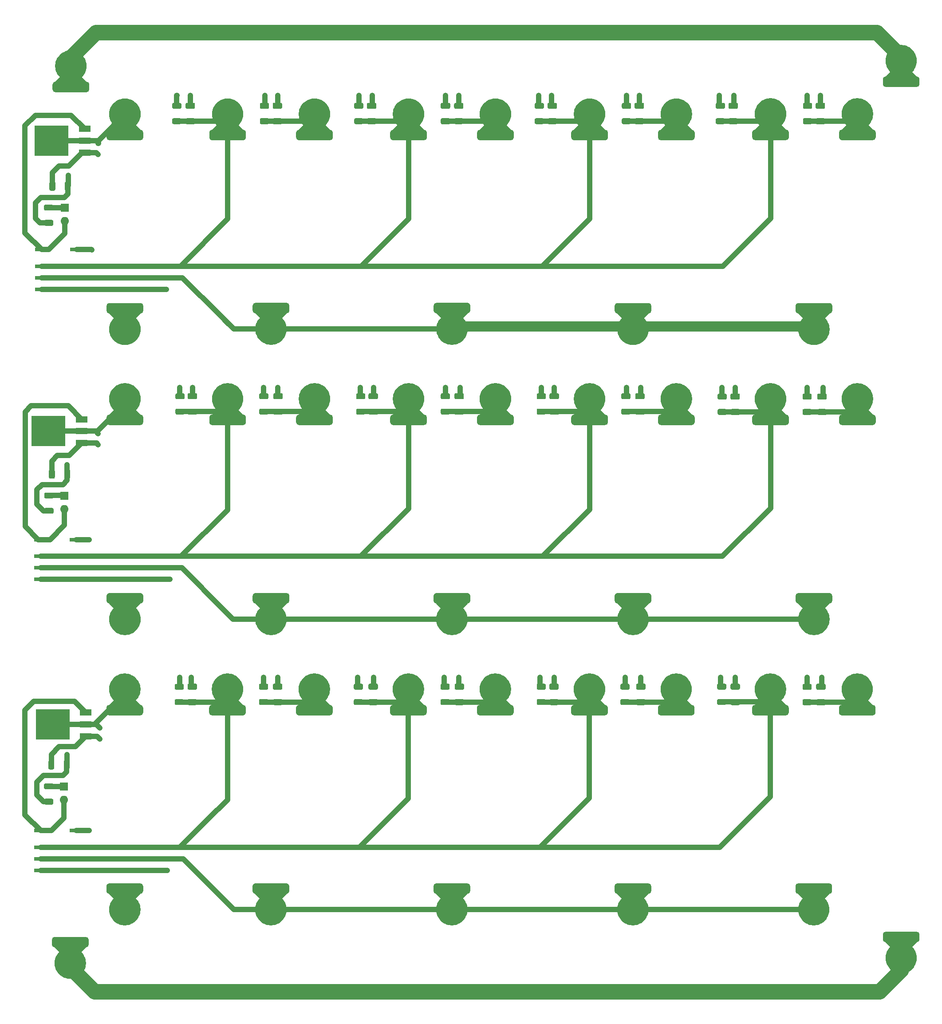
<source format=gbr>
%TF.GenerationSoftware,KiCad,Pcbnew,(5.1.9)-1*%
%TF.CreationDate,2021-07-31T19:16:58+02:00*%
%TF.ProjectId,RelayControls-HPK,52656c61-7943-46f6-9e74-726f6c732d48,V0.1*%
%TF.SameCoordinates,Original*%
%TF.FileFunction,Copper,L1,Top*%
%TF.FilePolarity,Positive*%
%FSLAX46Y46*%
G04 Gerber Fmt 4.6, Leading zero omitted, Abs format (unit mm)*
G04 Created by KiCad (PCBNEW (5.1.9)-1) date 2021-07-31 19:16:58*
%MOMM*%
%LPD*%
G01*
G04 APERTURE LIST*
%TA.AperFunction,SMDPad,CuDef*%
%ADD10R,0.450000X0.600000*%
%TD*%
%TA.AperFunction,SMDPad,CuDef*%
%ADD11R,2.200000X1.200000*%
%TD*%
%TA.AperFunction,SMDPad,CuDef*%
%ADD12R,6.400000X5.800000*%
%TD*%
%TA.AperFunction,ComponentPad*%
%ADD13R,1.600000X1.600000*%
%TD*%
%TA.AperFunction,ComponentPad*%
%ADD14O,1.600000X1.600000*%
%TD*%
%TA.AperFunction,SMDPad,CuDef*%
%ADD15R,2.660000X0.800000*%
%TD*%
%TA.AperFunction,ComponentPad*%
%ADD16C,0.100000*%
%TD*%
%TA.AperFunction,ViaPad*%
%ADD17C,0.800000*%
%TD*%
%TA.AperFunction,Conductor*%
%ADD18C,1.000000*%
%TD*%
%TA.AperFunction,Conductor*%
%ADD19C,3.000000*%
%TD*%
%TA.AperFunction,Conductor*%
%ADD20C,0.250000*%
%TD*%
G04 APERTURE END LIST*
D10*
%TO.P,D3,1*%
%TO.N,Net-(D3-Pad1)*%
X33200000Y-99275000D03*
%TO.P,D3,2*%
%TO.N,Net-(D3-Pad2)*%
X33200000Y-101375000D03*
%TD*%
D11*
%TO.P,Q3,1*%
%TO.N,Net-(D5-Pad2)*%
X30824999Y-157054999D03*
%TO.P,Q3,2*%
%TO.N,Net-(D5-Pad1)*%
X30824999Y-154774999D03*
%TO.P,Q3,3*%
%TO.N,R3+*%
X30824999Y-152494999D03*
D12*
%TO.P,Q3,2*%
%TO.N,Net-(D5-Pad1)*%
X24524999Y-154774999D03*
%TD*%
%TO.P,C1,2*%
%TO.N,R1-*%
%TA.AperFunction,SMDPad,CuDef*%
G36*
G01*
X120500001Y-37325000D02*
X119199999Y-37325000D01*
G75*
G02*
X118950000Y-37075001I0J249999D01*
G01*
X118950000Y-36424999D01*
G75*
G02*
X119199999Y-36175000I249999J0D01*
G01*
X120500001Y-36175000D01*
G75*
G02*
X120750000Y-36424999I0J-249999D01*
G01*
X120750000Y-37075001D01*
G75*
G02*
X120500001Y-37325000I-249999J0D01*
G01*
G37*
%TD.AperFunction*%
%TO.P,C1,1*%
%TO.N,NC1*%
%TA.AperFunction,SMDPad,CuDef*%
G36*
G01*
X120500001Y-40275000D02*
X119199999Y-40275000D01*
G75*
G02*
X118950000Y-40025001I0J249999D01*
G01*
X118950000Y-39374999D01*
G75*
G02*
X119199999Y-39125000I249999J0D01*
G01*
X120500001Y-39125000D01*
G75*
G02*
X120750000Y-39374999I0J-249999D01*
G01*
X120750000Y-40025001D01*
G75*
G02*
X120500001Y-40275000I-249999J0D01*
G01*
G37*
%TD.AperFunction*%
%TD*%
%TO.P,C2,1*%
%TO.N,NC1*%
%TA.AperFunction,SMDPad,CuDef*%
G36*
G01*
X51425001Y-40275000D02*
X50124999Y-40275000D01*
G75*
G02*
X49875000Y-40025001I0J249999D01*
G01*
X49875000Y-39374999D01*
G75*
G02*
X50124999Y-39125000I249999J0D01*
G01*
X51425001Y-39125000D01*
G75*
G02*
X51675000Y-39374999I0J-249999D01*
G01*
X51675000Y-40025001D01*
G75*
G02*
X51425001Y-40275000I-249999J0D01*
G01*
G37*
%TD.AperFunction*%
%TO.P,C2,2*%
%TO.N,R1-*%
%TA.AperFunction,SMDPad,CuDef*%
G36*
G01*
X51425001Y-37325000D02*
X50124999Y-37325000D01*
G75*
G02*
X49875000Y-37075001I0J249999D01*
G01*
X49875000Y-36424999D01*
G75*
G02*
X50124999Y-36175000I249999J0D01*
G01*
X51425001Y-36175000D01*
G75*
G02*
X51675000Y-36424999I0J-249999D01*
G01*
X51675000Y-37075001D01*
G75*
G02*
X51425001Y-37325000I-249999J0D01*
G01*
G37*
%TD.AperFunction*%
%TD*%
%TO.P,C3,2*%
%TO.N,R1-*%
%TA.AperFunction,SMDPad,CuDef*%
G36*
G01*
X86025001Y-37325000D02*
X84724999Y-37325000D01*
G75*
G02*
X84475000Y-37075001I0J249999D01*
G01*
X84475000Y-36424999D01*
G75*
G02*
X84724999Y-36175000I249999J0D01*
G01*
X86025001Y-36175000D01*
G75*
G02*
X86275000Y-36424999I0J-249999D01*
G01*
X86275000Y-37075001D01*
G75*
G02*
X86025001Y-37325000I-249999J0D01*
G01*
G37*
%TD.AperFunction*%
%TO.P,C3,1*%
%TO.N,NC1*%
%TA.AperFunction,SMDPad,CuDef*%
G36*
G01*
X86025001Y-40275000D02*
X84724999Y-40275000D01*
G75*
G02*
X84475000Y-40025001I0J249999D01*
G01*
X84475000Y-39374999D01*
G75*
G02*
X84724999Y-39125000I249999J0D01*
G01*
X86025001Y-39125000D01*
G75*
G02*
X86275000Y-39374999I0J-249999D01*
G01*
X86275000Y-40025001D01*
G75*
G02*
X86025001Y-40275000I-249999J0D01*
G01*
G37*
%TD.AperFunction*%
%TD*%
%TO.P,C4,2*%
%TO.N,R1-*%
%TA.AperFunction,SMDPad,CuDef*%
G36*
G01*
X155025001Y-37325000D02*
X153724999Y-37325000D01*
G75*
G02*
X153475000Y-37075001I0J249999D01*
G01*
X153475000Y-36424999D01*
G75*
G02*
X153724999Y-36175000I249999J0D01*
G01*
X155025001Y-36175000D01*
G75*
G02*
X155275000Y-36424999I0J-249999D01*
G01*
X155275000Y-37075001D01*
G75*
G02*
X155025001Y-37325000I-249999J0D01*
G01*
G37*
%TD.AperFunction*%
%TO.P,C4,1*%
%TO.N,NC1*%
%TA.AperFunction,SMDPad,CuDef*%
G36*
G01*
X155025001Y-40275000D02*
X153724999Y-40275000D01*
G75*
G02*
X153475000Y-40025001I0J249999D01*
G01*
X153475000Y-39374999D01*
G75*
G02*
X153724999Y-39125000I249999J0D01*
G01*
X155025001Y-39125000D01*
G75*
G02*
X155275000Y-39374999I0J-249999D01*
G01*
X155275000Y-40025001D01*
G75*
G02*
X155025001Y-40275000I-249999J0D01*
G01*
G37*
%TD.AperFunction*%
%TD*%
%TO.P,C5,2*%
%TO.N,NO1*%
%TA.AperFunction,SMDPad,CuDef*%
G36*
G01*
X135799999Y-39125000D02*
X137100001Y-39125000D01*
G75*
G02*
X137350000Y-39374999I0J-249999D01*
G01*
X137350000Y-40025001D01*
G75*
G02*
X137100001Y-40275000I-249999J0D01*
G01*
X135799999Y-40275000D01*
G75*
G02*
X135550000Y-40025001I0J249999D01*
G01*
X135550000Y-39374999D01*
G75*
G02*
X135799999Y-39125000I249999J0D01*
G01*
G37*
%TD.AperFunction*%
%TO.P,C5,1*%
%TO.N,R1-*%
%TA.AperFunction,SMDPad,CuDef*%
G36*
G01*
X135799999Y-36175000D02*
X137100001Y-36175000D01*
G75*
G02*
X137350000Y-36424999I0J-249999D01*
G01*
X137350000Y-37075001D01*
G75*
G02*
X137100001Y-37325000I-249999J0D01*
G01*
X135799999Y-37325000D01*
G75*
G02*
X135550000Y-37075001I0J249999D01*
G01*
X135550000Y-36424999D01*
G75*
G02*
X135799999Y-36175000I249999J0D01*
G01*
G37*
%TD.AperFunction*%
%TD*%
%TO.P,C6,1*%
%TO.N,R1-*%
%TA.AperFunction,SMDPad,CuDef*%
G36*
G01*
X66749999Y-36175000D02*
X68050001Y-36175000D01*
G75*
G02*
X68300000Y-36424999I0J-249999D01*
G01*
X68300000Y-37075001D01*
G75*
G02*
X68050001Y-37325000I-249999J0D01*
G01*
X66749999Y-37325000D01*
G75*
G02*
X66500000Y-37075001I0J249999D01*
G01*
X66500000Y-36424999D01*
G75*
G02*
X66749999Y-36175000I249999J0D01*
G01*
G37*
%TD.AperFunction*%
%TO.P,C6,2*%
%TO.N,NO1*%
%TA.AperFunction,SMDPad,CuDef*%
G36*
G01*
X66749999Y-39125000D02*
X68050001Y-39125000D01*
G75*
G02*
X68300000Y-39374999I0J-249999D01*
G01*
X68300000Y-40025001D01*
G75*
G02*
X68050001Y-40275000I-249999J0D01*
G01*
X66749999Y-40275000D01*
G75*
G02*
X66500000Y-40025001I0J249999D01*
G01*
X66500000Y-39374999D01*
G75*
G02*
X66749999Y-39125000I249999J0D01*
G01*
G37*
%TD.AperFunction*%
%TD*%
%TO.P,C7,2*%
%TO.N,NO1*%
%TA.AperFunction,SMDPad,CuDef*%
G36*
G01*
X98819999Y-39125000D02*
X100120001Y-39125000D01*
G75*
G02*
X100370000Y-39374999I0J-249999D01*
G01*
X100370000Y-40025001D01*
G75*
G02*
X100120001Y-40275000I-249999J0D01*
G01*
X98819999Y-40275000D01*
G75*
G02*
X98570000Y-40025001I0J249999D01*
G01*
X98570000Y-39374999D01*
G75*
G02*
X98819999Y-39125000I249999J0D01*
G01*
G37*
%TD.AperFunction*%
%TO.P,C7,1*%
%TO.N,R1-*%
%TA.AperFunction,SMDPad,CuDef*%
G36*
G01*
X98819999Y-36175000D02*
X100120001Y-36175000D01*
G75*
G02*
X100370000Y-36424999I0J-249999D01*
G01*
X100370000Y-37075001D01*
G75*
G02*
X100120001Y-37325000I-249999J0D01*
G01*
X98819999Y-37325000D01*
G75*
G02*
X98570000Y-37075001I0J249999D01*
G01*
X98570000Y-36424999D01*
G75*
G02*
X98819999Y-36175000I249999J0D01*
G01*
G37*
%TD.AperFunction*%
%TD*%
%TO.P,C8,1*%
%TO.N,R1-*%
%TA.AperFunction,SMDPad,CuDef*%
G36*
G01*
X170349999Y-36175000D02*
X171650001Y-36175000D01*
G75*
G02*
X171900000Y-36424999I0J-249999D01*
G01*
X171900000Y-37075001D01*
G75*
G02*
X171650001Y-37325000I-249999J0D01*
G01*
X170349999Y-37325000D01*
G75*
G02*
X170100000Y-37075001I0J249999D01*
G01*
X170100000Y-36424999D01*
G75*
G02*
X170349999Y-36175000I249999J0D01*
G01*
G37*
%TD.AperFunction*%
%TO.P,C8,2*%
%TO.N,NO1*%
%TA.AperFunction,SMDPad,CuDef*%
G36*
G01*
X170349999Y-39125000D02*
X171650001Y-39125000D01*
G75*
G02*
X171900000Y-39374999I0J-249999D01*
G01*
X171900000Y-40025001D01*
G75*
G02*
X171650001Y-40275000I-249999J0D01*
G01*
X170349999Y-40275000D01*
G75*
G02*
X170100000Y-40025001I0J249999D01*
G01*
X170100000Y-39374999D01*
G75*
G02*
X170349999Y-39125000I249999J0D01*
G01*
G37*
%TD.AperFunction*%
%TD*%
%TO.P,C9,2*%
%TO.N,R2-*%
%TA.AperFunction,SMDPad,CuDef*%
G36*
G01*
X120875001Y-92725000D02*
X119574999Y-92725000D01*
G75*
G02*
X119325000Y-92475001I0J249999D01*
G01*
X119325000Y-91824999D01*
G75*
G02*
X119574999Y-91575000I249999J0D01*
G01*
X120875001Y-91575000D01*
G75*
G02*
X121125000Y-91824999I0J-249999D01*
G01*
X121125000Y-92475001D01*
G75*
G02*
X120875001Y-92725000I-249999J0D01*
G01*
G37*
%TD.AperFunction*%
%TO.P,C9,1*%
%TO.N,NC2*%
%TA.AperFunction,SMDPad,CuDef*%
G36*
G01*
X120875001Y-95675000D02*
X119574999Y-95675000D01*
G75*
G02*
X119325000Y-95425001I0J249999D01*
G01*
X119325000Y-94774999D01*
G75*
G02*
X119574999Y-94525000I249999J0D01*
G01*
X120875001Y-94525000D01*
G75*
G02*
X121125000Y-94774999I0J-249999D01*
G01*
X121125000Y-95425001D01*
G75*
G02*
X120875001Y-95675000I-249999J0D01*
G01*
G37*
%TD.AperFunction*%
%TD*%
%TO.P,C10,1*%
%TO.N,NC2*%
%TA.AperFunction,SMDPad,CuDef*%
G36*
G01*
X51825001Y-95675000D02*
X50524999Y-95675000D01*
G75*
G02*
X50275000Y-95425001I0J249999D01*
G01*
X50275000Y-94774999D01*
G75*
G02*
X50524999Y-94525000I249999J0D01*
G01*
X51825001Y-94525000D01*
G75*
G02*
X52075000Y-94774999I0J-249999D01*
G01*
X52075000Y-95425001D01*
G75*
G02*
X51825001Y-95675000I-249999J0D01*
G01*
G37*
%TD.AperFunction*%
%TO.P,C10,2*%
%TO.N,R2-*%
%TA.AperFunction,SMDPad,CuDef*%
G36*
G01*
X51825001Y-92725000D02*
X50524999Y-92725000D01*
G75*
G02*
X50275000Y-92475001I0J249999D01*
G01*
X50275000Y-91824999D01*
G75*
G02*
X50524999Y-91575000I249999J0D01*
G01*
X51825001Y-91575000D01*
G75*
G02*
X52075000Y-91824999I0J-249999D01*
G01*
X52075000Y-92475001D01*
G75*
G02*
X51825001Y-92725000I-249999J0D01*
G01*
G37*
%TD.AperFunction*%
%TD*%
%TO.P,C11,1*%
%TO.N,NC2*%
%TA.AperFunction,SMDPad,CuDef*%
G36*
G01*
X86325001Y-95675000D02*
X85024999Y-95675000D01*
G75*
G02*
X84775000Y-95425001I0J249999D01*
G01*
X84775000Y-94774999D01*
G75*
G02*
X85024999Y-94525000I249999J0D01*
G01*
X86325001Y-94525000D01*
G75*
G02*
X86575000Y-94774999I0J-249999D01*
G01*
X86575000Y-95425001D01*
G75*
G02*
X86325001Y-95675000I-249999J0D01*
G01*
G37*
%TD.AperFunction*%
%TO.P,C11,2*%
%TO.N,R2-*%
%TA.AperFunction,SMDPad,CuDef*%
G36*
G01*
X86325001Y-92725000D02*
X85024999Y-92725000D01*
G75*
G02*
X84775000Y-92475001I0J249999D01*
G01*
X84775000Y-91824999D01*
G75*
G02*
X85024999Y-91575000I249999J0D01*
G01*
X86325001Y-91575000D01*
G75*
G02*
X86575000Y-91824999I0J-249999D01*
G01*
X86575000Y-92475001D01*
G75*
G02*
X86325001Y-92725000I-249999J0D01*
G01*
G37*
%TD.AperFunction*%
%TD*%
%TO.P,C12,2*%
%TO.N,R2-*%
%TA.AperFunction,SMDPad,CuDef*%
G36*
G01*
X155390001Y-92790000D02*
X154089999Y-92790000D01*
G75*
G02*
X153840000Y-92540001I0J249999D01*
G01*
X153840000Y-91889999D01*
G75*
G02*
X154089999Y-91640000I249999J0D01*
G01*
X155390001Y-91640000D01*
G75*
G02*
X155640000Y-91889999I0J-249999D01*
G01*
X155640000Y-92540001D01*
G75*
G02*
X155390001Y-92790000I-249999J0D01*
G01*
G37*
%TD.AperFunction*%
%TO.P,C12,1*%
%TO.N,NC2*%
%TA.AperFunction,SMDPad,CuDef*%
G36*
G01*
X155390001Y-95740000D02*
X154089999Y-95740000D01*
G75*
G02*
X153840000Y-95490001I0J249999D01*
G01*
X153840000Y-94839999D01*
G75*
G02*
X154089999Y-94590000I249999J0D01*
G01*
X155390001Y-94590000D01*
G75*
G02*
X155640000Y-94839999I0J-249999D01*
G01*
X155640000Y-95490001D01*
G75*
G02*
X155390001Y-95740000I-249999J0D01*
G01*
G37*
%TD.AperFunction*%
%TD*%
%TO.P,C13,1*%
%TO.N,R2-*%
%TA.AperFunction,SMDPad,CuDef*%
G36*
G01*
X135924999Y-91575000D02*
X137225001Y-91575000D01*
G75*
G02*
X137475000Y-91824999I0J-249999D01*
G01*
X137475000Y-92475001D01*
G75*
G02*
X137225001Y-92725000I-249999J0D01*
G01*
X135924999Y-92725000D01*
G75*
G02*
X135675000Y-92475001I0J249999D01*
G01*
X135675000Y-91824999D01*
G75*
G02*
X135924999Y-91575000I249999J0D01*
G01*
G37*
%TD.AperFunction*%
%TO.P,C13,2*%
%TO.N,NO2*%
%TA.AperFunction,SMDPad,CuDef*%
G36*
G01*
X135924999Y-94525000D02*
X137225001Y-94525000D01*
G75*
G02*
X137475000Y-94774999I0J-249999D01*
G01*
X137475000Y-95425001D01*
G75*
G02*
X137225001Y-95675000I-249999J0D01*
G01*
X135924999Y-95675000D01*
G75*
G02*
X135675000Y-95425001I0J249999D01*
G01*
X135675000Y-94774999D01*
G75*
G02*
X135924999Y-94525000I249999J0D01*
G01*
G37*
%TD.AperFunction*%
%TD*%
%TO.P,C14,1*%
%TO.N,R2-*%
%TA.AperFunction,SMDPad,CuDef*%
G36*
G01*
X66874999Y-91575000D02*
X68175001Y-91575000D01*
G75*
G02*
X68425000Y-91824999I0J-249999D01*
G01*
X68425000Y-92475001D01*
G75*
G02*
X68175001Y-92725000I-249999J0D01*
G01*
X66874999Y-92725000D01*
G75*
G02*
X66625000Y-92475001I0J249999D01*
G01*
X66625000Y-91824999D01*
G75*
G02*
X66874999Y-91575000I249999J0D01*
G01*
G37*
%TD.AperFunction*%
%TO.P,C14,2*%
%TO.N,NO2*%
%TA.AperFunction,SMDPad,CuDef*%
G36*
G01*
X66874999Y-94525000D02*
X68175001Y-94525000D01*
G75*
G02*
X68425000Y-94774999I0J-249999D01*
G01*
X68425000Y-95425001D01*
G75*
G02*
X68175001Y-95675000I-249999J0D01*
G01*
X66874999Y-95675000D01*
G75*
G02*
X66625000Y-95425001I0J249999D01*
G01*
X66625000Y-94774999D01*
G75*
G02*
X66874999Y-94525000I249999J0D01*
G01*
G37*
%TD.AperFunction*%
%TD*%
%TO.P,C15,1*%
%TO.N,R2-*%
%TA.AperFunction,SMDPad,CuDef*%
G36*
G01*
X101424999Y-91575000D02*
X102725001Y-91575000D01*
G75*
G02*
X102975000Y-91824999I0J-249999D01*
G01*
X102975000Y-92475001D01*
G75*
G02*
X102725001Y-92725000I-249999J0D01*
G01*
X101424999Y-92725000D01*
G75*
G02*
X101175000Y-92475001I0J249999D01*
G01*
X101175000Y-91824999D01*
G75*
G02*
X101424999Y-91575000I249999J0D01*
G01*
G37*
%TD.AperFunction*%
%TO.P,C15,2*%
%TO.N,NO2*%
%TA.AperFunction,SMDPad,CuDef*%
G36*
G01*
X101424999Y-94525000D02*
X102725001Y-94525000D01*
G75*
G02*
X102975000Y-94774999I0J-249999D01*
G01*
X102975000Y-95425001D01*
G75*
G02*
X102725001Y-95675000I-249999J0D01*
G01*
X101424999Y-95675000D01*
G75*
G02*
X101175000Y-95425001I0J249999D01*
G01*
X101175000Y-94774999D01*
G75*
G02*
X101424999Y-94525000I249999J0D01*
G01*
G37*
%TD.AperFunction*%
%TD*%
%TO.P,C16,1*%
%TO.N,R2-*%
%TA.AperFunction,SMDPad,CuDef*%
G36*
G01*
X170669999Y-91640000D02*
X171970001Y-91640000D01*
G75*
G02*
X172220000Y-91889999I0J-249999D01*
G01*
X172220000Y-92540001D01*
G75*
G02*
X171970001Y-92790000I-249999J0D01*
G01*
X170669999Y-92790000D01*
G75*
G02*
X170420000Y-92540001I0J249999D01*
G01*
X170420000Y-91889999D01*
G75*
G02*
X170669999Y-91640000I249999J0D01*
G01*
G37*
%TD.AperFunction*%
%TO.P,C16,2*%
%TO.N,NO2*%
%TA.AperFunction,SMDPad,CuDef*%
G36*
G01*
X170669999Y-94590000D02*
X171970001Y-94590000D01*
G75*
G02*
X172220000Y-94839999I0J-249999D01*
G01*
X172220000Y-95490001D01*
G75*
G02*
X171970001Y-95740000I-249999J0D01*
G01*
X170669999Y-95740000D01*
G75*
G02*
X170420000Y-95490001I0J249999D01*
G01*
X170420000Y-94839999D01*
G75*
G02*
X170669999Y-94590000I249999J0D01*
G01*
G37*
%TD.AperFunction*%
%TD*%
%TO.P,C17,1*%
%TO.N,NC3*%
%TA.AperFunction,SMDPad,CuDef*%
G36*
G01*
X120825001Y-151075000D02*
X119524999Y-151075000D01*
G75*
G02*
X119275000Y-150825001I0J249999D01*
G01*
X119275000Y-150174999D01*
G75*
G02*
X119524999Y-149925000I249999J0D01*
G01*
X120825001Y-149925000D01*
G75*
G02*
X121075000Y-150174999I0J-249999D01*
G01*
X121075000Y-150825001D01*
G75*
G02*
X120825001Y-151075000I-249999J0D01*
G01*
G37*
%TD.AperFunction*%
%TO.P,C17,2*%
%TO.N,R3-*%
%TA.AperFunction,SMDPad,CuDef*%
G36*
G01*
X120825001Y-148125000D02*
X119524999Y-148125000D01*
G75*
G02*
X119275000Y-147875001I0J249999D01*
G01*
X119275000Y-147224999D01*
G75*
G02*
X119524999Y-146975000I249999J0D01*
G01*
X120825001Y-146975000D01*
G75*
G02*
X121075000Y-147224999I0J-249999D01*
G01*
X121075000Y-147875001D01*
G75*
G02*
X120825001Y-148125000I-249999J0D01*
G01*
G37*
%TD.AperFunction*%
%TD*%
%TO.P,C18,2*%
%TO.N,R3-*%
%TA.AperFunction,SMDPad,CuDef*%
G36*
G01*
X51800001Y-148125000D02*
X50499999Y-148125000D01*
G75*
G02*
X50250000Y-147875001I0J249999D01*
G01*
X50250000Y-147224999D01*
G75*
G02*
X50499999Y-146975000I249999J0D01*
G01*
X51800001Y-146975000D01*
G75*
G02*
X52050000Y-147224999I0J-249999D01*
G01*
X52050000Y-147875001D01*
G75*
G02*
X51800001Y-148125000I-249999J0D01*
G01*
G37*
%TD.AperFunction*%
%TO.P,C18,1*%
%TO.N,NC3*%
%TA.AperFunction,SMDPad,CuDef*%
G36*
G01*
X51800001Y-151075000D02*
X50499999Y-151075000D01*
G75*
G02*
X50250000Y-150825001I0J249999D01*
G01*
X50250000Y-150174999D01*
G75*
G02*
X50499999Y-149925000I249999J0D01*
G01*
X51800001Y-149925000D01*
G75*
G02*
X52050000Y-150174999I0J-249999D01*
G01*
X52050000Y-150825001D01*
G75*
G02*
X51800001Y-151075000I-249999J0D01*
G01*
G37*
%TD.AperFunction*%
%TD*%
%TO.P,C19,2*%
%TO.N,R3-*%
%TA.AperFunction,SMDPad,CuDef*%
G36*
G01*
X86325001Y-148125000D02*
X85024999Y-148125000D01*
G75*
G02*
X84775000Y-147875001I0J249999D01*
G01*
X84775000Y-147224999D01*
G75*
G02*
X85024999Y-146975000I249999J0D01*
G01*
X86325001Y-146975000D01*
G75*
G02*
X86575000Y-147224999I0J-249999D01*
G01*
X86575000Y-147875001D01*
G75*
G02*
X86325001Y-148125000I-249999J0D01*
G01*
G37*
%TD.AperFunction*%
%TO.P,C19,1*%
%TO.N,NC3*%
%TA.AperFunction,SMDPad,CuDef*%
G36*
G01*
X86325001Y-151075000D02*
X85024999Y-151075000D01*
G75*
G02*
X84775000Y-150825001I0J249999D01*
G01*
X84775000Y-150174999D01*
G75*
G02*
X85024999Y-149925000I249999J0D01*
G01*
X86325001Y-149925000D01*
G75*
G02*
X86575000Y-150174999I0J-249999D01*
G01*
X86575000Y-150825001D01*
G75*
G02*
X86325001Y-151075000I-249999J0D01*
G01*
G37*
%TD.AperFunction*%
%TD*%
%TO.P,C20,1*%
%TO.N,NC3*%
%TA.AperFunction,SMDPad,CuDef*%
G36*
G01*
X155410001Y-151075000D02*
X154109999Y-151075000D01*
G75*
G02*
X153860000Y-150825001I0J249999D01*
G01*
X153860000Y-150174999D01*
G75*
G02*
X154109999Y-149925000I249999J0D01*
G01*
X155410001Y-149925000D01*
G75*
G02*
X155660000Y-150174999I0J-249999D01*
G01*
X155660000Y-150825001D01*
G75*
G02*
X155410001Y-151075000I-249999J0D01*
G01*
G37*
%TD.AperFunction*%
%TO.P,C20,2*%
%TO.N,R3-*%
%TA.AperFunction,SMDPad,CuDef*%
G36*
G01*
X155410001Y-148125000D02*
X154109999Y-148125000D01*
G75*
G02*
X153860000Y-147875001I0J249999D01*
G01*
X153860000Y-147224999D01*
G75*
G02*
X154109999Y-146975000I249999J0D01*
G01*
X155410001Y-146975000D01*
G75*
G02*
X155660000Y-147224999I0J-249999D01*
G01*
X155660000Y-147875001D01*
G75*
G02*
X155410001Y-148125000I-249999J0D01*
G01*
G37*
%TD.AperFunction*%
%TD*%
%TO.P,C21,2*%
%TO.N,NO3*%
%TA.AperFunction,SMDPad,CuDef*%
G36*
G01*
X136099999Y-149925000D02*
X137400001Y-149925000D01*
G75*
G02*
X137650000Y-150174999I0J-249999D01*
G01*
X137650000Y-150825001D01*
G75*
G02*
X137400001Y-151075000I-249999J0D01*
G01*
X136099999Y-151075000D01*
G75*
G02*
X135850000Y-150825001I0J249999D01*
G01*
X135850000Y-150174999D01*
G75*
G02*
X136099999Y-149925000I249999J0D01*
G01*
G37*
%TD.AperFunction*%
%TO.P,C21,1*%
%TO.N,R3-*%
%TA.AperFunction,SMDPad,CuDef*%
G36*
G01*
X136099999Y-146975000D02*
X137400001Y-146975000D01*
G75*
G02*
X137650000Y-147224999I0J-249999D01*
G01*
X137650000Y-147875001D01*
G75*
G02*
X137400001Y-148125000I-249999J0D01*
G01*
X136099999Y-148125000D01*
G75*
G02*
X135850000Y-147875001I0J249999D01*
G01*
X135850000Y-147224999D01*
G75*
G02*
X136099999Y-146975000I249999J0D01*
G01*
G37*
%TD.AperFunction*%
%TD*%
%TO.P,C22,2*%
%TO.N,NO3*%
%TA.AperFunction,SMDPad,CuDef*%
G36*
G01*
X66799999Y-149925000D02*
X68100001Y-149925000D01*
G75*
G02*
X68350000Y-150174999I0J-249999D01*
G01*
X68350000Y-150825001D01*
G75*
G02*
X68100001Y-151075000I-249999J0D01*
G01*
X66799999Y-151075000D01*
G75*
G02*
X66550000Y-150825001I0J249999D01*
G01*
X66550000Y-150174999D01*
G75*
G02*
X66799999Y-149925000I249999J0D01*
G01*
G37*
%TD.AperFunction*%
%TO.P,C22,1*%
%TO.N,R3-*%
%TA.AperFunction,SMDPad,CuDef*%
G36*
G01*
X66799999Y-146975000D02*
X68100001Y-146975000D01*
G75*
G02*
X68350000Y-147224999I0J-249999D01*
G01*
X68350000Y-147875001D01*
G75*
G02*
X68100001Y-148125000I-249999J0D01*
G01*
X66799999Y-148125000D01*
G75*
G02*
X66550000Y-147875001I0J249999D01*
G01*
X66550000Y-147224999D01*
G75*
G02*
X66799999Y-146975000I249999J0D01*
G01*
G37*
%TD.AperFunction*%
%TD*%
%TO.P,C23,1*%
%TO.N,R3-*%
%TA.AperFunction,SMDPad,CuDef*%
G36*
G01*
X101474999Y-146975000D02*
X102775001Y-146975000D01*
G75*
G02*
X103025000Y-147224999I0J-249999D01*
G01*
X103025000Y-147875001D01*
G75*
G02*
X102775001Y-148125000I-249999J0D01*
G01*
X101474999Y-148125000D01*
G75*
G02*
X101225000Y-147875001I0J249999D01*
G01*
X101225000Y-147224999D01*
G75*
G02*
X101474999Y-146975000I249999J0D01*
G01*
G37*
%TD.AperFunction*%
%TO.P,C23,2*%
%TO.N,NO3*%
%TA.AperFunction,SMDPad,CuDef*%
G36*
G01*
X101474999Y-149925000D02*
X102775001Y-149925000D01*
G75*
G02*
X103025000Y-150174999I0J-249999D01*
G01*
X103025000Y-150825001D01*
G75*
G02*
X102775001Y-151075000I-249999J0D01*
G01*
X101474999Y-151075000D01*
G75*
G02*
X101225000Y-150825001I0J249999D01*
G01*
X101225000Y-150174999D01*
G75*
G02*
X101474999Y-149925000I249999J0D01*
G01*
G37*
%TD.AperFunction*%
%TD*%
%TO.P,C24,2*%
%TO.N,NO3*%
%TA.AperFunction,SMDPad,CuDef*%
G36*
G01*
X170459999Y-149950000D02*
X171760001Y-149950000D01*
G75*
G02*
X172010000Y-150199999I0J-249999D01*
G01*
X172010000Y-150850001D01*
G75*
G02*
X171760001Y-151100000I-249999J0D01*
G01*
X170459999Y-151100000D01*
G75*
G02*
X170210000Y-150850001I0J249999D01*
G01*
X170210000Y-150199999D01*
G75*
G02*
X170459999Y-149950000I249999J0D01*
G01*
G37*
%TD.AperFunction*%
%TO.P,C24,1*%
%TO.N,R3-*%
%TA.AperFunction,SMDPad,CuDef*%
G36*
G01*
X170459999Y-147000000D02*
X171760001Y-147000000D01*
G75*
G02*
X172010000Y-147249999I0J-249999D01*
G01*
X172010000Y-147900001D01*
G75*
G02*
X171760001Y-148150000I-249999J0D01*
G01*
X170459999Y-148150000D01*
G75*
G02*
X170210000Y-147900001I0J249999D01*
G01*
X170210000Y-147249999D01*
G75*
G02*
X170459999Y-147000000I249999J0D01*
G01*
G37*
%TD.AperFunction*%
%TD*%
D13*
%TO.P,D2,1*%
%TO.N,Net-(D2-Pad1)*%
X26850000Y-56200000D03*
D14*
%TO.P,D2,2*%
%TO.N,R1+*%
X26850000Y-58740000D03*
%TD*%
%TO.P,D4,2*%
%TO.N,R2+*%
X26743629Y-113665000D03*
D13*
%TO.P,D4,1*%
%TO.N,Net-(D4-Pad1)*%
X26743629Y-111125000D03*
%TD*%
%TO.P,D6,1*%
%TO.N,Net-(D6-Pad1)*%
X26638629Y-166600000D03*
D14*
%TO.P,D6,2*%
%TO.N,R3+*%
X26638629Y-169140000D03*
%TD*%
D15*
%TO.P,K1,1*%
%TO.N,R1+*%
X22410001Y-64154999D03*
%TO.P,K1,2*%
%TO.N,NC1*%
X22410001Y-67354999D03*
%TO.P,K1,3*%
%TO.N,COM1*%
X22410001Y-69554999D03*
%TO.P,K1,4*%
%TO.N,NO1*%
X22410001Y-71754999D03*
%TO.P,K1,5*%
X29150001Y-71754999D03*
%TO.P,K1,6*%
%TO.N,COM1*%
X29150001Y-69554999D03*
%TO.P,K1,7*%
%TO.N,NC1*%
X29150001Y-67354999D03*
%TO.P,K1,8*%
%TO.N,R1-*%
X29150001Y-64154999D03*
%TD*%
%TO.P,K2,1*%
%TO.N,R2+*%
X22260000Y-119500000D03*
%TO.P,K2,2*%
%TO.N,NC2*%
X22260000Y-122700000D03*
%TO.P,K2,3*%
%TO.N,COM2*%
X22260000Y-124900000D03*
%TO.P,K2,4*%
%TO.N,NO2*%
X22260000Y-127100000D03*
%TO.P,K2,5*%
X29000000Y-127100000D03*
%TO.P,K2,6*%
%TO.N,COM2*%
X29000000Y-124900000D03*
%TO.P,K2,7*%
%TO.N,NC2*%
X29000000Y-122700000D03*
%TO.P,K2,8*%
%TO.N,R2-*%
X29000000Y-119500000D03*
%TD*%
%TO.P,K3,8*%
%TO.N,R3-*%
X29000000Y-175000000D03*
%TO.P,K3,7*%
%TO.N,NC3*%
X29000000Y-178200000D03*
%TO.P,K3,6*%
%TO.N,COM3*%
X29000000Y-180400000D03*
%TO.P,K3,5*%
%TO.N,NO3*%
X29000000Y-182600000D03*
%TO.P,K3,4*%
X22260000Y-182600000D03*
%TO.P,K3,3*%
%TO.N,COM3*%
X22260000Y-180400000D03*
%TO.P,K3,2*%
%TO.N,NC3*%
X22260000Y-178200000D03*
%TO.P,K3,1*%
%TO.N,R3+*%
X22260000Y-175000000D03*
%TD*%
%TO.P,R1,2*%
%TO.N,R1-*%
%TA.AperFunction,SMDPad,CuDef*%
G36*
G01*
X26831371Y-52700003D02*
X26831371Y-51449997D01*
G75*
G02*
X27081368Y-51200000I249997J0D01*
G01*
X27706374Y-51200000D01*
G75*
G02*
X27956371Y-51449997I0J-249997D01*
G01*
X27956371Y-52700003D01*
G75*
G02*
X27706374Y-52950000I-249997J0D01*
G01*
X27081368Y-52950000D01*
G75*
G02*
X26831371Y-52700003I0J249997D01*
G01*
G37*
%TD.AperFunction*%
%TO.P,R1,1*%
%TO.N,Net-(D1-Pad2)*%
%TA.AperFunction,SMDPad,CuDef*%
G36*
G01*
X23906371Y-52700003D02*
X23906371Y-51449997D01*
G75*
G02*
X24156368Y-51200000I249997J0D01*
G01*
X24781374Y-51200000D01*
G75*
G02*
X25031371Y-51449997I0J-249997D01*
G01*
X25031371Y-52700003D01*
G75*
G02*
X24781374Y-52950000I-249997J0D01*
G01*
X24156368Y-52950000D01*
G75*
G02*
X23906371Y-52700003I0J249997D01*
G01*
G37*
%TD.AperFunction*%
%TD*%
%TO.P,R2,2*%
%TO.N,NO1*%
%TA.AperFunction,SMDPad,CuDef*%
G36*
G01*
X64299997Y-39125000D02*
X65550003Y-39125000D01*
G75*
G02*
X65800000Y-39374997I0J-249997D01*
G01*
X65800000Y-40000003D01*
G75*
G02*
X65550003Y-40250000I-249997J0D01*
G01*
X64299997Y-40250000D01*
G75*
G02*
X64050000Y-40000003I0J249997D01*
G01*
X64050000Y-39374997D01*
G75*
G02*
X64299997Y-39125000I249997J0D01*
G01*
G37*
%TD.AperFunction*%
%TO.P,R2,1*%
%TO.N,R1-*%
%TA.AperFunction,SMDPad,CuDef*%
G36*
G01*
X64299997Y-36200000D02*
X65550003Y-36200000D01*
G75*
G02*
X65800000Y-36449997I0J-249997D01*
G01*
X65800000Y-37075003D01*
G75*
G02*
X65550003Y-37325000I-249997J0D01*
G01*
X64299997Y-37325000D01*
G75*
G02*
X64050000Y-37075003I0J249997D01*
G01*
X64050000Y-36449997D01*
G75*
G02*
X64299997Y-36200000I249997J0D01*
G01*
G37*
%TD.AperFunction*%
%TD*%
%TO.P,R3,1*%
%TO.N,NC1*%
%TA.AperFunction,SMDPad,CuDef*%
G36*
G01*
X118000003Y-40250000D02*
X116749997Y-40250000D01*
G75*
G02*
X116500000Y-40000003I0J249997D01*
G01*
X116500000Y-39374997D01*
G75*
G02*
X116749997Y-39125000I249997J0D01*
G01*
X118000003Y-39125000D01*
G75*
G02*
X118250000Y-39374997I0J-249997D01*
G01*
X118250000Y-40000003D01*
G75*
G02*
X118000003Y-40250000I-249997J0D01*
G01*
G37*
%TD.AperFunction*%
%TO.P,R3,2*%
%TO.N,R1-*%
%TA.AperFunction,SMDPad,CuDef*%
G36*
G01*
X118000003Y-37325000D02*
X116749997Y-37325000D01*
G75*
G02*
X116500000Y-37075003I0J249997D01*
G01*
X116500000Y-36449997D01*
G75*
G02*
X116749997Y-36200000I249997J0D01*
G01*
X118000003Y-36200000D01*
G75*
G02*
X118250000Y-36449997I0J-249997D01*
G01*
X118250000Y-37075003D01*
G75*
G02*
X118000003Y-37325000I-249997J0D01*
G01*
G37*
%TD.AperFunction*%
%TD*%
%TO.P,R4,2*%
%TO.N,R1-*%
%TA.AperFunction,SMDPad,CuDef*%
G36*
G01*
X48825003Y-37325000D02*
X47574997Y-37325000D01*
G75*
G02*
X47325000Y-37075003I0J249997D01*
G01*
X47325000Y-36449997D01*
G75*
G02*
X47574997Y-36200000I249997J0D01*
G01*
X48825003Y-36200000D01*
G75*
G02*
X49075000Y-36449997I0J-249997D01*
G01*
X49075000Y-37075003D01*
G75*
G02*
X48825003Y-37325000I-249997J0D01*
G01*
G37*
%TD.AperFunction*%
%TO.P,R4,1*%
%TO.N,NC1*%
%TA.AperFunction,SMDPad,CuDef*%
G36*
G01*
X48825003Y-40250000D02*
X47574997Y-40250000D01*
G75*
G02*
X47325000Y-40000003I0J249997D01*
G01*
X47325000Y-39374997D01*
G75*
G02*
X47574997Y-39125000I249997J0D01*
G01*
X48825003Y-39125000D01*
G75*
G02*
X49075000Y-39374997I0J-249997D01*
G01*
X49075000Y-40000003D01*
G75*
G02*
X48825003Y-40250000I-249997J0D01*
G01*
G37*
%TD.AperFunction*%
%TD*%
%TO.P,R5,2*%
%TO.N,R1-*%
%TA.AperFunction,SMDPad,CuDef*%
G36*
G01*
X83550003Y-37325000D02*
X82299997Y-37325000D01*
G75*
G02*
X82050000Y-37075003I0J249997D01*
G01*
X82050000Y-36449997D01*
G75*
G02*
X82299997Y-36200000I249997J0D01*
G01*
X83550003Y-36200000D01*
G75*
G02*
X83800000Y-36449997I0J-249997D01*
G01*
X83800000Y-37075003D01*
G75*
G02*
X83550003Y-37325000I-249997J0D01*
G01*
G37*
%TD.AperFunction*%
%TO.P,R5,1*%
%TO.N,NC1*%
%TA.AperFunction,SMDPad,CuDef*%
G36*
G01*
X83550003Y-40250000D02*
X82299997Y-40250000D01*
G75*
G02*
X82050000Y-40000003I0J249997D01*
G01*
X82050000Y-39374997D01*
G75*
G02*
X82299997Y-39125000I249997J0D01*
G01*
X83550003Y-39125000D01*
G75*
G02*
X83800000Y-39374997I0J-249997D01*
G01*
X83800000Y-40000003D01*
G75*
G02*
X83550003Y-40250000I-249997J0D01*
G01*
G37*
%TD.AperFunction*%
%TD*%
%TO.P,R6,1*%
%TO.N,NC1*%
%TA.AperFunction,SMDPad,CuDef*%
G36*
G01*
X152550003Y-40250000D02*
X151299997Y-40250000D01*
G75*
G02*
X151050000Y-40000003I0J249997D01*
G01*
X151050000Y-39374997D01*
G75*
G02*
X151299997Y-39125000I249997J0D01*
G01*
X152550003Y-39125000D01*
G75*
G02*
X152800000Y-39374997I0J-249997D01*
G01*
X152800000Y-40000003D01*
G75*
G02*
X152550003Y-40250000I-249997J0D01*
G01*
G37*
%TD.AperFunction*%
%TO.P,R6,2*%
%TO.N,R1-*%
%TA.AperFunction,SMDPad,CuDef*%
G36*
G01*
X152550003Y-37325000D02*
X151299997Y-37325000D01*
G75*
G02*
X151050000Y-37075003I0J249997D01*
G01*
X151050000Y-36449997D01*
G75*
G02*
X151299997Y-36200000I249997J0D01*
G01*
X152550003Y-36200000D01*
G75*
G02*
X152800000Y-36449997I0J-249997D01*
G01*
X152800000Y-37075003D01*
G75*
G02*
X152550003Y-37325000I-249997J0D01*
G01*
G37*
%TD.AperFunction*%
%TD*%
%TO.P,R7,1*%
%TO.N,R1-*%
%TA.AperFunction,SMDPad,CuDef*%
G36*
G01*
X133374997Y-36200000D02*
X134625003Y-36200000D01*
G75*
G02*
X134875000Y-36449997I0J-249997D01*
G01*
X134875000Y-37075003D01*
G75*
G02*
X134625003Y-37325000I-249997J0D01*
G01*
X133374997Y-37325000D01*
G75*
G02*
X133125000Y-37075003I0J249997D01*
G01*
X133125000Y-36449997D01*
G75*
G02*
X133374997Y-36200000I249997J0D01*
G01*
G37*
%TD.AperFunction*%
%TO.P,R7,2*%
%TO.N,NO1*%
%TA.AperFunction,SMDPad,CuDef*%
G36*
G01*
X133374997Y-39125000D02*
X134625003Y-39125000D01*
G75*
G02*
X134875000Y-39374997I0J-249997D01*
G01*
X134875000Y-40000003D01*
G75*
G02*
X134625003Y-40250000I-249997J0D01*
G01*
X133374997Y-40250000D01*
G75*
G02*
X133125000Y-40000003I0J249997D01*
G01*
X133125000Y-39374997D01*
G75*
G02*
X133374997Y-39125000I249997J0D01*
G01*
G37*
%TD.AperFunction*%
%TD*%
%TO.P,R8,2*%
%TO.N,NO1*%
%TA.AperFunction,SMDPad,CuDef*%
G36*
G01*
X101369997Y-39125000D02*
X102620003Y-39125000D01*
G75*
G02*
X102870000Y-39374997I0J-249997D01*
G01*
X102870000Y-40000003D01*
G75*
G02*
X102620003Y-40250000I-249997J0D01*
G01*
X101369997Y-40250000D01*
G75*
G02*
X101120000Y-40000003I0J249997D01*
G01*
X101120000Y-39374997D01*
G75*
G02*
X101369997Y-39125000I249997J0D01*
G01*
G37*
%TD.AperFunction*%
%TO.P,R8,1*%
%TO.N,R1-*%
%TA.AperFunction,SMDPad,CuDef*%
G36*
G01*
X101369997Y-36200000D02*
X102620003Y-36200000D01*
G75*
G02*
X102870000Y-36449997I0J-249997D01*
G01*
X102870000Y-37075003D01*
G75*
G02*
X102620003Y-37325000I-249997J0D01*
G01*
X101369997Y-37325000D01*
G75*
G02*
X101120000Y-37075003I0J249997D01*
G01*
X101120000Y-36449997D01*
G75*
G02*
X101369997Y-36200000I249997J0D01*
G01*
G37*
%TD.AperFunction*%
%TD*%
%TO.P,R9,2*%
%TO.N,NO1*%
%TA.AperFunction,SMDPad,CuDef*%
G36*
G01*
X167924997Y-39125000D02*
X169175003Y-39125000D01*
G75*
G02*
X169425000Y-39374997I0J-249997D01*
G01*
X169425000Y-40000003D01*
G75*
G02*
X169175003Y-40250000I-249997J0D01*
G01*
X167924997Y-40250000D01*
G75*
G02*
X167675000Y-40000003I0J249997D01*
G01*
X167675000Y-39374997D01*
G75*
G02*
X167924997Y-39125000I249997J0D01*
G01*
G37*
%TD.AperFunction*%
%TO.P,R9,1*%
%TO.N,R1-*%
%TA.AperFunction,SMDPad,CuDef*%
G36*
G01*
X167924997Y-36200000D02*
X169175003Y-36200000D01*
G75*
G02*
X169425000Y-36449997I0J-249997D01*
G01*
X169425000Y-37075003D01*
G75*
G02*
X169175003Y-37325000I-249997J0D01*
G01*
X167924997Y-37325000D01*
G75*
G02*
X167675000Y-37075003I0J249997D01*
G01*
X167675000Y-36449997D01*
G75*
G02*
X167924997Y-36200000I249997J0D01*
G01*
G37*
%TD.AperFunction*%
%TD*%
%TO.P,R10,2*%
%TO.N,Net-(D2-Pad1)*%
%TA.AperFunction,SMDPad,CuDef*%
G36*
G01*
X24375003Y-56725685D02*
X23124997Y-56725685D01*
G75*
G02*
X22875000Y-56475688I0J249997D01*
G01*
X22875000Y-55850682D01*
G75*
G02*
X23124997Y-55600685I249997J0D01*
G01*
X24375003Y-55600685D01*
G75*
G02*
X24625000Y-55850682I0J-249997D01*
G01*
X24625000Y-56475688D01*
G75*
G02*
X24375003Y-56725685I-249997J0D01*
G01*
G37*
%TD.AperFunction*%
%TO.P,R10,1*%
%TO.N,R1-*%
%TA.AperFunction,SMDPad,CuDef*%
G36*
G01*
X24375003Y-59650685D02*
X23124997Y-59650685D01*
G75*
G02*
X22875000Y-59400688I0J249997D01*
G01*
X22875000Y-58775682D01*
G75*
G02*
X23124997Y-58525685I249997J0D01*
G01*
X24375003Y-58525685D01*
G75*
G02*
X24625000Y-58775682I0J-249997D01*
G01*
X24625000Y-59400688D01*
G75*
G02*
X24375003Y-59650685I-249997J0D01*
G01*
G37*
%TD.AperFunction*%
%TD*%
%TO.P,R11,1*%
%TO.N,Net-(D3-Pad2)*%
%TA.AperFunction,SMDPad,CuDef*%
G36*
G01*
X23800000Y-107625003D02*
X23800000Y-106374997D01*
G75*
G02*
X24049997Y-106125000I249997J0D01*
G01*
X24675003Y-106125000D01*
G75*
G02*
X24925000Y-106374997I0J-249997D01*
G01*
X24925000Y-107625003D01*
G75*
G02*
X24675003Y-107875000I-249997J0D01*
G01*
X24049997Y-107875000D01*
G75*
G02*
X23800000Y-107625003I0J249997D01*
G01*
G37*
%TD.AperFunction*%
%TO.P,R11,2*%
%TO.N,R2-*%
%TA.AperFunction,SMDPad,CuDef*%
G36*
G01*
X26725000Y-107625003D02*
X26725000Y-106374997D01*
G75*
G02*
X26974997Y-106125000I249997J0D01*
G01*
X27600003Y-106125000D01*
G75*
G02*
X27850000Y-106374997I0J-249997D01*
G01*
X27850000Y-107625003D01*
G75*
G02*
X27600003Y-107875000I-249997J0D01*
G01*
X26974997Y-107875000D01*
G75*
G02*
X26725000Y-107625003I0J249997D01*
G01*
G37*
%TD.AperFunction*%
%TD*%
%TO.P,R12,1*%
%TO.N,NC2*%
%TA.AperFunction,SMDPad,CuDef*%
G36*
G01*
X118375003Y-95650000D02*
X117124997Y-95650000D01*
G75*
G02*
X116875000Y-95400003I0J249997D01*
G01*
X116875000Y-94774997D01*
G75*
G02*
X117124997Y-94525000I249997J0D01*
G01*
X118375003Y-94525000D01*
G75*
G02*
X118625000Y-94774997I0J-249997D01*
G01*
X118625000Y-95400003D01*
G75*
G02*
X118375003Y-95650000I-249997J0D01*
G01*
G37*
%TD.AperFunction*%
%TO.P,R12,2*%
%TO.N,R2-*%
%TA.AperFunction,SMDPad,CuDef*%
G36*
G01*
X118375003Y-92725000D02*
X117124997Y-92725000D01*
G75*
G02*
X116875000Y-92475003I0J249997D01*
G01*
X116875000Y-91849997D01*
G75*
G02*
X117124997Y-91600000I249997J0D01*
G01*
X118375003Y-91600000D01*
G75*
G02*
X118625000Y-91849997I0J-249997D01*
G01*
X118625000Y-92475003D01*
G75*
G02*
X118375003Y-92725000I-249997J0D01*
G01*
G37*
%TD.AperFunction*%
%TD*%
%TO.P,R13,1*%
%TO.N,NC2*%
%TA.AperFunction,SMDPad,CuDef*%
G36*
G01*
X49450003Y-95650000D02*
X48199997Y-95650000D01*
G75*
G02*
X47950000Y-95400003I0J249997D01*
G01*
X47950000Y-94774997D01*
G75*
G02*
X48199997Y-94525000I249997J0D01*
G01*
X49450003Y-94525000D01*
G75*
G02*
X49700000Y-94774997I0J-249997D01*
G01*
X49700000Y-95400003D01*
G75*
G02*
X49450003Y-95650000I-249997J0D01*
G01*
G37*
%TD.AperFunction*%
%TO.P,R13,2*%
%TO.N,R2-*%
%TA.AperFunction,SMDPad,CuDef*%
G36*
G01*
X49450003Y-92725000D02*
X48199997Y-92725000D01*
G75*
G02*
X47950000Y-92475003I0J249997D01*
G01*
X47950000Y-91849997D01*
G75*
G02*
X48199997Y-91600000I249997J0D01*
G01*
X49450003Y-91600000D01*
G75*
G02*
X49700000Y-91849997I0J-249997D01*
G01*
X49700000Y-92475003D01*
G75*
G02*
X49450003Y-92725000I-249997J0D01*
G01*
G37*
%TD.AperFunction*%
%TD*%
%TO.P,R14,1*%
%TO.N,NC2*%
%TA.AperFunction,SMDPad,CuDef*%
G36*
G01*
X83925003Y-95650000D02*
X82674997Y-95650000D01*
G75*
G02*
X82425000Y-95400003I0J249997D01*
G01*
X82425000Y-94774997D01*
G75*
G02*
X82674997Y-94525000I249997J0D01*
G01*
X83925003Y-94525000D01*
G75*
G02*
X84175000Y-94774997I0J-249997D01*
G01*
X84175000Y-95400003D01*
G75*
G02*
X83925003Y-95650000I-249997J0D01*
G01*
G37*
%TD.AperFunction*%
%TO.P,R14,2*%
%TO.N,R2-*%
%TA.AperFunction,SMDPad,CuDef*%
G36*
G01*
X83925003Y-92725000D02*
X82674997Y-92725000D01*
G75*
G02*
X82425000Y-92475003I0J249997D01*
G01*
X82425000Y-91849997D01*
G75*
G02*
X82674997Y-91600000I249997J0D01*
G01*
X83925003Y-91600000D01*
G75*
G02*
X84175000Y-91849997I0J-249997D01*
G01*
X84175000Y-92475003D01*
G75*
G02*
X83925003Y-92725000I-249997J0D01*
G01*
G37*
%TD.AperFunction*%
%TD*%
%TO.P,R15,2*%
%TO.N,R2-*%
%TA.AperFunction,SMDPad,CuDef*%
G36*
G01*
X152895003Y-92790000D02*
X151644997Y-92790000D01*
G75*
G02*
X151395000Y-92540003I0J249997D01*
G01*
X151395000Y-91914997D01*
G75*
G02*
X151644997Y-91665000I249997J0D01*
G01*
X152895003Y-91665000D01*
G75*
G02*
X153145000Y-91914997I0J-249997D01*
G01*
X153145000Y-92540003D01*
G75*
G02*
X152895003Y-92790000I-249997J0D01*
G01*
G37*
%TD.AperFunction*%
%TO.P,R15,1*%
%TO.N,NC2*%
%TA.AperFunction,SMDPad,CuDef*%
G36*
G01*
X152895003Y-95715000D02*
X151644997Y-95715000D01*
G75*
G02*
X151395000Y-95465003I0J249997D01*
G01*
X151395000Y-94839997D01*
G75*
G02*
X151644997Y-94590000I249997J0D01*
G01*
X152895003Y-94590000D01*
G75*
G02*
X153145000Y-94839997I0J-249997D01*
G01*
X153145000Y-95465003D01*
G75*
G02*
X152895003Y-95715000I-249997J0D01*
G01*
G37*
%TD.AperFunction*%
%TD*%
%TO.P,R16,1*%
%TO.N,R2-*%
%TA.AperFunction,SMDPad,CuDef*%
G36*
G01*
X133264997Y-91600000D02*
X134515003Y-91600000D01*
G75*
G02*
X134765000Y-91849997I0J-249997D01*
G01*
X134765000Y-92475003D01*
G75*
G02*
X134515003Y-92725000I-249997J0D01*
G01*
X133264997Y-92725000D01*
G75*
G02*
X133015000Y-92475003I0J249997D01*
G01*
X133015000Y-91849997D01*
G75*
G02*
X133264997Y-91600000I249997J0D01*
G01*
G37*
%TD.AperFunction*%
%TO.P,R16,2*%
%TO.N,NO2*%
%TA.AperFunction,SMDPad,CuDef*%
G36*
G01*
X133264997Y-94525000D02*
X134515003Y-94525000D01*
G75*
G02*
X134765000Y-94774997I0J-249997D01*
G01*
X134765000Y-95400003D01*
G75*
G02*
X134515003Y-95650000I-249997J0D01*
G01*
X133264997Y-95650000D01*
G75*
G02*
X133015000Y-95400003I0J249997D01*
G01*
X133015000Y-94774997D01*
G75*
G02*
X133264997Y-94525000I249997J0D01*
G01*
G37*
%TD.AperFunction*%
%TD*%
%TO.P,R17,2*%
%TO.N,NO2*%
%TA.AperFunction,SMDPad,CuDef*%
G36*
G01*
X64174997Y-94525000D02*
X65425003Y-94525000D01*
G75*
G02*
X65675000Y-94774997I0J-249997D01*
G01*
X65675000Y-95400003D01*
G75*
G02*
X65425003Y-95650000I-249997J0D01*
G01*
X64174997Y-95650000D01*
G75*
G02*
X63925000Y-95400003I0J249997D01*
G01*
X63925000Y-94774997D01*
G75*
G02*
X64174997Y-94525000I249997J0D01*
G01*
G37*
%TD.AperFunction*%
%TO.P,R17,1*%
%TO.N,R2-*%
%TA.AperFunction,SMDPad,CuDef*%
G36*
G01*
X64174997Y-91600000D02*
X65425003Y-91600000D01*
G75*
G02*
X65675000Y-91849997I0J-249997D01*
G01*
X65675000Y-92475003D01*
G75*
G02*
X65425003Y-92725000I-249997J0D01*
G01*
X64174997Y-92725000D01*
G75*
G02*
X63925000Y-92475003I0J249997D01*
G01*
X63925000Y-91849997D01*
G75*
G02*
X64174997Y-91600000I249997J0D01*
G01*
G37*
%TD.AperFunction*%
%TD*%
%TO.P,R18,2*%
%TO.N,NO2*%
%TA.AperFunction,SMDPad,CuDef*%
G36*
G01*
X98824997Y-94525000D02*
X100075003Y-94525000D01*
G75*
G02*
X100325000Y-94774997I0J-249997D01*
G01*
X100325000Y-95400003D01*
G75*
G02*
X100075003Y-95650000I-249997J0D01*
G01*
X98824997Y-95650000D01*
G75*
G02*
X98575000Y-95400003I0J249997D01*
G01*
X98575000Y-94774997D01*
G75*
G02*
X98824997Y-94525000I249997J0D01*
G01*
G37*
%TD.AperFunction*%
%TO.P,R18,1*%
%TO.N,R2-*%
%TA.AperFunction,SMDPad,CuDef*%
G36*
G01*
X98824997Y-91600000D02*
X100075003Y-91600000D01*
G75*
G02*
X100325000Y-91849997I0J-249997D01*
G01*
X100325000Y-92475003D01*
G75*
G02*
X100075003Y-92725000I-249997J0D01*
G01*
X98824997Y-92725000D01*
G75*
G02*
X98575000Y-92475003I0J249997D01*
G01*
X98575000Y-91849997D01*
G75*
G02*
X98824997Y-91600000I249997J0D01*
G01*
G37*
%TD.AperFunction*%
%TD*%
%TO.P,R19,1*%
%TO.N,R2-*%
%TA.AperFunction,SMDPad,CuDef*%
G36*
G01*
X167854997Y-91665000D02*
X169105003Y-91665000D01*
G75*
G02*
X169355000Y-91914997I0J-249997D01*
G01*
X169355000Y-92540003D01*
G75*
G02*
X169105003Y-92790000I-249997J0D01*
G01*
X167854997Y-92790000D01*
G75*
G02*
X167605000Y-92540003I0J249997D01*
G01*
X167605000Y-91914997D01*
G75*
G02*
X167854997Y-91665000I249997J0D01*
G01*
G37*
%TD.AperFunction*%
%TO.P,R19,2*%
%TO.N,NO2*%
%TA.AperFunction,SMDPad,CuDef*%
G36*
G01*
X167854997Y-94590000D02*
X169105003Y-94590000D01*
G75*
G02*
X169355000Y-94839997I0J-249997D01*
G01*
X169355000Y-95465003D01*
G75*
G02*
X169105003Y-95715000I-249997J0D01*
G01*
X167854997Y-95715000D01*
G75*
G02*
X167605000Y-95465003I0J249997D01*
G01*
X167605000Y-94839997D01*
G75*
G02*
X167854997Y-94590000I249997J0D01*
G01*
G37*
%TD.AperFunction*%
%TD*%
%TO.P,R20,2*%
%TO.N,Net-(D4-Pad1)*%
%TA.AperFunction,SMDPad,CuDef*%
G36*
G01*
X24425003Y-111650685D02*
X23174997Y-111650685D01*
G75*
G02*
X22925000Y-111400688I0J249997D01*
G01*
X22925000Y-110775682D01*
G75*
G02*
X23174997Y-110525685I249997J0D01*
G01*
X24425003Y-110525685D01*
G75*
G02*
X24675000Y-110775682I0J-249997D01*
G01*
X24675000Y-111400688D01*
G75*
G02*
X24425003Y-111650685I-249997J0D01*
G01*
G37*
%TD.AperFunction*%
%TO.P,R20,1*%
%TO.N,R2-*%
%TA.AperFunction,SMDPad,CuDef*%
G36*
G01*
X24425003Y-114575685D02*
X23174997Y-114575685D01*
G75*
G02*
X22925000Y-114325688I0J249997D01*
G01*
X22925000Y-113700682D01*
G75*
G02*
X23174997Y-113450685I249997J0D01*
G01*
X24425003Y-113450685D01*
G75*
G02*
X24675000Y-113700682I0J-249997D01*
G01*
X24675000Y-114325688D01*
G75*
G02*
X24425003Y-114575685I-249997J0D01*
G01*
G37*
%TD.AperFunction*%
%TD*%
%TO.P,R21,2*%
%TO.N,R3-*%
%TA.AperFunction,SMDPad,CuDef*%
G36*
G01*
X26620000Y-163100003D02*
X26620000Y-161849997D01*
G75*
G02*
X26869997Y-161600000I249997J0D01*
G01*
X27495003Y-161600000D01*
G75*
G02*
X27745000Y-161849997I0J-249997D01*
G01*
X27745000Y-163100003D01*
G75*
G02*
X27495003Y-163350000I-249997J0D01*
G01*
X26869997Y-163350000D01*
G75*
G02*
X26620000Y-163100003I0J249997D01*
G01*
G37*
%TD.AperFunction*%
%TO.P,R21,1*%
%TO.N,Net-(D5-Pad2)*%
%TA.AperFunction,SMDPad,CuDef*%
G36*
G01*
X23695000Y-163100003D02*
X23695000Y-161849997D01*
G75*
G02*
X23944997Y-161600000I249997J0D01*
G01*
X24570003Y-161600000D01*
G75*
G02*
X24820000Y-161849997I0J-249997D01*
G01*
X24820000Y-163100003D01*
G75*
G02*
X24570003Y-163350000I-249997J0D01*
G01*
X23944997Y-163350000D01*
G75*
G02*
X23695000Y-163100003I0J249997D01*
G01*
G37*
%TD.AperFunction*%
%TD*%
%TO.P,R22,1*%
%TO.N,NC3*%
%TA.AperFunction,SMDPad,CuDef*%
G36*
G01*
X118375003Y-151050000D02*
X117124997Y-151050000D01*
G75*
G02*
X116875000Y-150800003I0J249997D01*
G01*
X116875000Y-150174997D01*
G75*
G02*
X117124997Y-149925000I249997J0D01*
G01*
X118375003Y-149925000D01*
G75*
G02*
X118625000Y-150174997I0J-249997D01*
G01*
X118625000Y-150800003D01*
G75*
G02*
X118375003Y-151050000I-249997J0D01*
G01*
G37*
%TD.AperFunction*%
%TO.P,R22,2*%
%TO.N,R3-*%
%TA.AperFunction,SMDPad,CuDef*%
G36*
G01*
X118375003Y-148125000D02*
X117124997Y-148125000D01*
G75*
G02*
X116875000Y-147875003I0J249997D01*
G01*
X116875000Y-147249997D01*
G75*
G02*
X117124997Y-147000000I249997J0D01*
G01*
X118375003Y-147000000D01*
G75*
G02*
X118625000Y-147249997I0J-249997D01*
G01*
X118625000Y-147875003D01*
G75*
G02*
X118375003Y-148125000I-249997J0D01*
G01*
G37*
%TD.AperFunction*%
%TD*%
%TO.P,R23,1*%
%TO.N,NC3*%
%TA.AperFunction,SMDPad,CuDef*%
G36*
G01*
X49300003Y-151062500D02*
X48049997Y-151062500D01*
G75*
G02*
X47800000Y-150812503I0J249997D01*
G01*
X47800000Y-150187497D01*
G75*
G02*
X48049997Y-149937500I249997J0D01*
G01*
X49300003Y-149937500D01*
G75*
G02*
X49550000Y-150187497I0J-249997D01*
G01*
X49550000Y-150812503D01*
G75*
G02*
X49300003Y-151062500I-249997J0D01*
G01*
G37*
%TD.AperFunction*%
%TO.P,R23,2*%
%TO.N,R3-*%
%TA.AperFunction,SMDPad,CuDef*%
G36*
G01*
X49300003Y-148137500D02*
X48049997Y-148137500D01*
G75*
G02*
X47800000Y-147887503I0J249997D01*
G01*
X47800000Y-147262497D01*
G75*
G02*
X48049997Y-147012500I249997J0D01*
G01*
X49300003Y-147012500D01*
G75*
G02*
X49550000Y-147262497I0J-249997D01*
G01*
X49550000Y-147887503D01*
G75*
G02*
X49300003Y-148137500I-249997J0D01*
G01*
G37*
%TD.AperFunction*%
%TD*%
%TO.P,R24,2*%
%TO.N,R3-*%
%TA.AperFunction,SMDPad,CuDef*%
G36*
G01*
X83475003Y-148125000D02*
X82224997Y-148125000D01*
G75*
G02*
X81975000Y-147875003I0J249997D01*
G01*
X81975000Y-147249997D01*
G75*
G02*
X82224997Y-147000000I249997J0D01*
G01*
X83475003Y-147000000D01*
G75*
G02*
X83725000Y-147249997I0J-249997D01*
G01*
X83725000Y-147875003D01*
G75*
G02*
X83475003Y-148125000I-249997J0D01*
G01*
G37*
%TD.AperFunction*%
%TO.P,R24,1*%
%TO.N,NC3*%
%TA.AperFunction,SMDPad,CuDef*%
G36*
G01*
X83475003Y-151050000D02*
X82224997Y-151050000D01*
G75*
G02*
X81975000Y-150800003I0J249997D01*
G01*
X81975000Y-150174997D01*
G75*
G02*
X82224997Y-149925000I249997J0D01*
G01*
X83475003Y-149925000D01*
G75*
G02*
X83725000Y-150174997I0J-249997D01*
G01*
X83725000Y-150800003D01*
G75*
G02*
X83475003Y-151050000I-249997J0D01*
G01*
G37*
%TD.AperFunction*%
%TD*%
%TO.P,R25,1*%
%TO.N,NC3*%
%TA.AperFunction,SMDPad,CuDef*%
G36*
G01*
X152805003Y-151035000D02*
X151554997Y-151035000D01*
G75*
G02*
X151305000Y-150785003I0J249997D01*
G01*
X151305000Y-150159997D01*
G75*
G02*
X151554997Y-149910000I249997J0D01*
G01*
X152805003Y-149910000D01*
G75*
G02*
X153055000Y-150159997I0J-249997D01*
G01*
X153055000Y-150785003D01*
G75*
G02*
X152805003Y-151035000I-249997J0D01*
G01*
G37*
%TD.AperFunction*%
%TO.P,R25,2*%
%TO.N,R3-*%
%TA.AperFunction,SMDPad,CuDef*%
G36*
G01*
X152805003Y-148110000D02*
X151554997Y-148110000D01*
G75*
G02*
X151305000Y-147860003I0J249997D01*
G01*
X151305000Y-147234997D01*
G75*
G02*
X151554997Y-146985000I249997J0D01*
G01*
X152805003Y-146985000D01*
G75*
G02*
X153055000Y-147234997I0J-249997D01*
G01*
X153055000Y-147860003D01*
G75*
G02*
X152805003Y-148110000I-249997J0D01*
G01*
G37*
%TD.AperFunction*%
%TD*%
%TO.P,R26,1*%
%TO.N,R3-*%
%TA.AperFunction,SMDPad,CuDef*%
G36*
G01*
X133099997Y-147000000D02*
X134350003Y-147000000D01*
G75*
G02*
X134600000Y-147249997I0J-249997D01*
G01*
X134600000Y-147875003D01*
G75*
G02*
X134350003Y-148125000I-249997J0D01*
G01*
X133099997Y-148125000D01*
G75*
G02*
X132850000Y-147875003I0J249997D01*
G01*
X132850000Y-147249997D01*
G75*
G02*
X133099997Y-147000000I249997J0D01*
G01*
G37*
%TD.AperFunction*%
%TO.P,R26,2*%
%TO.N,NO3*%
%TA.AperFunction,SMDPad,CuDef*%
G36*
G01*
X133099997Y-149925000D02*
X134350003Y-149925000D01*
G75*
G02*
X134600000Y-150174997I0J-249997D01*
G01*
X134600000Y-150800003D01*
G75*
G02*
X134350003Y-151050000I-249997J0D01*
G01*
X133099997Y-151050000D01*
G75*
G02*
X132850000Y-150800003I0J249997D01*
G01*
X132850000Y-150174997D01*
G75*
G02*
X133099997Y-149925000I249997J0D01*
G01*
G37*
%TD.AperFunction*%
%TD*%
%TO.P,R27,1*%
%TO.N,R3-*%
%TA.AperFunction,SMDPad,CuDef*%
G36*
G01*
X64134997Y-147000000D02*
X65385003Y-147000000D01*
G75*
G02*
X65635000Y-147249997I0J-249997D01*
G01*
X65635000Y-147875003D01*
G75*
G02*
X65385003Y-148125000I-249997J0D01*
G01*
X64134997Y-148125000D01*
G75*
G02*
X63885000Y-147875003I0J249997D01*
G01*
X63885000Y-147249997D01*
G75*
G02*
X64134997Y-147000000I249997J0D01*
G01*
G37*
%TD.AperFunction*%
%TO.P,R27,2*%
%TO.N,NO3*%
%TA.AperFunction,SMDPad,CuDef*%
G36*
G01*
X64134997Y-149925000D02*
X65385003Y-149925000D01*
G75*
G02*
X65635000Y-150174997I0J-249997D01*
G01*
X65635000Y-150800003D01*
G75*
G02*
X65385003Y-151050000I-249997J0D01*
G01*
X64134997Y-151050000D01*
G75*
G02*
X63885000Y-150800003I0J249997D01*
G01*
X63885000Y-150174997D01*
G75*
G02*
X64134997Y-149925000I249997J0D01*
G01*
G37*
%TD.AperFunction*%
%TD*%
%TO.P,R28,1*%
%TO.N,R3-*%
%TA.AperFunction,SMDPad,CuDef*%
G36*
G01*
X98774997Y-147000000D02*
X100025003Y-147000000D01*
G75*
G02*
X100275000Y-147249997I0J-249997D01*
G01*
X100275000Y-147875003D01*
G75*
G02*
X100025003Y-148125000I-249997J0D01*
G01*
X98774997Y-148125000D01*
G75*
G02*
X98525000Y-147875003I0J249997D01*
G01*
X98525000Y-147249997D01*
G75*
G02*
X98774997Y-147000000I249997J0D01*
G01*
G37*
%TD.AperFunction*%
%TO.P,R28,2*%
%TO.N,NO3*%
%TA.AperFunction,SMDPad,CuDef*%
G36*
G01*
X98774997Y-149925000D02*
X100025003Y-149925000D01*
G75*
G02*
X100275000Y-150174997I0J-249997D01*
G01*
X100275000Y-150800003D01*
G75*
G02*
X100025003Y-151050000I-249997J0D01*
G01*
X98774997Y-151050000D01*
G75*
G02*
X98525000Y-150800003I0J249997D01*
G01*
X98525000Y-150174997D01*
G75*
G02*
X98774997Y-149925000I249997J0D01*
G01*
G37*
%TD.AperFunction*%
%TD*%
%TO.P,R29,2*%
%TO.N,NO3*%
%TA.AperFunction,SMDPad,CuDef*%
G36*
G01*
X167844997Y-149950000D02*
X169095003Y-149950000D01*
G75*
G02*
X169345000Y-150199997I0J-249997D01*
G01*
X169345000Y-150825003D01*
G75*
G02*
X169095003Y-151075000I-249997J0D01*
G01*
X167844997Y-151075000D01*
G75*
G02*
X167595000Y-150825003I0J249997D01*
G01*
X167595000Y-150199997D01*
G75*
G02*
X167844997Y-149950000I249997J0D01*
G01*
G37*
%TD.AperFunction*%
%TO.P,R29,1*%
%TO.N,R3-*%
%TA.AperFunction,SMDPad,CuDef*%
G36*
G01*
X167844997Y-147025000D02*
X169095003Y-147025000D01*
G75*
G02*
X169345000Y-147274997I0J-249997D01*
G01*
X169345000Y-147900003D01*
G75*
G02*
X169095003Y-148150000I-249997J0D01*
G01*
X167844997Y-148150000D01*
G75*
G02*
X167595000Y-147900003I0J249997D01*
G01*
X167595000Y-147274997D01*
G75*
G02*
X167844997Y-147025000I249997J0D01*
G01*
G37*
%TD.AperFunction*%
%TD*%
%TO.P,R30,2*%
%TO.N,Net-(D6-Pad1)*%
%TA.AperFunction,SMDPad,CuDef*%
G36*
G01*
X24375003Y-167125685D02*
X23124997Y-167125685D01*
G75*
G02*
X22875000Y-166875688I0J249997D01*
G01*
X22875000Y-166250682D01*
G75*
G02*
X23124997Y-166000685I249997J0D01*
G01*
X24375003Y-166000685D01*
G75*
G02*
X24625000Y-166250682I0J-249997D01*
G01*
X24625000Y-166875688D01*
G75*
G02*
X24375003Y-167125685I-249997J0D01*
G01*
G37*
%TD.AperFunction*%
%TO.P,R30,1*%
%TO.N,R3-*%
%TA.AperFunction,SMDPad,CuDef*%
G36*
G01*
X24375003Y-170050685D02*
X23124997Y-170050685D01*
G75*
G02*
X22875000Y-169800688I0J249997D01*
G01*
X22875000Y-169175682D01*
G75*
G02*
X23124997Y-168925685I249997J0D01*
G01*
X24375003Y-168925685D01*
G75*
G02*
X24625000Y-169175682I0J-249997D01*
G01*
X24625000Y-169800688D01*
G75*
G02*
X24375003Y-170050685I-249997J0D01*
G01*
G37*
%TD.AperFunction*%
%TD*%
D10*
%TO.P,D1,2*%
%TO.N,Net-(D1-Pad2)*%
X33200000Y-46050000D03*
%TO.P,D1,1*%
%TO.N,Net-(D1-Pad1)*%
X33200000Y-43950000D03*
%TD*%
%TO.P,D5,1*%
%TO.N,Net-(D5-Pad1)*%
X33500000Y-155450000D03*
%TO.P,D5,2*%
%TO.N,Net-(D5-Pad2)*%
X33500000Y-157550000D03*
%TD*%
D12*
%TO.P,Q1,2*%
%TO.N,Net-(D1-Pad1)*%
X24300000Y-43400000D03*
D11*
%TO.P,Q1,3*%
%TO.N,R1+*%
X30600000Y-41120000D03*
%TO.P,Q1,2*%
%TO.N,Net-(D1-Pad1)*%
X30600000Y-43400000D03*
%TO.P,Q1,1*%
%TO.N,Net-(D1-Pad2)*%
X30600000Y-45680000D03*
%TD*%
%TO.P,Q2,1*%
%TO.N,Net-(D3-Pad2)*%
X30025000Y-101105000D03*
%TO.P,Q2,2*%
%TO.N,Net-(D3-Pad1)*%
X30025000Y-98825000D03*
%TO.P,Q2,3*%
%TO.N,R2+*%
X30025000Y-96545000D03*
D12*
%TO.P,Q2,2*%
%TO.N,Net-(D3-Pad1)*%
X23725000Y-98825000D03*
%TD*%
%TA.AperFunction,ComponentPad*%
D16*
%TO.P,RED,1*%
%TO.N,Net-(J1-Pad1)*%
G36*
X28440191Y-26192470D02*
G01*
X28728941Y-26249906D01*
X29010670Y-26335368D01*
X29282665Y-26448032D01*
X29542308Y-26586814D01*
X29787098Y-26750377D01*
X30014677Y-26937147D01*
X30222853Y-27145323D01*
X30409623Y-27372902D01*
X30573186Y-27617692D01*
X30711968Y-27877335D01*
X30824632Y-28149330D01*
X30910094Y-28431059D01*
X30967530Y-28719809D01*
X30996386Y-29012797D01*
X30996386Y-29307203D01*
X30967530Y-29600191D01*
X30910094Y-29888941D01*
X30824632Y-30170670D01*
X30711968Y-30442665D01*
X30573186Y-30702308D01*
X30409623Y-30947098D01*
X30222853Y-31174677D01*
X30118765Y-31278765D01*
X31000000Y-32160000D01*
X25000000Y-32160000D01*
X25881235Y-31278765D01*
X25777147Y-31174677D01*
X25590377Y-30947098D01*
X25426814Y-30702308D01*
X25288032Y-30442665D01*
X25175368Y-30170670D01*
X25089906Y-29888941D01*
X25032470Y-29600191D01*
X25003614Y-29307203D01*
X25003614Y-29012797D01*
X25032470Y-28719809D01*
X25089906Y-28431059D01*
X25175368Y-28149330D01*
X25288032Y-27877335D01*
X25426814Y-27617692D01*
X25590377Y-27372902D01*
X25777147Y-27145323D01*
X25985323Y-26937147D01*
X26212902Y-26750377D01*
X26457692Y-26586814D01*
X26717335Y-26448032D01*
X26989330Y-26335368D01*
X27271059Y-26249906D01*
X27559809Y-26192470D01*
X27852797Y-26163614D01*
X28147203Y-26163614D01*
X28440191Y-26192470D01*
G37*
%TD.AperFunction*%
%TA.AperFunction,ComponentPad*%
G36*
G01*
X25000000Y-32160000D02*
X31000000Y-32160000D01*
G75*
G02*
X31500000Y-32660000I0J-500000D01*
G01*
X31500000Y-33660000D01*
G75*
G02*
X31000000Y-34160000I-500000J0D01*
G01*
X25000000Y-34160000D01*
G75*
G02*
X24500000Y-33660000I0J500000D01*
G01*
X24500000Y-32660000D01*
G75*
G02*
X25000000Y-32160000I500000J0D01*
G01*
G37*
%TD.AperFunction*%
%TD*%
%TA.AperFunction,ComponentPad*%
%TO.P,BLUE,1*%
%TO.N,Net-(J2-Pad1)*%
G36*
X27439809Y-203257530D02*
G01*
X27151059Y-203200094D01*
X26869330Y-203114632D01*
X26597335Y-203001968D01*
X26337692Y-202863186D01*
X26092902Y-202699623D01*
X25865323Y-202512853D01*
X25657147Y-202304677D01*
X25470377Y-202077098D01*
X25306814Y-201832308D01*
X25168032Y-201572665D01*
X25055368Y-201300670D01*
X24969906Y-201018941D01*
X24912470Y-200730191D01*
X24883614Y-200437203D01*
X24883614Y-200142797D01*
X24912470Y-199849809D01*
X24969906Y-199561059D01*
X25055368Y-199279330D01*
X25168032Y-199007335D01*
X25306814Y-198747692D01*
X25470377Y-198502902D01*
X25657147Y-198275323D01*
X25761235Y-198171235D01*
X24880000Y-197290000D01*
X30880000Y-197290000D01*
X29998765Y-198171235D01*
X30102853Y-198275323D01*
X30289623Y-198502902D01*
X30453186Y-198747692D01*
X30591968Y-199007335D01*
X30704632Y-199279330D01*
X30790094Y-199561059D01*
X30847530Y-199849809D01*
X30876386Y-200142797D01*
X30876386Y-200437203D01*
X30847530Y-200730191D01*
X30790094Y-201018941D01*
X30704632Y-201300670D01*
X30591968Y-201572665D01*
X30453186Y-201832308D01*
X30289623Y-202077098D01*
X30102853Y-202304677D01*
X29894677Y-202512853D01*
X29667098Y-202699623D01*
X29422308Y-202863186D01*
X29162665Y-203001968D01*
X28890670Y-203114632D01*
X28608941Y-203200094D01*
X28320191Y-203257530D01*
X28027203Y-203286386D01*
X27732797Y-203286386D01*
X27439809Y-203257530D01*
G37*
%TD.AperFunction*%
%TA.AperFunction,ComponentPad*%
G36*
G01*
X30880000Y-197290000D02*
X24880000Y-197290000D01*
G75*
G02*
X24380000Y-196790000I0J500000D01*
G01*
X24380000Y-195790000D01*
G75*
G02*
X24880000Y-195290000I500000J0D01*
G01*
X30880000Y-195290000D01*
G75*
G02*
X31380000Y-195790000I0J-500000D01*
G01*
X31380000Y-196790000D01*
G75*
G02*
X30880000Y-197290000I-500000J0D01*
G01*
G37*
%TD.AperFunction*%
%TD*%
%TA.AperFunction,ComponentPad*%
%TO.P,BLUE,1*%
%TO.N,R1-*%
G36*
X37859809Y-82344753D02*
G01*
X37571059Y-82287317D01*
X37289330Y-82201855D01*
X37017335Y-82089191D01*
X36757692Y-81950409D01*
X36512902Y-81786846D01*
X36285323Y-81600076D01*
X36077147Y-81391900D01*
X35890377Y-81164321D01*
X35726814Y-80919531D01*
X35588032Y-80659888D01*
X35475368Y-80387893D01*
X35389906Y-80106164D01*
X35332470Y-79817414D01*
X35303614Y-79524426D01*
X35303614Y-79230020D01*
X35332470Y-78937032D01*
X35389906Y-78648282D01*
X35475368Y-78366553D01*
X35588032Y-78094558D01*
X35726814Y-77834915D01*
X35890377Y-77590125D01*
X36077147Y-77362546D01*
X36181235Y-77258458D01*
X35300000Y-76377223D01*
X41300000Y-76377223D01*
X40418765Y-77258458D01*
X40522853Y-77362546D01*
X40709623Y-77590125D01*
X40873186Y-77834915D01*
X41011968Y-78094558D01*
X41124632Y-78366553D01*
X41210094Y-78648282D01*
X41267530Y-78937032D01*
X41296386Y-79230020D01*
X41296386Y-79524426D01*
X41267530Y-79817414D01*
X41210094Y-80106164D01*
X41124632Y-80387893D01*
X41011968Y-80659888D01*
X40873186Y-80919531D01*
X40709623Y-81164321D01*
X40522853Y-81391900D01*
X40314677Y-81600076D01*
X40087098Y-81786846D01*
X39842308Y-81950409D01*
X39582665Y-82089191D01*
X39310670Y-82201855D01*
X39028941Y-82287317D01*
X38740191Y-82344753D01*
X38447203Y-82373609D01*
X38152797Y-82373609D01*
X37859809Y-82344753D01*
G37*
%TD.AperFunction*%
%TA.AperFunction,ComponentPad*%
G36*
G01*
X41300000Y-76377223D02*
X35300000Y-76377223D01*
G75*
G02*
X34800000Y-75877223I0J500000D01*
G01*
X34800000Y-74877223D01*
G75*
G02*
X35300000Y-74377223I500000J0D01*
G01*
X41300000Y-74377223D01*
G75*
G02*
X41800000Y-74877223I0J-500000D01*
G01*
X41800000Y-75877223D01*
G75*
G02*
X41300000Y-76377223I-500000J0D01*
G01*
G37*
%TD.AperFunction*%
%TD*%
%TO.P,BLACK,1*%
%TO.N,COM1*%
%TA.AperFunction,ComponentPad*%
G36*
G01*
X69182500Y-76340000D02*
X63182500Y-76340000D01*
G75*
G02*
X62682500Y-75840000I0J500000D01*
G01*
X62682500Y-74840000D01*
G75*
G02*
X63182500Y-74340000I500000J0D01*
G01*
X69182500Y-74340000D01*
G75*
G02*
X69682500Y-74840000I0J-500000D01*
G01*
X69682500Y-75840000D01*
G75*
G02*
X69182500Y-76340000I-500000J0D01*
G01*
G37*
%TD.AperFunction*%
%TA.AperFunction,ComponentPad*%
G36*
X65742309Y-82307530D02*
G01*
X65453559Y-82250094D01*
X65171830Y-82164632D01*
X64899835Y-82051968D01*
X64640192Y-81913186D01*
X64395402Y-81749623D01*
X64167823Y-81562853D01*
X63959647Y-81354677D01*
X63772877Y-81127098D01*
X63609314Y-80882308D01*
X63470532Y-80622665D01*
X63357868Y-80350670D01*
X63272406Y-80068941D01*
X63214970Y-79780191D01*
X63186114Y-79487203D01*
X63186114Y-79192797D01*
X63214970Y-78899809D01*
X63272406Y-78611059D01*
X63357868Y-78329330D01*
X63470532Y-78057335D01*
X63609314Y-77797692D01*
X63772877Y-77552902D01*
X63959647Y-77325323D01*
X64063735Y-77221235D01*
X63182500Y-76340000D01*
X69182500Y-76340000D01*
X68301265Y-77221235D01*
X68405353Y-77325323D01*
X68592123Y-77552902D01*
X68755686Y-77797692D01*
X68894468Y-78057335D01*
X69007132Y-78329330D01*
X69092594Y-78611059D01*
X69150030Y-78899809D01*
X69178886Y-79192797D01*
X69178886Y-79487203D01*
X69150030Y-79780191D01*
X69092594Y-80068941D01*
X69007132Y-80350670D01*
X68894468Y-80622665D01*
X68755686Y-80882308D01*
X68592123Y-81127098D01*
X68405353Y-81354677D01*
X68197177Y-81562853D01*
X67969598Y-81749623D01*
X67724808Y-81913186D01*
X67465165Y-82051968D01*
X67193170Y-82164632D01*
X66911441Y-82250094D01*
X66622691Y-82307530D01*
X66329703Y-82336386D01*
X66035297Y-82336386D01*
X65742309Y-82307530D01*
G37*
%TD.AperFunction*%
%TD*%
%TO.P,BLACK,1*%
%TO.N,COM1*%
%TA.AperFunction,ComponentPad*%
G36*
G01*
X138252500Y-76377223D02*
X132252500Y-76377223D01*
G75*
G02*
X131752500Y-75877223I0J500000D01*
G01*
X131752500Y-74877223D01*
G75*
G02*
X132252500Y-74377223I500000J0D01*
G01*
X138252500Y-74377223D01*
G75*
G02*
X138752500Y-74877223I0J-500000D01*
G01*
X138752500Y-75877223D01*
G75*
G02*
X138252500Y-76377223I-500000J0D01*
G01*
G37*
%TD.AperFunction*%
%TA.AperFunction,ComponentPad*%
G36*
X134812309Y-82344753D02*
G01*
X134523559Y-82287317D01*
X134241830Y-82201855D01*
X133969835Y-82089191D01*
X133710192Y-81950409D01*
X133465402Y-81786846D01*
X133237823Y-81600076D01*
X133029647Y-81391900D01*
X132842877Y-81164321D01*
X132679314Y-80919531D01*
X132540532Y-80659888D01*
X132427868Y-80387893D01*
X132342406Y-80106164D01*
X132284970Y-79817414D01*
X132256114Y-79524426D01*
X132256114Y-79230020D01*
X132284970Y-78937032D01*
X132342406Y-78648282D01*
X132427868Y-78366553D01*
X132540532Y-78094558D01*
X132679314Y-77834915D01*
X132842877Y-77590125D01*
X133029647Y-77362546D01*
X133133735Y-77258458D01*
X132252500Y-76377223D01*
X138252500Y-76377223D01*
X137371265Y-77258458D01*
X137475353Y-77362546D01*
X137662123Y-77590125D01*
X137825686Y-77834915D01*
X137964468Y-78094558D01*
X138077132Y-78366553D01*
X138162594Y-78648282D01*
X138220030Y-78937032D01*
X138248886Y-79230020D01*
X138248886Y-79524426D01*
X138220030Y-79817414D01*
X138162594Y-80106164D01*
X138077132Y-80387893D01*
X137964468Y-80659888D01*
X137825686Y-80919531D01*
X137662123Y-81164321D01*
X137475353Y-81391900D01*
X137267177Y-81600076D01*
X137039598Y-81786846D01*
X136794808Y-81950409D01*
X136535165Y-82089191D01*
X136263170Y-82201855D01*
X135981441Y-82287317D01*
X135692691Y-82344753D01*
X135399703Y-82373609D01*
X135105297Y-82373609D01*
X134812309Y-82344753D01*
G37*
%TD.AperFunction*%
%TD*%
%TA.AperFunction,ComponentPad*%
%TO.P,BLACK,1*%
%TO.N,COM1*%
G36*
X100267309Y-82307530D02*
G01*
X99978559Y-82250094D01*
X99696830Y-82164632D01*
X99424835Y-82051968D01*
X99165192Y-81913186D01*
X98920402Y-81749623D01*
X98692823Y-81562853D01*
X98484647Y-81354677D01*
X98297877Y-81127098D01*
X98134314Y-80882308D01*
X97995532Y-80622665D01*
X97882868Y-80350670D01*
X97797406Y-80068941D01*
X97739970Y-79780191D01*
X97711114Y-79487203D01*
X97711114Y-79192797D01*
X97739970Y-78899809D01*
X97797406Y-78611059D01*
X97882868Y-78329330D01*
X97995532Y-78057335D01*
X98134314Y-77797692D01*
X98297877Y-77552902D01*
X98484647Y-77325323D01*
X98588735Y-77221235D01*
X97707500Y-76340000D01*
X103707500Y-76340000D01*
X102826265Y-77221235D01*
X102930353Y-77325323D01*
X103117123Y-77552902D01*
X103280686Y-77797692D01*
X103419468Y-78057335D01*
X103532132Y-78329330D01*
X103617594Y-78611059D01*
X103675030Y-78899809D01*
X103703886Y-79192797D01*
X103703886Y-79487203D01*
X103675030Y-79780191D01*
X103617594Y-80068941D01*
X103532132Y-80350670D01*
X103419468Y-80622665D01*
X103280686Y-80882308D01*
X103117123Y-81127098D01*
X102930353Y-81354677D01*
X102722177Y-81562853D01*
X102494598Y-81749623D01*
X102249808Y-81913186D01*
X101990165Y-82051968D01*
X101718170Y-82164632D01*
X101436441Y-82250094D01*
X101147691Y-82307530D01*
X100854703Y-82336386D01*
X100560297Y-82336386D01*
X100267309Y-82307530D01*
G37*
%TD.AperFunction*%
%TA.AperFunction,ComponentPad*%
G36*
G01*
X103707500Y-76340000D02*
X97707500Y-76340000D01*
G75*
G02*
X97207500Y-75840000I0J500000D01*
G01*
X97207500Y-74840000D01*
G75*
G02*
X97707500Y-74340000I500000J0D01*
G01*
X103707500Y-74340000D01*
G75*
G02*
X104207500Y-74840000I0J-500000D01*
G01*
X104207500Y-75840000D01*
G75*
G02*
X103707500Y-76340000I-500000J0D01*
G01*
G37*
%TD.AperFunction*%
%TD*%
%TA.AperFunction,ComponentPad*%
%TO.P,BLACK,1*%
%TO.N,COM1*%
G36*
X169337309Y-82344753D02*
G01*
X169048559Y-82287317D01*
X168766830Y-82201855D01*
X168494835Y-82089191D01*
X168235192Y-81950409D01*
X167990402Y-81786846D01*
X167762823Y-81600076D01*
X167554647Y-81391900D01*
X167367877Y-81164321D01*
X167204314Y-80919531D01*
X167065532Y-80659888D01*
X166952868Y-80387893D01*
X166867406Y-80106164D01*
X166809970Y-79817414D01*
X166781114Y-79524426D01*
X166781114Y-79230020D01*
X166809970Y-78937032D01*
X166867406Y-78648282D01*
X166952868Y-78366553D01*
X167065532Y-78094558D01*
X167204314Y-77834915D01*
X167367877Y-77590125D01*
X167554647Y-77362546D01*
X167658735Y-77258458D01*
X166777500Y-76377223D01*
X172777500Y-76377223D01*
X171896265Y-77258458D01*
X172000353Y-77362546D01*
X172187123Y-77590125D01*
X172350686Y-77834915D01*
X172489468Y-78094558D01*
X172602132Y-78366553D01*
X172687594Y-78648282D01*
X172745030Y-78937032D01*
X172773886Y-79230020D01*
X172773886Y-79524426D01*
X172745030Y-79817414D01*
X172687594Y-80106164D01*
X172602132Y-80387893D01*
X172489468Y-80659888D01*
X172350686Y-80919531D01*
X172187123Y-81164321D01*
X172000353Y-81391900D01*
X171792177Y-81600076D01*
X171564598Y-81786846D01*
X171319808Y-81950409D01*
X171060165Y-82089191D01*
X170788170Y-82201855D01*
X170506441Y-82287317D01*
X170217691Y-82344753D01*
X169924703Y-82373609D01*
X169630297Y-82373609D01*
X169337309Y-82344753D01*
G37*
%TD.AperFunction*%
%TA.AperFunction,ComponentPad*%
G36*
G01*
X172777500Y-76377223D02*
X166777500Y-76377223D01*
G75*
G02*
X166277500Y-75877223I0J500000D01*
G01*
X166277500Y-74877223D01*
G75*
G02*
X166777500Y-74377223I500000J0D01*
G01*
X172777500Y-74377223D01*
G75*
G02*
X173277500Y-74877223I0J-500000D01*
G01*
X173277500Y-75877223D01*
G75*
G02*
X172777500Y-76377223I-500000J0D01*
G01*
G37*
%TD.AperFunction*%
%TD*%
%TO.P,RED,1*%
%TO.N,Net-(D1-Pad1)*%
%TA.AperFunction,ComponentPad*%
G36*
G01*
X35300000Y-41332777D02*
X41300000Y-41332777D01*
G75*
G02*
X41800000Y-41832777I0J-500000D01*
G01*
X41800000Y-42832777D01*
G75*
G02*
X41300000Y-43332777I-500000J0D01*
G01*
X35300000Y-43332777D01*
G75*
G02*
X34800000Y-42832777I0J500000D01*
G01*
X34800000Y-41832777D01*
G75*
G02*
X35300000Y-41332777I500000J0D01*
G01*
G37*
%TD.AperFunction*%
%TA.AperFunction,ComponentPad*%
G36*
X38740191Y-35365247D02*
G01*
X39028941Y-35422683D01*
X39310670Y-35508145D01*
X39582665Y-35620809D01*
X39842308Y-35759591D01*
X40087098Y-35923154D01*
X40314677Y-36109924D01*
X40522853Y-36318100D01*
X40709623Y-36545679D01*
X40873186Y-36790469D01*
X41011968Y-37050112D01*
X41124632Y-37322107D01*
X41210094Y-37603836D01*
X41267530Y-37892586D01*
X41296386Y-38185574D01*
X41296386Y-38479980D01*
X41267530Y-38772968D01*
X41210094Y-39061718D01*
X41124632Y-39343447D01*
X41011968Y-39615442D01*
X40873186Y-39875085D01*
X40709623Y-40119875D01*
X40522853Y-40347454D01*
X40418765Y-40451542D01*
X41300000Y-41332777D01*
X35300000Y-41332777D01*
X36181235Y-40451542D01*
X36077147Y-40347454D01*
X35890377Y-40119875D01*
X35726814Y-39875085D01*
X35588032Y-39615442D01*
X35475368Y-39343447D01*
X35389906Y-39061718D01*
X35332470Y-38772968D01*
X35303614Y-38479980D01*
X35303614Y-38185574D01*
X35332470Y-37892586D01*
X35389906Y-37603836D01*
X35475368Y-37322107D01*
X35588032Y-37050112D01*
X35726814Y-36790469D01*
X35890377Y-36545679D01*
X36077147Y-36318100D01*
X36285323Y-36109924D01*
X36512902Y-35923154D01*
X36757692Y-35759591D01*
X37017335Y-35620809D01*
X37289330Y-35508145D01*
X37571059Y-35422683D01*
X37859809Y-35365247D01*
X38152797Y-35336391D01*
X38447203Y-35336391D01*
X38740191Y-35365247D01*
G37*
%TD.AperFunction*%
%TD*%
%TA.AperFunction,ComponentPad*%
%TO.P,BLACK,1*%
%TO.N,NO1*%
G36*
X74915191Y-35365247D02*
G01*
X75203941Y-35422683D01*
X75485670Y-35508145D01*
X75757665Y-35620809D01*
X76017308Y-35759591D01*
X76262098Y-35923154D01*
X76489677Y-36109924D01*
X76697853Y-36318100D01*
X76884623Y-36545679D01*
X77048186Y-36790469D01*
X77186968Y-37050112D01*
X77299632Y-37322107D01*
X77385094Y-37603836D01*
X77442530Y-37892586D01*
X77471386Y-38185574D01*
X77471386Y-38479980D01*
X77442530Y-38772968D01*
X77385094Y-39061718D01*
X77299632Y-39343447D01*
X77186968Y-39615442D01*
X77048186Y-39875085D01*
X76884623Y-40119875D01*
X76697853Y-40347454D01*
X76593765Y-40451542D01*
X77475000Y-41332777D01*
X71475000Y-41332777D01*
X72356235Y-40451542D01*
X72252147Y-40347454D01*
X72065377Y-40119875D01*
X71901814Y-39875085D01*
X71763032Y-39615442D01*
X71650368Y-39343447D01*
X71564906Y-39061718D01*
X71507470Y-38772968D01*
X71478614Y-38479980D01*
X71478614Y-38185574D01*
X71507470Y-37892586D01*
X71564906Y-37603836D01*
X71650368Y-37322107D01*
X71763032Y-37050112D01*
X71901814Y-36790469D01*
X72065377Y-36545679D01*
X72252147Y-36318100D01*
X72460323Y-36109924D01*
X72687902Y-35923154D01*
X72932692Y-35759591D01*
X73192335Y-35620809D01*
X73464330Y-35508145D01*
X73746059Y-35422683D01*
X74034809Y-35365247D01*
X74327797Y-35336391D01*
X74622203Y-35336391D01*
X74915191Y-35365247D01*
G37*
%TD.AperFunction*%
%TA.AperFunction,ComponentPad*%
G36*
G01*
X71475000Y-41332777D02*
X77475000Y-41332777D01*
G75*
G02*
X77975000Y-41832777I0J-500000D01*
G01*
X77975000Y-42832777D01*
G75*
G02*
X77475000Y-43332777I-500000J0D01*
G01*
X71475000Y-43332777D01*
G75*
G02*
X70975000Y-42832777I0J500000D01*
G01*
X70975000Y-41832777D01*
G75*
G02*
X71475000Y-41332777I500000J0D01*
G01*
G37*
%TD.AperFunction*%
%TD*%
%TO.P,BLACK,1*%
%TO.N,NC1*%
%TA.AperFunction,ComponentPad*%
G36*
G01*
X54900000Y-41332777D02*
X60900000Y-41332777D01*
G75*
G02*
X61400000Y-41832777I0J-500000D01*
G01*
X61400000Y-42832777D01*
G75*
G02*
X60900000Y-43332777I-500000J0D01*
G01*
X54900000Y-43332777D01*
G75*
G02*
X54400000Y-42832777I0J500000D01*
G01*
X54400000Y-41832777D01*
G75*
G02*
X54900000Y-41332777I500000J0D01*
G01*
G37*
%TD.AperFunction*%
%TA.AperFunction,ComponentPad*%
G36*
X58340191Y-35365247D02*
G01*
X58628941Y-35422683D01*
X58910670Y-35508145D01*
X59182665Y-35620809D01*
X59442308Y-35759591D01*
X59687098Y-35923154D01*
X59914677Y-36109924D01*
X60122853Y-36318100D01*
X60309623Y-36545679D01*
X60473186Y-36790469D01*
X60611968Y-37050112D01*
X60724632Y-37322107D01*
X60810094Y-37603836D01*
X60867530Y-37892586D01*
X60896386Y-38185574D01*
X60896386Y-38479980D01*
X60867530Y-38772968D01*
X60810094Y-39061718D01*
X60724632Y-39343447D01*
X60611968Y-39615442D01*
X60473186Y-39875085D01*
X60309623Y-40119875D01*
X60122853Y-40347454D01*
X60018765Y-40451542D01*
X60900000Y-41332777D01*
X54900000Y-41332777D01*
X55781235Y-40451542D01*
X55677147Y-40347454D01*
X55490377Y-40119875D01*
X55326814Y-39875085D01*
X55188032Y-39615442D01*
X55075368Y-39343447D01*
X54989906Y-39061718D01*
X54932470Y-38772968D01*
X54903614Y-38479980D01*
X54903614Y-38185574D01*
X54932470Y-37892586D01*
X54989906Y-37603836D01*
X55075368Y-37322107D01*
X55188032Y-37050112D01*
X55326814Y-36790469D01*
X55490377Y-36545679D01*
X55677147Y-36318100D01*
X55885323Y-36109924D01*
X56112902Y-35923154D01*
X56357692Y-35759591D01*
X56617335Y-35620809D01*
X56889330Y-35508145D01*
X57171059Y-35422683D01*
X57459809Y-35365247D01*
X57752797Y-35336391D01*
X58047203Y-35336391D01*
X58340191Y-35365247D01*
G37*
%TD.AperFunction*%
%TD*%
%TA.AperFunction,ComponentPad*%
%TO.P,BLACK,1*%
%TO.N,NO1*%
G36*
X143965191Y-35365247D02*
G01*
X144253941Y-35422683D01*
X144535670Y-35508145D01*
X144807665Y-35620809D01*
X145067308Y-35759591D01*
X145312098Y-35923154D01*
X145539677Y-36109924D01*
X145747853Y-36318100D01*
X145934623Y-36545679D01*
X146098186Y-36790469D01*
X146236968Y-37050112D01*
X146349632Y-37322107D01*
X146435094Y-37603836D01*
X146492530Y-37892586D01*
X146521386Y-38185574D01*
X146521386Y-38479980D01*
X146492530Y-38772968D01*
X146435094Y-39061718D01*
X146349632Y-39343447D01*
X146236968Y-39615442D01*
X146098186Y-39875085D01*
X145934623Y-40119875D01*
X145747853Y-40347454D01*
X145643765Y-40451542D01*
X146525000Y-41332777D01*
X140525000Y-41332777D01*
X141406235Y-40451542D01*
X141302147Y-40347454D01*
X141115377Y-40119875D01*
X140951814Y-39875085D01*
X140813032Y-39615442D01*
X140700368Y-39343447D01*
X140614906Y-39061718D01*
X140557470Y-38772968D01*
X140528614Y-38479980D01*
X140528614Y-38185574D01*
X140557470Y-37892586D01*
X140614906Y-37603836D01*
X140700368Y-37322107D01*
X140813032Y-37050112D01*
X140951814Y-36790469D01*
X141115377Y-36545679D01*
X141302147Y-36318100D01*
X141510323Y-36109924D01*
X141737902Y-35923154D01*
X141982692Y-35759591D01*
X142242335Y-35620809D01*
X142514330Y-35508145D01*
X142796059Y-35422683D01*
X143084809Y-35365247D01*
X143377797Y-35336391D01*
X143672203Y-35336391D01*
X143965191Y-35365247D01*
G37*
%TD.AperFunction*%
%TA.AperFunction,ComponentPad*%
G36*
G01*
X140525000Y-41332777D02*
X146525000Y-41332777D01*
G75*
G02*
X147025000Y-41832777I0J-500000D01*
G01*
X147025000Y-42832777D01*
G75*
G02*
X146525000Y-43332777I-500000J0D01*
G01*
X140525000Y-43332777D01*
G75*
G02*
X140025000Y-42832777I0J500000D01*
G01*
X140025000Y-41832777D01*
G75*
G02*
X140525000Y-41332777I500000J0D01*
G01*
G37*
%TD.AperFunction*%
%TD*%
%TO.P,BLACK,1*%
%TO.N,NC1*%
%TA.AperFunction,ComponentPad*%
G36*
G01*
X123970000Y-41332777D02*
X129970000Y-41332777D01*
G75*
G02*
X130470000Y-41832777I0J-500000D01*
G01*
X130470000Y-42832777D01*
G75*
G02*
X129970000Y-43332777I-500000J0D01*
G01*
X123970000Y-43332777D01*
G75*
G02*
X123470000Y-42832777I0J500000D01*
G01*
X123470000Y-41832777D01*
G75*
G02*
X123970000Y-41332777I500000J0D01*
G01*
G37*
%TD.AperFunction*%
%TA.AperFunction,ComponentPad*%
G36*
X127410191Y-35365247D02*
G01*
X127698941Y-35422683D01*
X127980670Y-35508145D01*
X128252665Y-35620809D01*
X128512308Y-35759591D01*
X128757098Y-35923154D01*
X128984677Y-36109924D01*
X129192853Y-36318100D01*
X129379623Y-36545679D01*
X129543186Y-36790469D01*
X129681968Y-37050112D01*
X129794632Y-37322107D01*
X129880094Y-37603836D01*
X129937530Y-37892586D01*
X129966386Y-38185574D01*
X129966386Y-38479980D01*
X129937530Y-38772968D01*
X129880094Y-39061718D01*
X129794632Y-39343447D01*
X129681968Y-39615442D01*
X129543186Y-39875085D01*
X129379623Y-40119875D01*
X129192853Y-40347454D01*
X129088765Y-40451542D01*
X129970000Y-41332777D01*
X123970000Y-41332777D01*
X124851235Y-40451542D01*
X124747147Y-40347454D01*
X124560377Y-40119875D01*
X124396814Y-39875085D01*
X124258032Y-39615442D01*
X124145368Y-39343447D01*
X124059906Y-39061718D01*
X124002470Y-38772968D01*
X123973614Y-38479980D01*
X123973614Y-38185574D01*
X124002470Y-37892586D01*
X124059906Y-37603836D01*
X124145368Y-37322107D01*
X124258032Y-37050112D01*
X124396814Y-36790469D01*
X124560377Y-36545679D01*
X124747147Y-36318100D01*
X124955323Y-36109924D01*
X125182902Y-35923154D01*
X125427692Y-35759591D01*
X125687335Y-35620809D01*
X125959330Y-35508145D01*
X126241059Y-35422683D01*
X126529809Y-35365247D01*
X126822797Y-35336391D01*
X127117203Y-35336391D01*
X127410191Y-35365247D01*
G37*
%TD.AperFunction*%
%TD*%
%TO.P,BLACK,1*%
%TO.N,NO1*%
%TA.AperFunction,ComponentPad*%
G36*
G01*
X106000000Y-41332777D02*
X112000000Y-41332777D01*
G75*
G02*
X112500000Y-41832777I0J-500000D01*
G01*
X112500000Y-42832777D01*
G75*
G02*
X112000000Y-43332777I-500000J0D01*
G01*
X106000000Y-43332777D01*
G75*
G02*
X105500000Y-42832777I0J500000D01*
G01*
X105500000Y-41832777D01*
G75*
G02*
X106000000Y-41332777I500000J0D01*
G01*
G37*
%TD.AperFunction*%
%TA.AperFunction,ComponentPad*%
G36*
X109440191Y-35365247D02*
G01*
X109728941Y-35422683D01*
X110010670Y-35508145D01*
X110282665Y-35620809D01*
X110542308Y-35759591D01*
X110787098Y-35923154D01*
X111014677Y-36109924D01*
X111222853Y-36318100D01*
X111409623Y-36545679D01*
X111573186Y-36790469D01*
X111711968Y-37050112D01*
X111824632Y-37322107D01*
X111910094Y-37603836D01*
X111967530Y-37892586D01*
X111996386Y-38185574D01*
X111996386Y-38479980D01*
X111967530Y-38772968D01*
X111910094Y-39061718D01*
X111824632Y-39343447D01*
X111711968Y-39615442D01*
X111573186Y-39875085D01*
X111409623Y-40119875D01*
X111222853Y-40347454D01*
X111118765Y-40451542D01*
X112000000Y-41332777D01*
X106000000Y-41332777D01*
X106881235Y-40451542D01*
X106777147Y-40347454D01*
X106590377Y-40119875D01*
X106426814Y-39875085D01*
X106288032Y-39615442D01*
X106175368Y-39343447D01*
X106089906Y-39061718D01*
X106032470Y-38772968D01*
X106003614Y-38479980D01*
X106003614Y-38185574D01*
X106032470Y-37892586D01*
X106089906Y-37603836D01*
X106175368Y-37322107D01*
X106288032Y-37050112D01*
X106426814Y-36790469D01*
X106590377Y-36545679D01*
X106777147Y-36318100D01*
X106985323Y-36109924D01*
X107212902Y-35923154D01*
X107457692Y-35759591D01*
X107717335Y-35620809D01*
X107989330Y-35508145D01*
X108271059Y-35422683D01*
X108559809Y-35365247D01*
X108852797Y-35336391D01*
X109147203Y-35336391D01*
X109440191Y-35365247D01*
G37*
%TD.AperFunction*%
%TD*%
%TA.AperFunction,ComponentPad*%
%TO.P,BLACK,1*%
%TO.N,NC1*%
G36*
X92865191Y-35365247D02*
G01*
X93153941Y-35422683D01*
X93435670Y-35508145D01*
X93707665Y-35620809D01*
X93967308Y-35759591D01*
X94212098Y-35923154D01*
X94439677Y-36109924D01*
X94647853Y-36318100D01*
X94834623Y-36545679D01*
X94998186Y-36790469D01*
X95136968Y-37050112D01*
X95249632Y-37322107D01*
X95335094Y-37603836D01*
X95392530Y-37892586D01*
X95421386Y-38185574D01*
X95421386Y-38479980D01*
X95392530Y-38772968D01*
X95335094Y-39061718D01*
X95249632Y-39343447D01*
X95136968Y-39615442D01*
X94998186Y-39875085D01*
X94834623Y-40119875D01*
X94647853Y-40347454D01*
X94543765Y-40451542D01*
X95425000Y-41332777D01*
X89425000Y-41332777D01*
X90306235Y-40451542D01*
X90202147Y-40347454D01*
X90015377Y-40119875D01*
X89851814Y-39875085D01*
X89713032Y-39615442D01*
X89600368Y-39343447D01*
X89514906Y-39061718D01*
X89457470Y-38772968D01*
X89428614Y-38479980D01*
X89428614Y-38185574D01*
X89457470Y-37892586D01*
X89514906Y-37603836D01*
X89600368Y-37322107D01*
X89713032Y-37050112D01*
X89851814Y-36790469D01*
X90015377Y-36545679D01*
X90202147Y-36318100D01*
X90410323Y-36109924D01*
X90637902Y-35923154D01*
X90882692Y-35759591D01*
X91142335Y-35620809D01*
X91414330Y-35508145D01*
X91696059Y-35422683D01*
X91984809Y-35365247D01*
X92277797Y-35336391D01*
X92572203Y-35336391D01*
X92865191Y-35365247D01*
G37*
%TD.AperFunction*%
%TA.AperFunction,ComponentPad*%
G36*
G01*
X89425000Y-41332777D02*
X95425000Y-41332777D01*
G75*
G02*
X95925000Y-41832777I0J-500000D01*
G01*
X95925000Y-42832777D01*
G75*
G02*
X95425000Y-43332777I-500000J0D01*
G01*
X89425000Y-43332777D01*
G75*
G02*
X88925000Y-42832777I0J500000D01*
G01*
X88925000Y-41832777D01*
G75*
G02*
X89425000Y-41332777I500000J0D01*
G01*
G37*
%TD.AperFunction*%
%TD*%
%TO.P,BLACK,1*%
%TO.N,NO1*%
%TA.AperFunction,ComponentPad*%
G36*
G01*
X175070000Y-41300000D02*
X181070000Y-41300000D01*
G75*
G02*
X181570000Y-41800000I0J-500000D01*
G01*
X181570000Y-42800000D01*
G75*
G02*
X181070000Y-43300000I-500000J0D01*
G01*
X175070000Y-43300000D01*
G75*
G02*
X174570000Y-42800000I0J500000D01*
G01*
X174570000Y-41800000D01*
G75*
G02*
X175070000Y-41300000I500000J0D01*
G01*
G37*
%TD.AperFunction*%
%TA.AperFunction,ComponentPad*%
G36*
X178510191Y-35332470D02*
G01*
X178798941Y-35389906D01*
X179080670Y-35475368D01*
X179352665Y-35588032D01*
X179612308Y-35726814D01*
X179857098Y-35890377D01*
X180084677Y-36077147D01*
X180292853Y-36285323D01*
X180479623Y-36512902D01*
X180643186Y-36757692D01*
X180781968Y-37017335D01*
X180894632Y-37289330D01*
X180980094Y-37571059D01*
X181037530Y-37859809D01*
X181066386Y-38152797D01*
X181066386Y-38447203D01*
X181037530Y-38740191D01*
X180980094Y-39028941D01*
X180894632Y-39310670D01*
X180781968Y-39582665D01*
X180643186Y-39842308D01*
X180479623Y-40087098D01*
X180292853Y-40314677D01*
X180188765Y-40418765D01*
X181070000Y-41300000D01*
X175070000Y-41300000D01*
X175951235Y-40418765D01*
X175847147Y-40314677D01*
X175660377Y-40087098D01*
X175496814Y-39842308D01*
X175358032Y-39582665D01*
X175245368Y-39310670D01*
X175159906Y-39028941D01*
X175102470Y-38740191D01*
X175073614Y-38447203D01*
X175073614Y-38152797D01*
X175102470Y-37859809D01*
X175159906Y-37571059D01*
X175245368Y-37289330D01*
X175358032Y-37017335D01*
X175496814Y-36757692D01*
X175660377Y-36512902D01*
X175847147Y-36285323D01*
X176055323Y-36077147D01*
X176282902Y-35890377D01*
X176527692Y-35726814D01*
X176787335Y-35588032D01*
X177059330Y-35475368D01*
X177341059Y-35389906D01*
X177629809Y-35332470D01*
X177922797Y-35303614D01*
X178217203Y-35303614D01*
X178510191Y-35332470D01*
G37*
%TD.AperFunction*%
%TD*%
%TA.AperFunction,ComponentPad*%
%TO.P,BLACK,1*%
%TO.N,NC1*%
G36*
X161935191Y-35332470D02*
G01*
X162223941Y-35389906D01*
X162505670Y-35475368D01*
X162777665Y-35588032D01*
X163037308Y-35726814D01*
X163282098Y-35890377D01*
X163509677Y-36077147D01*
X163717853Y-36285323D01*
X163904623Y-36512902D01*
X164068186Y-36757692D01*
X164206968Y-37017335D01*
X164319632Y-37289330D01*
X164405094Y-37571059D01*
X164462530Y-37859809D01*
X164491386Y-38152797D01*
X164491386Y-38447203D01*
X164462530Y-38740191D01*
X164405094Y-39028941D01*
X164319632Y-39310670D01*
X164206968Y-39582665D01*
X164068186Y-39842308D01*
X163904623Y-40087098D01*
X163717853Y-40314677D01*
X163613765Y-40418765D01*
X164495000Y-41300000D01*
X158495000Y-41300000D01*
X159376235Y-40418765D01*
X159272147Y-40314677D01*
X159085377Y-40087098D01*
X158921814Y-39842308D01*
X158783032Y-39582665D01*
X158670368Y-39310670D01*
X158584906Y-39028941D01*
X158527470Y-38740191D01*
X158498614Y-38447203D01*
X158498614Y-38152797D01*
X158527470Y-37859809D01*
X158584906Y-37571059D01*
X158670368Y-37289330D01*
X158783032Y-37017335D01*
X158921814Y-36757692D01*
X159085377Y-36512902D01*
X159272147Y-36285323D01*
X159480323Y-36077147D01*
X159707902Y-35890377D01*
X159952692Y-35726814D01*
X160212335Y-35588032D01*
X160484330Y-35475368D01*
X160766059Y-35389906D01*
X161054809Y-35332470D01*
X161347797Y-35303614D01*
X161642203Y-35303614D01*
X161935191Y-35332470D01*
G37*
%TD.AperFunction*%
%TA.AperFunction,ComponentPad*%
G36*
G01*
X158495000Y-41300000D02*
X164495000Y-41300000D01*
G75*
G02*
X164995000Y-41800000I0J-500000D01*
G01*
X164995000Y-42800000D01*
G75*
G02*
X164495000Y-43300000I-500000J0D01*
G01*
X158495000Y-43300000D01*
G75*
G02*
X157995000Y-42800000I0J500000D01*
G01*
X157995000Y-41800000D01*
G75*
G02*
X158495000Y-41300000I500000J0D01*
G01*
G37*
%TD.AperFunction*%
%TD*%
%TO.P,BLUE,1*%
%TO.N,R2-*%
%TA.AperFunction,ComponentPad*%
G36*
G01*
X41300000Y-131697223D02*
X35300000Y-131697223D01*
G75*
G02*
X34800000Y-131197223I0J500000D01*
G01*
X34800000Y-130197223D01*
G75*
G02*
X35300000Y-129697223I500000J0D01*
G01*
X41300000Y-129697223D01*
G75*
G02*
X41800000Y-130197223I0J-500000D01*
G01*
X41800000Y-131197223D01*
G75*
G02*
X41300000Y-131697223I-500000J0D01*
G01*
G37*
%TD.AperFunction*%
%TA.AperFunction,ComponentPad*%
G36*
X37859809Y-137664753D02*
G01*
X37571059Y-137607317D01*
X37289330Y-137521855D01*
X37017335Y-137409191D01*
X36757692Y-137270409D01*
X36512902Y-137106846D01*
X36285323Y-136920076D01*
X36077147Y-136711900D01*
X35890377Y-136484321D01*
X35726814Y-136239531D01*
X35588032Y-135979888D01*
X35475368Y-135707893D01*
X35389906Y-135426164D01*
X35332470Y-135137414D01*
X35303614Y-134844426D01*
X35303614Y-134550020D01*
X35332470Y-134257032D01*
X35389906Y-133968282D01*
X35475368Y-133686553D01*
X35588032Y-133414558D01*
X35726814Y-133154915D01*
X35890377Y-132910125D01*
X36077147Y-132682546D01*
X36181235Y-132578458D01*
X35300000Y-131697223D01*
X41300000Y-131697223D01*
X40418765Y-132578458D01*
X40522853Y-132682546D01*
X40709623Y-132910125D01*
X40873186Y-133154915D01*
X41011968Y-133414558D01*
X41124632Y-133686553D01*
X41210094Y-133968282D01*
X41267530Y-134257032D01*
X41296386Y-134550020D01*
X41296386Y-134844426D01*
X41267530Y-135137414D01*
X41210094Y-135426164D01*
X41124632Y-135707893D01*
X41011968Y-135979888D01*
X40873186Y-136239531D01*
X40709623Y-136484321D01*
X40522853Y-136711900D01*
X40314677Y-136920076D01*
X40087098Y-137106846D01*
X39842308Y-137270409D01*
X39582665Y-137409191D01*
X39310670Y-137521855D01*
X39028941Y-137607317D01*
X38740191Y-137664753D01*
X38447203Y-137693609D01*
X38152797Y-137693609D01*
X37859809Y-137664753D01*
G37*
%TD.AperFunction*%
%TD*%
%TO.P,BLACK,1*%
%TO.N,COM2*%
%TA.AperFunction,ComponentPad*%
G36*
G01*
X138252500Y-131697223D02*
X132252500Y-131697223D01*
G75*
G02*
X131752500Y-131197223I0J500000D01*
G01*
X131752500Y-130197223D01*
G75*
G02*
X132252500Y-129697223I500000J0D01*
G01*
X138252500Y-129697223D01*
G75*
G02*
X138752500Y-130197223I0J-500000D01*
G01*
X138752500Y-131197223D01*
G75*
G02*
X138252500Y-131697223I-500000J0D01*
G01*
G37*
%TD.AperFunction*%
%TA.AperFunction,ComponentPad*%
G36*
X134812309Y-137664753D02*
G01*
X134523559Y-137607317D01*
X134241830Y-137521855D01*
X133969835Y-137409191D01*
X133710192Y-137270409D01*
X133465402Y-137106846D01*
X133237823Y-136920076D01*
X133029647Y-136711900D01*
X132842877Y-136484321D01*
X132679314Y-136239531D01*
X132540532Y-135979888D01*
X132427868Y-135707893D01*
X132342406Y-135426164D01*
X132284970Y-135137414D01*
X132256114Y-134844426D01*
X132256114Y-134550020D01*
X132284970Y-134257032D01*
X132342406Y-133968282D01*
X132427868Y-133686553D01*
X132540532Y-133414558D01*
X132679314Y-133154915D01*
X132842877Y-132910125D01*
X133029647Y-132682546D01*
X133133735Y-132578458D01*
X132252500Y-131697223D01*
X138252500Y-131697223D01*
X137371265Y-132578458D01*
X137475353Y-132682546D01*
X137662123Y-132910125D01*
X137825686Y-133154915D01*
X137964468Y-133414558D01*
X138077132Y-133686553D01*
X138162594Y-133968282D01*
X138220030Y-134257032D01*
X138248886Y-134550020D01*
X138248886Y-134844426D01*
X138220030Y-135137414D01*
X138162594Y-135426164D01*
X138077132Y-135707893D01*
X137964468Y-135979888D01*
X137825686Y-136239531D01*
X137662123Y-136484321D01*
X137475353Y-136711900D01*
X137267177Y-136920076D01*
X137039598Y-137106846D01*
X136794808Y-137270409D01*
X136535165Y-137409191D01*
X136263170Y-137521855D01*
X135981441Y-137607317D01*
X135692691Y-137664753D01*
X135399703Y-137693609D01*
X135105297Y-137693609D01*
X134812309Y-137664753D01*
G37*
%TD.AperFunction*%
%TD*%
%TA.AperFunction,ComponentPad*%
%TO.P,BLACK,1*%
%TO.N,COM2*%
G36*
X65742309Y-137664753D02*
G01*
X65453559Y-137607317D01*
X65171830Y-137521855D01*
X64899835Y-137409191D01*
X64640192Y-137270409D01*
X64395402Y-137106846D01*
X64167823Y-136920076D01*
X63959647Y-136711900D01*
X63772877Y-136484321D01*
X63609314Y-136239531D01*
X63470532Y-135979888D01*
X63357868Y-135707893D01*
X63272406Y-135426164D01*
X63214970Y-135137414D01*
X63186114Y-134844426D01*
X63186114Y-134550020D01*
X63214970Y-134257032D01*
X63272406Y-133968282D01*
X63357868Y-133686553D01*
X63470532Y-133414558D01*
X63609314Y-133154915D01*
X63772877Y-132910125D01*
X63959647Y-132682546D01*
X64063735Y-132578458D01*
X63182500Y-131697223D01*
X69182500Y-131697223D01*
X68301265Y-132578458D01*
X68405353Y-132682546D01*
X68592123Y-132910125D01*
X68755686Y-133154915D01*
X68894468Y-133414558D01*
X69007132Y-133686553D01*
X69092594Y-133968282D01*
X69150030Y-134257032D01*
X69178886Y-134550020D01*
X69178886Y-134844426D01*
X69150030Y-135137414D01*
X69092594Y-135426164D01*
X69007132Y-135707893D01*
X68894468Y-135979888D01*
X68755686Y-136239531D01*
X68592123Y-136484321D01*
X68405353Y-136711900D01*
X68197177Y-136920076D01*
X67969598Y-137106846D01*
X67724808Y-137270409D01*
X67465165Y-137409191D01*
X67193170Y-137521855D01*
X66911441Y-137607317D01*
X66622691Y-137664753D01*
X66329703Y-137693609D01*
X66035297Y-137693609D01*
X65742309Y-137664753D01*
G37*
%TD.AperFunction*%
%TA.AperFunction,ComponentPad*%
G36*
G01*
X69182500Y-131697223D02*
X63182500Y-131697223D01*
G75*
G02*
X62682500Y-131197223I0J500000D01*
G01*
X62682500Y-130197223D01*
G75*
G02*
X63182500Y-129697223I500000J0D01*
G01*
X69182500Y-129697223D01*
G75*
G02*
X69682500Y-130197223I0J-500000D01*
G01*
X69682500Y-131197223D01*
G75*
G02*
X69182500Y-131697223I-500000J0D01*
G01*
G37*
%TD.AperFunction*%
%TD*%
%TO.P,BLACK,1*%
%TO.N,COM2*%
%TA.AperFunction,ComponentPad*%
G36*
G01*
X103700000Y-131697223D02*
X97700000Y-131697223D01*
G75*
G02*
X97200000Y-131197223I0J500000D01*
G01*
X97200000Y-130197223D01*
G75*
G02*
X97700000Y-129697223I500000J0D01*
G01*
X103700000Y-129697223D01*
G75*
G02*
X104200000Y-130197223I0J-500000D01*
G01*
X104200000Y-131197223D01*
G75*
G02*
X103700000Y-131697223I-500000J0D01*
G01*
G37*
%TD.AperFunction*%
%TA.AperFunction,ComponentPad*%
G36*
X100259809Y-137664753D02*
G01*
X99971059Y-137607317D01*
X99689330Y-137521855D01*
X99417335Y-137409191D01*
X99157692Y-137270409D01*
X98912902Y-137106846D01*
X98685323Y-136920076D01*
X98477147Y-136711900D01*
X98290377Y-136484321D01*
X98126814Y-136239531D01*
X97988032Y-135979888D01*
X97875368Y-135707893D01*
X97789906Y-135426164D01*
X97732470Y-135137414D01*
X97703614Y-134844426D01*
X97703614Y-134550020D01*
X97732470Y-134257032D01*
X97789906Y-133968282D01*
X97875368Y-133686553D01*
X97988032Y-133414558D01*
X98126814Y-133154915D01*
X98290377Y-132910125D01*
X98477147Y-132682546D01*
X98581235Y-132578458D01*
X97700000Y-131697223D01*
X103700000Y-131697223D01*
X102818765Y-132578458D01*
X102922853Y-132682546D01*
X103109623Y-132910125D01*
X103273186Y-133154915D01*
X103411968Y-133414558D01*
X103524632Y-133686553D01*
X103610094Y-133968282D01*
X103667530Y-134257032D01*
X103696386Y-134550020D01*
X103696386Y-134844426D01*
X103667530Y-135137414D01*
X103610094Y-135426164D01*
X103524632Y-135707893D01*
X103411968Y-135979888D01*
X103273186Y-136239531D01*
X103109623Y-136484321D01*
X102922853Y-136711900D01*
X102714677Y-136920076D01*
X102487098Y-137106846D01*
X102242308Y-137270409D01*
X101982665Y-137409191D01*
X101710670Y-137521855D01*
X101428941Y-137607317D01*
X101140191Y-137664753D01*
X100847203Y-137693609D01*
X100552797Y-137693609D01*
X100259809Y-137664753D01*
G37*
%TD.AperFunction*%
%TD*%
%TO.P,BLACK,1*%
%TO.N,COM2*%
%TA.AperFunction,ComponentPad*%
G36*
G01*
X172777500Y-131697223D02*
X166777500Y-131697223D01*
G75*
G02*
X166277500Y-131197223I0J500000D01*
G01*
X166277500Y-130197223D01*
G75*
G02*
X166777500Y-129697223I500000J0D01*
G01*
X172777500Y-129697223D01*
G75*
G02*
X173277500Y-130197223I0J-500000D01*
G01*
X173277500Y-131197223D01*
G75*
G02*
X172777500Y-131697223I-500000J0D01*
G01*
G37*
%TD.AperFunction*%
%TA.AperFunction,ComponentPad*%
G36*
X169337309Y-137664753D02*
G01*
X169048559Y-137607317D01*
X168766830Y-137521855D01*
X168494835Y-137409191D01*
X168235192Y-137270409D01*
X167990402Y-137106846D01*
X167762823Y-136920076D01*
X167554647Y-136711900D01*
X167367877Y-136484321D01*
X167204314Y-136239531D01*
X167065532Y-135979888D01*
X166952868Y-135707893D01*
X166867406Y-135426164D01*
X166809970Y-135137414D01*
X166781114Y-134844426D01*
X166781114Y-134550020D01*
X166809970Y-134257032D01*
X166867406Y-133968282D01*
X166952868Y-133686553D01*
X167065532Y-133414558D01*
X167204314Y-133154915D01*
X167367877Y-132910125D01*
X167554647Y-132682546D01*
X167658735Y-132578458D01*
X166777500Y-131697223D01*
X172777500Y-131697223D01*
X171896265Y-132578458D01*
X172000353Y-132682546D01*
X172187123Y-132910125D01*
X172350686Y-133154915D01*
X172489468Y-133414558D01*
X172602132Y-133686553D01*
X172687594Y-133968282D01*
X172745030Y-134257032D01*
X172773886Y-134550020D01*
X172773886Y-134844426D01*
X172745030Y-135137414D01*
X172687594Y-135426164D01*
X172602132Y-135707893D01*
X172489468Y-135979888D01*
X172350686Y-136239531D01*
X172187123Y-136484321D01*
X172000353Y-136711900D01*
X171792177Y-136920076D01*
X171564598Y-137106846D01*
X171319808Y-137270409D01*
X171060165Y-137409191D01*
X170788170Y-137521855D01*
X170506441Y-137607317D01*
X170217691Y-137664753D01*
X169924703Y-137693609D01*
X169630297Y-137693609D01*
X169337309Y-137664753D01*
G37*
%TD.AperFunction*%
%TD*%
%TA.AperFunction,ComponentPad*%
%TO.P,RED,1*%
%TO.N,Net-(D3-Pad1)*%
G36*
X38740191Y-89685247D02*
G01*
X39028941Y-89742683D01*
X39310670Y-89828145D01*
X39582665Y-89940809D01*
X39842308Y-90079591D01*
X40087098Y-90243154D01*
X40314677Y-90429924D01*
X40522853Y-90638100D01*
X40709623Y-90865679D01*
X40873186Y-91110469D01*
X41011968Y-91370112D01*
X41124632Y-91642107D01*
X41210094Y-91923836D01*
X41267530Y-92212586D01*
X41296386Y-92505574D01*
X41296386Y-92799980D01*
X41267530Y-93092968D01*
X41210094Y-93381718D01*
X41124632Y-93663447D01*
X41011968Y-93935442D01*
X40873186Y-94195085D01*
X40709623Y-94439875D01*
X40522853Y-94667454D01*
X40418765Y-94771542D01*
X41300000Y-95652777D01*
X35300000Y-95652777D01*
X36181235Y-94771542D01*
X36077147Y-94667454D01*
X35890377Y-94439875D01*
X35726814Y-94195085D01*
X35588032Y-93935442D01*
X35475368Y-93663447D01*
X35389906Y-93381718D01*
X35332470Y-93092968D01*
X35303614Y-92799980D01*
X35303614Y-92505574D01*
X35332470Y-92212586D01*
X35389906Y-91923836D01*
X35475368Y-91642107D01*
X35588032Y-91370112D01*
X35726814Y-91110469D01*
X35890377Y-90865679D01*
X36077147Y-90638100D01*
X36285323Y-90429924D01*
X36512902Y-90243154D01*
X36757692Y-90079591D01*
X37017335Y-89940809D01*
X37289330Y-89828145D01*
X37571059Y-89742683D01*
X37859809Y-89685247D01*
X38152797Y-89656391D01*
X38447203Y-89656391D01*
X38740191Y-89685247D01*
G37*
%TD.AperFunction*%
%TA.AperFunction,ComponentPad*%
G36*
G01*
X35300000Y-95652777D02*
X41300000Y-95652777D01*
G75*
G02*
X41800000Y-96152777I0J-500000D01*
G01*
X41800000Y-97152777D01*
G75*
G02*
X41300000Y-97652777I-500000J0D01*
G01*
X35300000Y-97652777D01*
G75*
G02*
X34800000Y-97152777I0J500000D01*
G01*
X34800000Y-96152777D01*
G75*
G02*
X35300000Y-95652777I500000J0D01*
G01*
G37*
%TD.AperFunction*%
%TD*%
%TA.AperFunction,ComponentPad*%
%TO.P,BLACK,1*%
%TO.N,NO2*%
G36*
X143965191Y-89685247D02*
G01*
X144253941Y-89742683D01*
X144535670Y-89828145D01*
X144807665Y-89940809D01*
X145067308Y-90079591D01*
X145312098Y-90243154D01*
X145539677Y-90429924D01*
X145747853Y-90638100D01*
X145934623Y-90865679D01*
X146098186Y-91110469D01*
X146236968Y-91370112D01*
X146349632Y-91642107D01*
X146435094Y-91923836D01*
X146492530Y-92212586D01*
X146521386Y-92505574D01*
X146521386Y-92799980D01*
X146492530Y-93092968D01*
X146435094Y-93381718D01*
X146349632Y-93663447D01*
X146236968Y-93935442D01*
X146098186Y-94195085D01*
X145934623Y-94439875D01*
X145747853Y-94667454D01*
X145643765Y-94771542D01*
X146525000Y-95652777D01*
X140525000Y-95652777D01*
X141406235Y-94771542D01*
X141302147Y-94667454D01*
X141115377Y-94439875D01*
X140951814Y-94195085D01*
X140813032Y-93935442D01*
X140700368Y-93663447D01*
X140614906Y-93381718D01*
X140557470Y-93092968D01*
X140528614Y-92799980D01*
X140528614Y-92505574D01*
X140557470Y-92212586D01*
X140614906Y-91923836D01*
X140700368Y-91642107D01*
X140813032Y-91370112D01*
X140951814Y-91110469D01*
X141115377Y-90865679D01*
X141302147Y-90638100D01*
X141510323Y-90429924D01*
X141737902Y-90243154D01*
X141982692Y-90079591D01*
X142242335Y-89940809D01*
X142514330Y-89828145D01*
X142796059Y-89742683D01*
X143084809Y-89685247D01*
X143377797Y-89656391D01*
X143672203Y-89656391D01*
X143965191Y-89685247D01*
G37*
%TD.AperFunction*%
%TA.AperFunction,ComponentPad*%
G36*
G01*
X140525000Y-95652777D02*
X146525000Y-95652777D01*
G75*
G02*
X147025000Y-96152777I0J-500000D01*
G01*
X147025000Y-97152777D01*
G75*
G02*
X146525000Y-97652777I-500000J0D01*
G01*
X140525000Y-97652777D01*
G75*
G02*
X140025000Y-97152777I0J500000D01*
G01*
X140025000Y-96152777D01*
G75*
G02*
X140525000Y-95652777I500000J0D01*
G01*
G37*
%TD.AperFunction*%
%TD*%
%TO.P,BLACK,1*%
%TO.N,NC2*%
%TA.AperFunction,ComponentPad*%
G36*
G01*
X123970000Y-95652777D02*
X129970000Y-95652777D01*
G75*
G02*
X130470000Y-96152777I0J-500000D01*
G01*
X130470000Y-97152777D01*
G75*
G02*
X129970000Y-97652777I-500000J0D01*
G01*
X123970000Y-97652777D01*
G75*
G02*
X123470000Y-97152777I0J500000D01*
G01*
X123470000Y-96152777D01*
G75*
G02*
X123970000Y-95652777I500000J0D01*
G01*
G37*
%TD.AperFunction*%
%TA.AperFunction,ComponentPad*%
G36*
X127410191Y-89685247D02*
G01*
X127698941Y-89742683D01*
X127980670Y-89828145D01*
X128252665Y-89940809D01*
X128512308Y-90079591D01*
X128757098Y-90243154D01*
X128984677Y-90429924D01*
X129192853Y-90638100D01*
X129379623Y-90865679D01*
X129543186Y-91110469D01*
X129681968Y-91370112D01*
X129794632Y-91642107D01*
X129880094Y-91923836D01*
X129937530Y-92212586D01*
X129966386Y-92505574D01*
X129966386Y-92799980D01*
X129937530Y-93092968D01*
X129880094Y-93381718D01*
X129794632Y-93663447D01*
X129681968Y-93935442D01*
X129543186Y-94195085D01*
X129379623Y-94439875D01*
X129192853Y-94667454D01*
X129088765Y-94771542D01*
X129970000Y-95652777D01*
X123970000Y-95652777D01*
X124851235Y-94771542D01*
X124747147Y-94667454D01*
X124560377Y-94439875D01*
X124396814Y-94195085D01*
X124258032Y-93935442D01*
X124145368Y-93663447D01*
X124059906Y-93381718D01*
X124002470Y-93092968D01*
X123973614Y-92799980D01*
X123973614Y-92505574D01*
X124002470Y-92212586D01*
X124059906Y-91923836D01*
X124145368Y-91642107D01*
X124258032Y-91370112D01*
X124396814Y-91110469D01*
X124560377Y-90865679D01*
X124747147Y-90638100D01*
X124955323Y-90429924D01*
X125182902Y-90243154D01*
X125427692Y-90079591D01*
X125687335Y-89940809D01*
X125959330Y-89828145D01*
X126241059Y-89742683D01*
X126529809Y-89685247D01*
X126822797Y-89656391D01*
X127117203Y-89656391D01*
X127410191Y-89685247D01*
G37*
%TD.AperFunction*%
%TD*%
%TO.P,BLACK,1*%
%TO.N,NO2*%
%TA.AperFunction,ComponentPad*%
G36*
G01*
X71475000Y-95652777D02*
X77475000Y-95652777D01*
G75*
G02*
X77975000Y-96152777I0J-500000D01*
G01*
X77975000Y-97152777D01*
G75*
G02*
X77475000Y-97652777I-500000J0D01*
G01*
X71475000Y-97652777D01*
G75*
G02*
X70975000Y-97152777I0J500000D01*
G01*
X70975000Y-96152777D01*
G75*
G02*
X71475000Y-95652777I500000J0D01*
G01*
G37*
%TD.AperFunction*%
%TA.AperFunction,ComponentPad*%
G36*
X74915191Y-89685247D02*
G01*
X75203941Y-89742683D01*
X75485670Y-89828145D01*
X75757665Y-89940809D01*
X76017308Y-90079591D01*
X76262098Y-90243154D01*
X76489677Y-90429924D01*
X76697853Y-90638100D01*
X76884623Y-90865679D01*
X77048186Y-91110469D01*
X77186968Y-91370112D01*
X77299632Y-91642107D01*
X77385094Y-91923836D01*
X77442530Y-92212586D01*
X77471386Y-92505574D01*
X77471386Y-92799980D01*
X77442530Y-93092968D01*
X77385094Y-93381718D01*
X77299632Y-93663447D01*
X77186968Y-93935442D01*
X77048186Y-94195085D01*
X76884623Y-94439875D01*
X76697853Y-94667454D01*
X76593765Y-94771542D01*
X77475000Y-95652777D01*
X71475000Y-95652777D01*
X72356235Y-94771542D01*
X72252147Y-94667454D01*
X72065377Y-94439875D01*
X71901814Y-94195085D01*
X71763032Y-93935442D01*
X71650368Y-93663447D01*
X71564906Y-93381718D01*
X71507470Y-93092968D01*
X71478614Y-92799980D01*
X71478614Y-92505574D01*
X71507470Y-92212586D01*
X71564906Y-91923836D01*
X71650368Y-91642107D01*
X71763032Y-91370112D01*
X71901814Y-91110469D01*
X72065377Y-90865679D01*
X72252147Y-90638100D01*
X72460323Y-90429924D01*
X72687902Y-90243154D01*
X72932692Y-90079591D01*
X73192335Y-89940809D01*
X73464330Y-89828145D01*
X73746059Y-89742683D01*
X74034809Y-89685247D01*
X74327797Y-89656391D01*
X74622203Y-89656391D01*
X74915191Y-89685247D01*
G37*
%TD.AperFunction*%
%TD*%
%TA.AperFunction,ComponentPad*%
%TO.P,BLACK,1*%
%TO.N,NC2*%
G36*
X58340191Y-89685247D02*
G01*
X58628941Y-89742683D01*
X58910670Y-89828145D01*
X59182665Y-89940809D01*
X59442308Y-90079591D01*
X59687098Y-90243154D01*
X59914677Y-90429924D01*
X60122853Y-90638100D01*
X60309623Y-90865679D01*
X60473186Y-91110469D01*
X60611968Y-91370112D01*
X60724632Y-91642107D01*
X60810094Y-91923836D01*
X60867530Y-92212586D01*
X60896386Y-92505574D01*
X60896386Y-92799980D01*
X60867530Y-93092968D01*
X60810094Y-93381718D01*
X60724632Y-93663447D01*
X60611968Y-93935442D01*
X60473186Y-94195085D01*
X60309623Y-94439875D01*
X60122853Y-94667454D01*
X60018765Y-94771542D01*
X60900000Y-95652777D01*
X54900000Y-95652777D01*
X55781235Y-94771542D01*
X55677147Y-94667454D01*
X55490377Y-94439875D01*
X55326814Y-94195085D01*
X55188032Y-93935442D01*
X55075368Y-93663447D01*
X54989906Y-93381718D01*
X54932470Y-93092968D01*
X54903614Y-92799980D01*
X54903614Y-92505574D01*
X54932470Y-92212586D01*
X54989906Y-91923836D01*
X55075368Y-91642107D01*
X55188032Y-91370112D01*
X55326814Y-91110469D01*
X55490377Y-90865679D01*
X55677147Y-90638100D01*
X55885323Y-90429924D01*
X56112902Y-90243154D01*
X56357692Y-90079591D01*
X56617335Y-89940809D01*
X56889330Y-89828145D01*
X57171059Y-89742683D01*
X57459809Y-89685247D01*
X57752797Y-89656391D01*
X58047203Y-89656391D01*
X58340191Y-89685247D01*
G37*
%TD.AperFunction*%
%TA.AperFunction,ComponentPad*%
G36*
G01*
X54900000Y-95652777D02*
X60900000Y-95652777D01*
G75*
G02*
X61400000Y-96152777I0J-500000D01*
G01*
X61400000Y-97152777D01*
G75*
G02*
X60900000Y-97652777I-500000J0D01*
G01*
X54900000Y-97652777D01*
G75*
G02*
X54400000Y-97152777I0J500000D01*
G01*
X54400000Y-96152777D01*
G75*
G02*
X54900000Y-95652777I500000J0D01*
G01*
G37*
%TD.AperFunction*%
%TD*%
%TA.AperFunction,ComponentPad*%
%TO.P,BLACK,1*%
%TO.N,NO2*%
G36*
X109440191Y-89685247D02*
G01*
X109728941Y-89742683D01*
X110010670Y-89828145D01*
X110282665Y-89940809D01*
X110542308Y-90079591D01*
X110787098Y-90243154D01*
X111014677Y-90429924D01*
X111222853Y-90638100D01*
X111409623Y-90865679D01*
X111573186Y-91110469D01*
X111711968Y-91370112D01*
X111824632Y-91642107D01*
X111910094Y-91923836D01*
X111967530Y-92212586D01*
X111996386Y-92505574D01*
X111996386Y-92799980D01*
X111967530Y-93092968D01*
X111910094Y-93381718D01*
X111824632Y-93663447D01*
X111711968Y-93935442D01*
X111573186Y-94195085D01*
X111409623Y-94439875D01*
X111222853Y-94667454D01*
X111118765Y-94771542D01*
X112000000Y-95652777D01*
X106000000Y-95652777D01*
X106881235Y-94771542D01*
X106777147Y-94667454D01*
X106590377Y-94439875D01*
X106426814Y-94195085D01*
X106288032Y-93935442D01*
X106175368Y-93663447D01*
X106089906Y-93381718D01*
X106032470Y-93092968D01*
X106003614Y-92799980D01*
X106003614Y-92505574D01*
X106032470Y-92212586D01*
X106089906Y-91923836D01*
X106175368Y-91642107D01*
X106288032Y-91370112D01*
X106426814Y-91110469D01*
X106590377Y-90865679D01*
X106777147Y-90638100D01*
X106985323Y-90429924D01*
X107212902Y-90243154D01*
X107457692Y-90079591D01*
X107717335Y-89940809D01*
X107989330Y-89828145D01*
X108271059Y-89742683D01*
X108559809Y-89685247D01*
X108852797Y-89656391D01*
X109147203Y-89656391D01*
X109440191Y-89685247D01*
G37*
%TD.AperFunction*%
%TA.AperFunction,ComponentPad*%
G36*
G01*
X106000000Y-95652777D02*
X112000000Y-95652777D01*
G75*
G02*
X112500000Y-96152777I0J-500000D01*
G01*
X112500000Y-97152777D01*
G75*
G02*
X112000000Y-97652777I-500000J0D01*
G01*
X106000000Y-97652777D01*
G75*
G02*
X105500000Y-97152777I0J500000D01*
G01*
X105500000Y-96152777D01*
G75*
G02*
X106000000Y-95652777I500000J0D01*
G01*
G37*
%TD.AperFunction*%
%TD*%
%TO.P,BLACK,1*%
%TO.N,NC2*%
%TA.AperFunction,ComponentPad*%
G36*
G01*
X89425000Y-95652777D02*
X95425000Y-95652777D01*
G75*
G02*
X95925000Y-96152777I0J-500000D01*
G01*
X95925000Y-97152777D01*
G75*
G02*
X95425000Y-97652777I-500000J0D01*
G01*
X89425000Y-97652777D01*
G75*
G02*
X88925000Y-97152777I0J500000D01*
G01*
X88925000Y-96152777D01*
G75*
G02*
X89425000Y-95652777I500000J0D01*
G01*
G37*
%TD.AperFunction*%
%TA.AperFunction,ComponentPad*%
G36*
X92865191Y-89685247D02*
G01*
X93153941Y-89742683D01*
X93435670Y-89828145D01*
X93707665Y-89940809D01*
X93967308Y-90079591D01*
X94212098Y-90243154D01*
X94439677Y-90429924D01*
X94647853Y-90638100D01*
X94834623Y-90865679D01*
X94998186Y-91110469D01*
X95136968Y-91370112D01*
X95249632Y-91642107D01*
X95335094Y-91923836D01*
X95392530Y-92212586D01*
X95421386Y-92505574D01*
X95421386Y-92799980D01*
X95392530Y-93092968D01*
X95335094Y-93381718D01*
X95249632Y-93663447D01*
X95136968Y-93935442D01*
X94998186Y-94195085D01*
X94834623Y-94439875D01*
X94647853Y-94667454D01*
X94543765Y-94771542D01*
X95425000Y-95652777D01*
X89425000Y-95652777D01*
X90306235Y-94771542D01*
X90202147Y-94667454D01*
X90015377Y-94439875D01*
X89851814Y-94195085D01*
X89713032Y-93935442D01*
X89600368Y-93663447D01*
X89514906Y-93381718D01*
X89457470Y-93092968D01*
X89428614Y-92799980D01*
X89428614Y-92505574D01*
X89457470Y-92212586D01*
X89514906Y-91923836D01*
X89600368Y-91642107D01*
X89713032Y-91370112D01*
X89851814Y-91110469D01*
X90015377Y-90865679D01*
X90202147Y-90638100D01*
X90410323Y-90429924D01*
X90637902Y-90243154D01*
X90882692Y-90079591D01*
X91142335Y-89940809D01*
X91414330Y-89828145D01*
X91696059Y-89742683D01*
X91984809Y-89685247D01*
X92277797Y-89656391D01*
X92572203Y-89656391D01*
X92865191Y-89685247D01*
G37*
%TD.AperFunction*%
%TD*%
%TA.AperFunction,ComponentPad*%
%TO.P,BLACK,1*%
%TO.N,NO2*%
G36*
X178510191Y-89685247D02*
G01*
X178798941Y-89742683D01*
X179080670Y-89828145D01*
X179352665Y-89940809D01*
X179612308Y-90079591D01*
X179857098Y-90243154D01*
X180084677Y-90429924D01*
X180292853Y-90638100D01*
X180479623Y-90865679D01*
X180643186Y-91110469D01*
X180781968Y-91370112D01*
X180894632Y-91642107D01*
X180980094Y-91923836D01*
X181037530Y-92212586D01*
X181066386Y-92505574D01*
X181066386Y-92799980D01*
X181037530Y-93092968D01*
X180980094Y-93381718D01*
X180894632Y-93663447D01*
X180781968Y-93935442D01*
X180643186Y-94195085D01*
X180479623Y-94439875D01*
X180292853Y-94667454D01*
X180188765Y-94771542D01*
X181070000Y-95652777D01*
X175070000Y-95652777D01*
X175951235Y-94771542D01*
X175847147Y-94667454D01*
X175660377Y-94439875D01*
X175496814Y-94195085D01*
X175358032Y-93935442D01*
X175245368Y-93663447D01*
X175159906Y-93381718D01*
X175102470Y-93092968D01*
X175073614Y-92799980D01*
X175073614Y-92505574D01*
X175102470Y-92212586D01*
X175159906Y-91923836D01*
X175245368Y-91642107D01*
X175358032Y-91370112D01*
X175496814Y-91110469D01*
X175660377Y-90865679D01*
X175847147Y-90638100D01*
X176055323Y-90429924D01*
X176282902Y-90243154D01*
X176527692Y-90079591D01*
X176787335Y-89940809D01*
X177059330Y-89828145D01*
X177341059Y-89742683D01*
X177629809Y-89685247D01*
X177922797Y-89656391D01*
X178217203Y-89656391D01*
X178510191Y-89685247D01*
G37*
%TD.AperFunction*%
%TA.AperFunction,ComponentPad*%
G36*
G01*
X175070000Y-95652777D02*
X181070000Y-95652777D01*
G75*
G02*
X181570000Y-96152777I0J-500000D01*
G01*
X181570000Y-97152777D01*
G75*
G02*
X181070000Y-97652777I-500000J0D01*
G01*
X175070000Y-97652777D01*
G75*
G02*
X174570000Y-97152777I0J500000D01*
G01*
X174570000Y-96152777D01*
G75*
G02*
X175070000Y-95652777I500000J0D01*
G01*
G37*
%TD.AperFunction*%
%TD*%
%TA.AperFunction,ComponentPad*%
%TO.P,BLACK,1*%
%TO.N,NC2*%
G36*
X161935191Y-89685247D02*
G01*
X162223941Y-89742683D01*
X162505670Y-89828145D01*
X162777665Y-89940809D01*
X163037308Y-90079591D01*
X163282098Y-90243154D01*
X163509677Y-90429924D01*
X163717853Y-90638100D01*
X163904623Y-90865679D01*
X164068186Y-91110469D01*
X164206968Y-91370112D01*
X164319632Y-91642107D01*
X164405094Y-91923836D01*
X164462530Y-92212586D01*
X164491386Y-92505574D01*
X164491386Y-92799980D01*
X164462530Y-93092968D01*
X164405094Y-93381718D01*
X164319632Y-93663447D01*
X164206968Y-93935442D01*
X164068186Y-94195085D01*
X163904623Y-94439875D01*
X163717853Y-94667454D01*
X163613765Y-94771542D01*
X164495000Y-95652777D01*
X158495000Y-95652777D01*
X159376235Y-94771542D01*
X159272147Y-94667454D01*
X159085377Y-94439875D01*
X158921814Y-94195085D01*
X158783032Y-93935442D01*
X158670368Y-93663447D01*
X158584906Y-93381718D01*
X158527470Y-93092968D01*
X158498614Y-92799980D01*
X158498614Y-92505574D01*
X158527470Y-92212586D01*
X158584906Y-91923836D01*
X158670368Y-91642107D01*
X158783032Y-91370112D01*
X158921814Y-91110469D01*
X159085377Y-90865679D01*
X159272147Y-90638100D01*
X159480323Y-90429924D01*
X159707902Y-90243154D01*
X159952692Y-90079591D01*
X160212335Y-89940809D01*
X160484330Y-89828145D01*
X160766059Y-89742683D01*
X161054809Y-89685247D01*
X161347797Y-89656391D01*
X161642203Y-89656391D01*
X161935191Y-89685247D01*
G37*
%TD.AperFunction*%
%TA.AperFunction,ComponentPad*%
G36*
G01*
X158495000Y-95652777D02*
X164495000Y-95652777D01*
G75*
G02*
X164995000Y-96152777I0J-500000D01*
G01*
X164995000Y-97152777D01*
G75*
G02*
X164495000Y-97652777I-500000J0D01*
G01*
X158495000Y-97652777D01*
G75*
G02*
X157995000Y-97152777I0J500000D01*
G01*
X157995000Y-96152777D01*
G75*
G02*
X158495000Y-95652777I500000J0D01*
G01*
G37*
%TD.AperFunction*%
%TD*%
%TA.AperFunction,ComponentPad*%
%TO.P,BLUE,1*%
%TO.N,R3-*%
G36*
X37834809Y-193044753D02*
G01*
X37546059Y-192987317D01*
X37264330Y-192901855D01*
X36992335Y-192789191D01*
X36732692Y-192650409D01*
X36487902Y-192486846D01*
X36260323Y-192300076D01*
X36052147Y-192091900D01*
X35865377Y-191864321D01*
X35701814Y-191619531D01*
X35563032Y-191359888D01*
X35450368Y-191087893D01*
X35364906Y-190806164D01*
X35307470Y-190517414D01*
X35278614Y-190224426D01*
X35278614Y-189930020D01*
X35307470Y-189637032D01*
X35364906Y-189348282D01*
X35450368Y-189066553D01*
X35563032Y-188794558D01*
X35701814Y-188534915D01*
X35865377Y-188290125D01*
X36052147Y-188062546D01*
X36156235Y-187958458D01*
X35275000Y-187077223D01*
X41275000Y-187077223D01*
X40393765Y-187958458D01*
X40497853Y-188062546D01*
X40684623Y-188290125D01*
X40848186Y-188534915D01*
X40986968Y-188794558D01*
X41099632Y-189066553D01*
X41185094Y-189348282D01*
X41242530Y-189637032D01*
X41271386Y-189930020D01*
X41271386Y-190224426D01*
X41242530Y-190517414D01*
X41185094Y-190806164D01*
X41099632Y-191087893D01*
X40986968Y-191359888D01*
X40848186Y-191619531D01*
X40684623Y-191864321D01*
X40497853Y-192091900D01*
X40289677Y-192300076D01*
X40062098Y-192486846D01*
X39817308Y-192650409D01*
X39557665Y-192789191D01*
X39285670Y-192901855D01*
X39003941Y-192987317D01*
X38715191Y-193044753D01*
X38422203Y-193073609D01*
X38127797Y-193073609D01*
X37834809Y-193044753D01*
G37*
%TD.AperFunction*%
%TA.AperFunction,ComponentPad*%
G36*
G01*
X41275000Y-187077223D02*
X35275000Y-187077223D01*
G75*
G02*
X34775000Y-186577223I0J500000D01*
G01*
X34775000Y-185577223D01*
G75*
G02*
X35275000Y-185077223I500000J0D01*
G01*
X41275000Y-185077223D01*
G75*
G02*
X41775000Y-185577223I0J-500000D01*
G01*
X41775000Y-186577223D01*
G75*
G02*
X41275000Y-187077223I-500000J0D01*
G01*
G37*
%TD.AperFunction*%
%TD*%
%TA.AperFunction,ComponentPad*%
%TO.P,BLACK,1*%
%TO.N,COM3*%
G36*
X134787309Y-193044753D02*
G01*
X134498559Y-192987317D01*
X134216830Y-192901855D01*
X133944835Y-192789191D01*
X133685192Y-192650409D01*
X133440402Y-192486846D01*
X133212823Y-192300076D01*
X133004647Y-192091900D01*
X132817877Y-191864321D01*
X132654314Y-191619531D01*
X132515532Y-191359888D01*
X132402868Y-191087893D01*
X132317406Y-190806164D01*
X132259970Y-190517414D01*
X132231114Y-190224426D01*
X132231114Y-189930020D01*
X132259970Y-189637032D01*
X132317406Y-189348282D01*
X132402868Y-189066553D01*
X132515532Y-188794558D01*
X132654314Y-188534915D01*
X132817877Y-188290125D01*
X133004647Y-188062546D01*
X133108735Y-187958458D01*
X132227500Y-187077223D01*
X138227500Y-187077223D01*
X137346265Y-187958458D01*
X137450353Y-188062546D01*
X137637123Y-188290125D01*
X137800686Y-188534915D01*
X137939468Y-188794558D01*
X138052132Y-189066553D01*
X138137594Y-189348282D01*
X138195030Y-189637032D01*
X138223886Y-189930020D01*
X138223886Y-190224426D01*
X138195030Y-190517414D01*
X138137594Y-190806164D01*
X138052132Y-191087893D01*
X137939468Y-191359888D01*
X137800686Y-191619531D01*
X137637123Y-191864321D01*
X137450353Y-192091900D01*
X137242177Y-192300076D01*
X137014598Y-192486846D01*
X136769808Y-192650409D01*
X136510165Y-192789191D01*
X136238170Y-192901855D01*
X135956441Y-192987317D01*
X135667691Y-193044753D01*
X135374703Y-193073609D01*
X135080297Y-193073609D01*
X134787309Y-193044753D01*
G37*
%TD.AperFunction*%
%TA.AperFunction,ComponentPad*%
G36*
G01*
X138227500Y-187077223D02*
X132227500Y-187077223D01*
G75*
G02*
X131727500Y-186577223I0J500000D01*
G01*
X131727500Y-185577223D01*
G75*
G02*
X132227500Y-185077223I500000J0D01*
G01*
X138227500Y-185077223D01*
G75*
G02*
X138727500Y-185577223I0J-500000D01*
G01*
X138727500Y-186577223D01*
G75*
G02*
X138227500Y-187077223I-500000J0D01*
G01*
G37*
%TD.AperFunction*%
%TD*%
%TO.P,BLACK,1*%
%TO.N,COM3*%
%TA.AperFunction,ComponentPad*%
G36*
G01*
X69157500Y-187077223D02*
X63157500Y-187077223D01*
G75*
G02*
X62657500Y-186577223I0J500000D01*
G01*
X62657500Y-185577223D01*
G75*
G02*
X63157500Y-185077223I500000J0D01*
G01*
X69157500Y-185077223D01*
G75*
G02*
X69657500Y-185577223I0J-500000D01*
G01*
X69657500Y-186577223D01*
G75*
G02*
X69157500Y-187077223I-500000J0D01*
G01*
G37*
%TD.AperFunction*%
%TA.AperFunction,ComponentPad*%
G36*
X65717309Y-193044753D02*
G01*
X65428559Y-192987317D01*
X65146830Y-192901855D01*
X64874835Y-192789191D01*
X64615192Y-192650409D01*
X64370402Y-192486846D01*
X64142823Y-192300076D01*
X63934647Y-192091900D01*
X63747877Y-191864321D01*
X63584314Y-191619531D01*
X63445532Y-191359888D01*
X63332868Y-191087893D01*
X63247406Y-190806164D01*
X63189970Y-190517414D01*
X63161114Y-190224426D01*
X63161114Y-189930020D01*
X63189970Y-189637032D01*
X63247406Y-189348282D01*
X63332868Y-189066553D01*
X63445532Y-188794558D01*
X63584314Y-188534915D01*
X63747877Y-188290125D01*
X63934647Y-188062546D01*
X64038735Y-187958458D01*
X63157500Y-187077223D01*
X69157500Y-187077223D01*
X68276265Y-187958458D01*
X68380353Y-188062546D01*
X68567123Y-188290125D01*
X68730686Y-188534915D01*
X68869468Y-188794558D01*
X68982132Y-189066553D01*
X69067594Y-189348282D01*
X69125030Y-189637032D01*
X69153886Y-189930020D01*
X69153886Y-190224426D01*
X69125030Y-190517414D01*
X69067594Y-190806164D01*
X68982132Y-191087893D01*
X68869468Y-191359888D01*
X68730686Y-191619531D01*
X68567123Y-191864321D01*
X68380353Y-192091900D01*
X68172177Y-192300076D01*
X67944598Y-192486846D01*
X67699808Y-192650409D01*
X67440165Y-192789191D01*
X67168170Y-192901855D01*
X66886441Y-192987317D01*
X66597691Y-193044753D01*
X66304703Y-193073609D01*
X66010297Y-193073609D01*
X65717309Y-193044753D01*
G37*
%TD.AperFunction*%
%TD*%
%TA.AperFunction,ComponentPad*%
%TO.P,BLACK,1*%
%TO.N,COM3*%
G36*
X100242309Y-193044753D02*
G01*
X99953559Y-192987317D01*
X99671830Y-192901855D01*
X99399835Y-192789191D01*
X99140192Y-192650409D01*
X98895402Y-192486846D01*
X98667823Y-192300076D01*
X98459647Y-192091900D01*
X98272877Y-191864321D01*
X98109314Y-191619531D01*
X97970532Y-191359888D01*
X97857868Y-191087893D01*
X97772406Y-190806164D01*
X97714970Y-190517414D01*
X97686114Y-190224426D01*
X97686114Y-189930020D01*
X97714970Y-189637032D01*
X97772406Y-189348282D01*
X97857868Y-189066553D01*
X97970532Y-188794558D01*
X98109314Y-188534915D01*
X98272877Y-188290125D01*
X98459647Y-188062546D01*
X98563735Y-187958458D01*
X97682500Y-187077223D01*
X103682500Y-187077223D01*
X102801265Y-187958458D01*
X102905353Y-188062546D01*
X103092123Y-188290125D01*
X103255686Y-188534915D01*
X103394468Y-188794558D01*
X103507132Y-189066553D01*
X103592594Y-189348282D01*
X103650030Y-189637032D01*
X103678886Y-189930020D01*
X103678886Y-190224426D01*
X103650030Y-190517414D01*
X103592594Y-190806164D01*
X103507132Y-191087893D01*
X103394468Y-191359888D01*
X103255686Y-191619531D01*
X103092123Y-191864321D01*
X102905353Y-192091900D01*
X102697177Y-192300076D01*
X102469598Y-192486846D01*
X102224808Y-192650409D01*
X101965165Y-192789191D01*
X101693170Y-192901855D01*
X101411441Y-192987317D01*
X101122691Y-193044753D01*
X100829703Y-193073609D01*
X100535297Y-193073609D01*
X100242309Y-193044753D01*
G37*
%TD.AperFunction*%
%TA.AperFunction,ComponentPad*%
G36*
G01*
X103682500Y-187077223D02*
X97682500Y-187077223D01*
G75*
G02*
X97182500Y-186577223I0J500000D01*
G01*
X97182500Y-185577223D01*
G75*
G02*
X97682500Y-185077223I500000J0D01*
G01*
X103682500Y-185077223D01*
G75*
G02*
X104182500Y-185577223I0J-500000D01*
G01*
X104182500Y-186577223D01*
G75*
G02*
X103682500Y-187077223I-500000J0D01*
G01*
G37*
%TD.AperFunction*%
%TD*%
%TA.AperFunction,ComponentPad*%
%TO.P,BLACK,1*%
%TO.N,COM3*%
G36*
X169312309Y-193044753D02*
G01*
X169023559Y-192987317D01*
X168741830Y-192901855D01*
X168469835Y-192789191D01*
X168210192Y-192650409D01*
X167965402Y-192486846D01*
X167737823Y-192300076D01*
X167529647Y-192091900D01*
X167342877Y-191864321D01*
X167179314Y-191619531D01*
X167040532Y-191359888D01*
X166927868Y-191087893D01*
X166842406Y-190806164D01*
X166784970Y-190517414D01*
X166756114Y-190224426D01*
X166756114Y-189930020D01*
X166784970Y-189637032D01*
X166842406Y-189348282D01*
X166927868Y-189066553D01*
X167040532Y-188794558D01*
X167179314Y-188534915D01*
X167342877Y-188290125D01*
X167529647Y-188062546D01*
X167633735Y-187958458D01*
X166752500Y-187077223D01*
X172752500Y-187077223D01*
X171871265Y-187958458D01*
X171975353Y-188062546D01*
X172162123Y-188290125D01*
X172325686Y-188534915D01*
X172464468Y-188794558D01*
X172577132Y-189066553D01*
X172662594Y-189348282D01*
X172720030Y-189637032D01*
X172748886Y-189930020D01*
X172748886Y-190224426D01*
X172720030Y-190517414D01*
X172662594Y-190806164D01*
X172577132Y-191087893D01*
X172464468Y-191359888D01*
X172325686Y-191619531D01*
X172162123Y-191864321D01*
X171975353Y-192091900D01*
X171767177Y-192300076D01*
X171539598Y-192486846D01*
X171294808Y-192650409D01*
X171035165Y-192789191D01*
X170763170Y-192901855D01*
X170481441Y-192987317D01*
X170192691Y-193044753D01*
X169899703Y-193073609D01*
X169605297Y-193073609D01*
X169312309Y-193044753D01*
G37*
%TD.AperFunction*%
%TA.AperFunction,ComponentPad*%
G36*
G01*
X172752500Y-187077223D02*
X166752500Y-187077223D01*
G75*
G02*
X166252500Y-186577223I0J500000D01*
G01*
X166252500Y-185577223D01*
G75*
G02*
X166752500Y-185077223I500000J0D01*
G01*
X172752500Y-185077223D01*
G75*
G02*
X173252500Y-185577223I0J-500000D01*
G01*
X173252500Y-186577223D01*
G75*
G02*
X172752500Y-187077223I-500000J0D01*
G01*
G37*
%TD.AperFunction*%
%TD*%
%TA.AperFunction,ComponentPad*%
%TO.P,RED,1*%
%TO.N,Net-(D5-Pad1)*%
G36*
X38715191Y-145065247D02*
G01*
X39003941Y-145122683D01*
X39285670Y-145208145D01*
X39557665Y-145320809D01*
X39817308Y-145459591D01*
X40062098Y-145623154D01*
X40289677Y-145809924D01*
X40497853Y-146018100D01*
X40684623Y-146245679D01*
X40848186Y-146490469D01*
X40986968Y-146750112D01*
X41099632Y-147022107D01*
X41185094Y-147303836D01*
X41242530Y-147592586D01*
X41271386Y-147885574D01*
X41271386Y-148179980D01*
X41242530Y-148472968D01*
X41185094Y-148761718D01*
X41099632Y-149043447D01*
X40986968Y-149315442D01*
X40848186Y-149575085D01*
X40684623Y-149819875D01*
X40497853Y-150047454D01*
X40393765Y-150151542D01*
X41275000Y-151032777D01*
X35275000Y-151032777D01*
X36156235Y-150151542D01*
X36052147Y-150047454D01*
X35865377Y-149819875D01*
X35701814Y-149575085D01*
X35563032Y-149315442D01*
X35450368Y-149043447D01*
X35364906Y-148761718D01*
X35307470Y-148472968D01*
X35278614Y-148179980D01*
X35278614Y-147885574D01*
X35307470Y-147592586D01*
X35364906Y-147303836D01*
X35450368Y-147022107D01*
X35563032Y-146750112D01*
X35701814Y-146490469D01*
X35865377Y-146245679D01*
X36052147Y-146018100D01*
X36260323Y-145809924D01*
X36487902Y-145623154D01*
X36732692Y-145459591D01*
X36992335Y-145320809D01*
X37264330Y-145208145D01*
X37546059Y-145122683D01*
X37834809Y-145065247D01*
X38127797Y-145036391D01*
X38422203Y-145036391D01*
X38715191Y-145065247D01*
G37*
%TD.AperFunction*%
%TA.AperFunction,ComponentPad*%
G36*
G01*
X35275000Y-151032777D02*
X41275000Y-151032777D01*
G75*
G02*
X41775000Y-151532777I0J-500000D01*
G01*
X41775000Y-152532777D01*
G75*
G02*
X41275000Y-153032777I-500000J0D01*
G01*
X35275000Y-153032777D01*
G75*
G02*
X34775000Y-152532777I0J500000D01*
G01*
X34775000Y-151532777D01*
G75*
G02*
X35275000Y-151032777I500000J0D01*
G01*
G37*
%TD.AperFunction*%
%TD*%
%TO.P,BLACK,1*%
%TO.N,NO3*%
%TA.AperFunction,ComponentPad*%
G36*
G01*
X140500000Y-151032777D02*
X146500000Y-151032777D01*
G75*
G02*
X147000000Y-151532777I0J-500000D01*
G01*
X147000000Y-152532777D01*
G75*
G02*
X146500000Y-153032777I-500000J0D01*
G01*
X140500000Y-153032777D01*
G75*
G02*
X140000000Y-152532777I0J500000D01*
G01*
X140000000Y-151532777D01*
G75*
G02*
X140500000Y-151032777I500000J0D01*
G01*
G37*
%TD.AperFunction*%
%TA.AperFunction,ComponentPad*%
G36*
X143940191Y-145065247D02*
G01*
X144228941Y-145122683D01*
X144510670Y-145208145D01*
X144782665Y-145320809D01*
X145042308Y-145459591D01*
X145287098Y-145623154D01*
X145514677Y-145809924D01*
X145722853Y-146018100D01*
X145909623Y-146245679D01*
X146073186Y-146490469D01*
X146211968Y-146750112D01*
X146324632Y-147022107D01*
X146410094Y-147303836D01*
X146467530Y-147592586D01*
X146496386Y-147885574D01*
X146496386Y-148179980D01*
X146467530Y-148472968D01*
X146410094Y-148761718D01*
X146324632Y-149043447D01*
X146211968Y-149315442D01*
X146073186Y-149575085D01*
X145909623Y-149819875D01*
X145722853Y-150047454D01*
X145618765Y-150151542D01*
X146500000Y-151032777D01*
X140500000Y-151032777D01*
X141381235Y-150151542D01*
X141277147Y-150047454D01*
X141090377Y-149819875D01*
X140926814Y-149575085D01*
X140788032Y-149315442D01*
X140675368Y-149043447D01*
X140589906Y-148761718D01*
X140532470Y-148472968D01*
X140503614Y-148179980D01*
X140503614Y-147885574D01*
X140532470Y-147592586D01*
X140589906Y-147303836D01*
X140675368Y-147022107D01*
X140788032Y-146750112D01*
X140926814Y-146490469D01*
X141090377Y-146245679D01*
X141277147Y-146018100D01*
X141485323Y-145809924D01*
X141712902Y-145623154D01*
X141957692Y-145459591D01*
X142217335Y-145320809D01*
X142489330Y-145208145D01*
X142771059Y-145122683D01*
X143059809Y-145065247D01*
X143352797Y-145036391D01*
X143647203Y-145036391D01*
X143940191Y-145065247D01*
G37*
%TD.AperFunction*%
%TD*%
%TO.P,BLACK,1*%
%TO.N,NC3*%
%TA.AperFunction,ComponentPad*%
G36*
G01*
X123945000Y-151032777D02*
X129945000Y-151032777D01*
G75*
G02*
X130445000Y-151532777I0J-500000D01*
G01*
X130445000Y-152532777D01*
G75*
G02*
X129945000Y-153032777I-500000J0D01*
G01*
X123945000Y-153032777D01*
G75*
G02*
X123445000Y-152532777I0J500000D01*
G01*
X123445000Y-151532777D01*
G75*
G02*
X123945000Y-151032777I500000J0D01*
G01*
G37*
%TD.AperFunction*%
%TA.AperFunction,ComponentPad*%
G36*
X127385191Y-145065247D02*
G01*
X127673941Y-145122683D01*
X127955670Y-145208145D01*
X128227665Y-145320809D01*
X128487308Y-145459591D01*
X128732098Y-145623154D01*
X128959677Y-145809924D01*
X129167853Y-146018100D01*
X129354623Y-146245679D01*
X129518186Y-146490469D01*
X129656968Y-146750112D01*
X129769632Y-147022107D01*
X129855094Y-147303836D01*
X129912530Y-147592586D01*
X129941386Y-147885574D01*
X129941386Y-148179980D01*
X129912530Y-148472968D01*
X129855094Y-148761718D01*
X129769632Y-149043447D01*
X129656968Y-149315442D01*
X129518186Y-149575085D01*
X129354623Y-149819875D01*
X129167853Y-150047454D01*
X129063765Y-150151542D01*
X129945000Y-151032777D01*
X123945000Y-151032777D01*
X124826235Y-150151542D01*
X124722147Y-150047454D01*
X124535377Y-149819875D01*
X124371814Y-149575085D01*
X124233032Y-149315442D01*
X124120368Y-149043447D01*
X124034906Y-148761718D01*
X123977470Y-148472968D01*
X123948614Y-148179980D01*
X123948614Y-147885574D01*
X123977470Y-147592586D01*
X124034906Y-147303836D01*
X124120368Y-147022107D01*
X124233032Y-146750112D01*
X124371814Y-146490469D01*
X124535377Y-146245679D01*
X124722147Y-146018100D01*
X124930323Y-145809924D01*
X125157902Y-145623154D01*
X125402692Y-145459591D01*
X125662335Y-145320809D01*
X125934330Y-145208145D01*
X126216059Y-145122683D01*
X126504809Y-145065247D01*
X126797797Y-145036391D01*
X127092203Y-145036391D01*
X127385191Y-145065247D01*
G37*
%TD.AperFunction*%
%TD*%
%TO.P,BLACK,1*%
%TO.N,NO3*%
%TA.AperFunction,ComponentPad*%
G36*
G01*
X71450000Y-151032777D02*
X77450000Y-151032777D01*
G75*
G02*
X77950000Y-151532777I0J-500000D01*
G01*
X77950000Y-152532777D01*
G75*
G02*
X77450000Y-153032777I-500000J0D01*
G01*
X71450000Y-153032777D01*
G75*
G02*
X70950000Y-152532777I0J500000D01*
G01*
X70950000Y-151532777D01*
G75*
G02*
X71450000Y-151032777I500000J0D01*
G01*
G37*
%TD.AperFunction*%
%TA.AperFunction,ComponentPad*%
G36*
X74890191Y-145065247D02*
G01*
X75178941Y-145122683D01*
X75460670Y-145208145D01*
X75732665Y-145320809D01*
X75992308Y-145459591D01*
X76237098Y-145623154D01*
X76464677Y-145809924D01*
X76672853Y-146018100D01*
X76859623Y-146245679D01*
X77023186Y-146490469D01*
X77161968Y-146750112D01*
X77274632Y-147022107D01*
X77360094Y-147303836D01*
X77417530Y-147592586D01*
X77446386Y-147885574D01*
X77446386Y-148179980D01*
X77417530Y-148472968D01*
X77360094Y-148761718D01*
X77274632Y-149043447D01*
X77161968Y-149315442D01*
X77023186Y-149575085D01*
X76859623Y-149819875D01*
X76672853Y-150047454D01*
X76568765Y-150151542D01*
X77450000Y-151032777D01*
X71450000Y-151032777D01*
X72331235Y-150151542D01*
X72227147Y-150047454D01*
X72040377Y-149819875D01*
X71876814Y-149575085D01*
X71738032Y-149315442D01*
X71625368Y-149043447D01*
X71539906Y-148761718D01*
X71482470Y-148472968D01*
X71453614Y-148179980D01*
X71453614Y-147885574D01*
X71482470Y-147592586D01*
X71539906Y-147303836D01*
X71625368Y-147022107D01*
X71738032Y-146750112D01*
X71876814Y-146490469D01*
X72040377Y-146245679D01*
X72227147Y-146018100D01*
X72435323Y-145809924D01*
X72662902Y-145623154D01*
X72907692Y-145459591D01*
X73167335Y-145320809D01*
X73439330Y-145208145D01*
X73721059Y-145122683D01*
X74009809Y-145065247D01*
X74302797Y-145036391D01*
X74597203Y-145036391D01*
X74890191Y-145065247D01*
G37*
%TD.AperFunction*%
%TD*%
%TA.AperFunction,ComponentPad*%
%TO.P,BLACK,1*%
%TO.N,NC3*%
G36*
X58315191Y-145065247D02*
G01*
X58603941Y-145122683D01*
X58885670Y-145208145D01*
X59157665Y-145320809D01*
X59417308Y-145459591D01*
X59662098Y-145623154D01*
X59889677Y-145809924D01*
X60097853Y-146018100D01*
X60284623Y-146245679D01*
X60448186Y-146490469D01*
X60586968Y-146750112D01*
X60699632Y-147022107D01*
X60785094Y-147303836D01*
X60842530Y-147592586D01*
X60871386Y-147885574D01*
X60871386Y-148179980D01*
X60842530Y-148472968D01*
X60785094Y-148761718D01*
X60699632Y-149043447D01*
X60586968Y-149315442D01*
X60448186Y-149575085D01*
X60284623Y-149819875D01*
X60097853Y-150047454D01*
X59993765Y-150151542D01*
X60875000Y-151032777D01*
X54875000Y-151032777D01*
X55756235Y-150151542D01*
X55652147Y-150047454D01*
X55465377Y-149819875D01*
X55301814Y-149575085D01*
X55163032Y-149315442D01*
X55050368Y-149043447D01*
X54964906Y-148761718D01*
X54907470Y-148472968D01*
X54878614Y-148179980D01*
X54878614Y-147885574D01*
X54907470Y-147592586D01*
X54964906Y-147303836D01*
X55050368Y-147022107D01*
X55163032Y-146750112D01*
X55301814Y-146490469D01*
X55465377Y-146245679D01*
X55652147Y-146018100D01*
X55860323Y-145809924D01*
X56087902Y-145623154D01*
X56332692Y-145459591D01*
X56592335Y-145320809D01*
X56864330Y-145208145D01*
X57146059Y-145122683D01*
X57434809Y-145065247D01*
X57727797Y-145036391D01*
X58022203Y-145036391D01*
X58315191Y-145065247D01*
G37*
%TD.AperFunction*%
%TA.AperFunction,ComponentPad*%
G36*
G01*
X54875000Y-151032777D02*
X60875000Y-151032777D01*
G75*
G02*
X61375000Y-151532777I0J-500000D01*
G01*
X61375000Y-152532777D01*
G75*
G02*
X60875000Y-153032777I-500000J0D01*
G01*
X54875000Y-153032777D01*
G75*
G02*
X54375000Y-152532777I0J500000D01*
G01*
X54375000Y-151532777D01*
G75*
G02*
X54875000Y-151032777I500000J0D01*
G01*
G37*
%TD.AperFunction*%
%TD*%
%TO.P,BLACK,1*%
%TO.N,NO3*%
%TA.AperFunction,ComponentPad*%
G36*
G01*
X105975000Y-151032777D02*
X111975000Y-151032777D01*
G75*
G02*
X112475000Y-151532777I0J-500000D01*
G01*
X112475000Y-152532777D01*
G75*
G02*
X111975000Y-153032777I-500000J0D01*
G01*
X105975000Y-153032777D01*
G75*
G02*
X105475000Y-152532777I0J500000D01*
G01*
X105475000Y-151532777D01*
G75*
G02*
X105975000Y-151032777I500000J0D01*
G01*
G37*
%TD.AperFunction*%
%TA.AperFunction,ComponentPad*%
G36*
X109415191Y-145065247D02*
G01*
X109703941Y-145122683D01*
X109985670Y-145208145D01*
X110257665Y-145320809D01*
X110517308Y-145459591D01*
X110762098Y-145623154D01*
X110989677Y-145809924D01*
X111197853Y-146018100D01*
X111384623Y-146245679D01*
X111548186Y-146490469D01*
X111686968Y-146750112D01*
X111799632Y-147022107D01*
X111885094Y-147303836D01*
X111942530Y-147592586D01*
X111971386Y-147885574D01*
X111971386Y-148179980D01*
X111942530Y-148472968D01*
X111885094Y-148761718D01*
X111799632Y-149043447D01*
X111686968Y-149315442D01*
X111548186Y-149575085D01*
X111384623Y-149819875D01*
X111197853Y-150047454D01*
X111093765Y-150151542D01*
X111975000Y-151032777D01*
X105975000Y-151032777D01*
X106856235Y-150151542D01*
X106752147Y-150047454D01*
X106565377Y-149819875D01*
X106401814Y-149575085D01*
X106263032Y-149315442D01*
X106150368Y-149043447D01*
X106064906Y-148761718D01*
X106007470Y-148472968D01*
X105978614Y-148179980D01*
X105978614Y-147885574D01*
X106007470Y-147592586D01*
X106064906Y-147303836D01*
X106150368Y-147022107D01*
X106263032Y-146750112D01*
X106401814Y-146490469D01*
X106565377Y-146245679D01*
X106752147Y-146018100D01*
X106960323Y-145809924D01*
X107187902Y-145623154D01*
X107432692Y-145459591D01*
X107692335Y-145320809D01*
X107964330Y-145208145D01*
X108246059Y-145122683D01*
X108534809Y-145065247D01*
X108827797Y-145036391D01*
X109122203Y-145036391D01*
X109415191Y-145065247D01*
G37*
%TD.AperFunction*%
%TD*%
%TO.P,BLACK,1*%
%TO.N,NC3*%
%TA.AperFunction,ComponentPad*%
G36*
G01*
X89400000Y-151032777D02*
X95400000Y-151032777D01*
G75*
G02*
X95900000Y-151532777I0J-500000D01*
G01*
X95900000Y-152532777D01*
G75*
G02*
X95400000Y-153032777I-500000J0D01*
G01*
X89400000Y-153032777D01*
G75*
G02*
X88900000Y-152532777I0J500000D01*
G01*
X88900000Y-151532777D01*
G75*
G02*
X89400000Y-151032777I500000J0D01*
G01*
G37*
%TD.AperFunction*%
%TA.AperFunction,ComponentPad*%
G36*
X92840191Y-145065247D02*
G01*
X93128941Y-145122683D01*
X93410670Y-145208145D01*
X93682665Y-145320809D01*
X93942308Y-145459591D01*
X94187098Y-145623154D01*
X94414677Y-145809924D01*
X94622853Y-146018100D01*
X94809623Y-146245679D01*
X94973186Y-146490469D01*
X95111968Y-146750112D01*
X95224632Y-147022107D01*
X95310094Y-147303836D01*
X95367530Y-147592586D01*
X95396386Y-147885574D01*
X95396386Y-148179980D01*
X95367530Y-148472968D01*
X95310094Y-148761718D01*
X95224632Y-149043447D01*
X95111968Y-149315442D01*
X94973186Y-149575085D01*
X94809623Y-149819875D01*
X94622853Y-150047454D01*
X94518765Y-150151542D01*
X95400000Y-151032777D01*
X89400000Y-151032777D01*
X90281235Y-150151542D01*
X90177147Y-150047454D01*
X89990377Y-149819875D01*
X89826814Y-149575085D01*
X89688032Y-149315442D01*
X89575368Y-149043447D01*
X89489906Y-148761718D01*
X89432470Y-148472968D01*
X89403614Y-148179980D01*
X89403614Y-147885574D01*
X89432470Y-147592586D01*
X89489906Y-147303836D01*
X89575368Y-147022107D01*
X89688032Y-146750112D01*
X89826814Y-146490469D01*
X89990377Y-146245679D01*
X90177147Y-146018100D01*
X90385323Y-145809924D01*
X90612902Y-145623154D01*
X90857692Y-145459591D01*
X91117335Y-145320809D01*
X91389330Y-145208145D01*
X91671059Y-145122683D01*
X91959809Y-145065247D01*
X92252797Y-145036391D01*
X92547203Y-145036391D01*
X92840191Y-145065247D01*
G37*
%TD.AperFunction*%
%TD*%
%TO.P,BLACK,1*%
%TO.N,NO3*%
%TA.AperFunction,ComponentPad*%
G36*
G01*
X175045000Y-151032777D02*
X181045000Y-151032777D01*
G75*
G02*
X181545000Y-151532777I0J-500000D01*
G01*
X181545000Y-152532777D01*
G75*
G02*
X181045000Y-153032777I-500000J0D01*
G01*
X175045000Y-153032777D01*
G75*
G02*
X174545000Y-152532777I0J500000D01*
G01*
X174545000Y-151532777D01*
G75*
G02*
X175045000Y-151032777I500000J0D01*
G01*
G37*
%TD.AperFunction*%
%TA.AperFunction,ComponentPad*%
G36*
X178485191Y-145065247D02*
G01*
X178773941Y-145122683D01*
X179055670Y-145208145D01*
X179327665Y-145320809D01*
X179587308Y-145459591D01*
X179832098Y-145623154D01*
X180059677Y-145809924D01*
X180267853Y-146018100D01*
X180454623Y-146245679D01*
X180618186Y-146490469D01*
X180756968Y-146750112D01*
X180869632Y-147022107D01*
X180955094Y-147303836D01*
X181012530Y-147592586D01*
X181041386Y-147885574D01*
X181041386Y-148179980D01*
X181012530Y-148472968D01*
X180955094Y-148761718D01*
X180869632Y-149043447D01*
X180756968Y-149315442D01*
X180618186Y-149575085D01*
X180454623Y-149819875D01*
X180267853Y-150047454D01*
X180163765Y-150151542D01*
X181045000Y-151032777D01*
X175045000Y-151032777D01*
X175926235Y-150151542D01*
X175822147Y-150047454D01*
X175635377Y-149819875D01*
X175471814Y-149575085D01*
X175333032Y-149315442D01*
X175220368Y-149043447D01*
X175134906Y-148761718D01*
X175077470Y-148472968D01*
X175048614Y-148179980D01*
X175048614Y-147885574D01*
X175077470Y-147592586D01*
X175134906Y-147303836D01*
X175220368Y-147022107D01*
X175333032Y-146750112D01*
X175471814Y-146490469D01*
X175635377Y-146245679D01*
X175822147Y-146018100D01*
X176030323Y-145809924D01*
X176257902Y-145623154D01*
X176502692Y-145459591D01*
X176762335Y-145320809D01*
X177034330Y-145208145D01*
X177316059Y-145122683D01*
X177604809Y-145065247D01*
X177897797Y-145036391D01*
X178192203Y-145036391D01*
X178485191Y-145065247D01*
G37*
%TD.AperFunction*%
%TD*%
%TA.AperFunction,ComponentPad*%
%TO.P,BLACK,1*%
%TO.N,NC3*%
G36*
X161910191Y-145065247D02*
G01*
X162198941Y-145122683D01*
X162480670Y-145208145D01*
X162752665Y-145320809D01*
X163012308Y-145459591D01*
X163257098Y-145623154D01*
X163484677Y-145809924D01*
X163692853Y-146018100D01*
X163879623Y-146245679D01*
X164043186Y-146490469D01*
X164181968Y-146750112D01*
X164294632Y-147022107D01*
X164380094Y-147303836D01*
X164437530Y-147592586D01*
X164466386Y-147885574D01*
X164466386Y-148179980D01*
X164437530Y-148472968D01*
X164380094Y-148761718D01*
X164294632Y-149043447D01*
X164181968Y-149315442D01*
X164043186Y-149575085D01*
X163879623Y-149819875D01*
X163692853Y-150047454D01*
X163588765Y-150151542D01*
X164470000Y-151032777D01*
X158470000Y-151032777D01*
X159351235Y-150151542D01*
X159247147Y-150047454D01*
X159060377Y-149819875D01*
X158896814Y-149575085D01*
X158758032Y-149315442D01*
X158645368Y-149043447D01*
X158559906Y-148761718D01*
X158502470Y-148472968D01*
X158473614Y-148179980D01*
X158473614Y-147885574D01*
X158502470Y-147592586D01*
X158559906Y-147303836D01*
X158645368Y-147022107D01*
X158758032Y-146750112D01*
X158896814Y-146490469D01*
X159060377Y-146245679D01*
X159247147Y-146018100D01*
X159455323Y-145809924D01*
X159682902Y-145623154D01*
X159927692Y-145459591D01*
X160187335Y-145320809D01*
X160459330Y-145208145D01*
X160741059Y-145122683D01*
X161029809Y-145065247D01*
X161322797Y-145036391D01*
X161617203Y-145036391D01*
X161910191Y-145065247D01*
G37*
%TD.AperFunction*%
%TA.AperFunction,ComponentPad*%
G36*
G01*
X158470000Y-151032777D02*
X164470000Y-151032777D01*
G75*
G02*
X164970000Y-151532777I0J-500000D01*
G01*
X164970000Y-152532777D01*
G75*
G02*
X164470000Y-153032777I-500000J0D01*
G01*
X158470000Y-153032777D01*
G75*
G02*
X157970000Y-152532777I0J500000D01*
G01*
X157970000Y-151532777D01*
G75*
G02*
X158470000Y-151032777I500000J0D01*
G01*
G37*
%TD.AperFunction*%
%TD*%
%TO.P,RED,1*%
%TO.N,Net-(J1-Pad1)*%
%TA.AperFunction,ComponentPad*%
G36*
G01*
X183430000Y-31160000D02*
X189430000Y-31160000D01*
G75*
G02*
X189930000Y-31660000I0J-500000D01*
G01*
X189930000Y-32660000D01*
G75*
G02*
X189430000Y-33160000I-500000J0D01*
G01*
X183430000Y-33160000D01*
G75*
G02*
X182930000Y-32660000I0J500000D01*
G01*
X182930000Y-31660000D01*
G75*
G02*
X183430000Y-31160000I500000J0D01*
G01*
G37*
%TD.AperFunction*%
%TA.AperFunction,ComponentPad*%
G36*
X186870191Y-25192470D02*
G01*
X187158941Y-25249906D01*
X187440670Y-25335368D01*
X187712665Y-25448032D01*
X187972308Y-25586814D01*
X188217098Y-25750377D01*
X188444677Y-25937147D01*
X188652853Y-26145323D01*
X188839623Y-26372902D01*
X189003186Y-26617692D01*
X189141968Y-26877335D01*
X189254632Y-27149330D01*
X189340094Y-27431059D01*
X189397530Y-27719809D01*
X189426386Y-28012797D01*
X189426386Y-28307203D01*
X189397530Y-28600191D01*
X189340094Y-28888941D01*
X189254632Y-29170670D01*
X189141968Y-29442665D01*
X189003186Y-29702308D01*
X188839623Y-29947098D01*
X188652853Y-30174677D01*
X188548765Y-30278765D01*
X189430000Y-31160000D01*
X183430000Y-31160000D01*
X184311235Y-30278765D01*
X184207147Y-30174677D01*
X184020377Y-29947098D01*
X183856814Y-29702308D01*
X183718032Y-29442665D01*
X183605368Y-29170670D01*
X183519906Y-28888941D01*
X183462470Y-28600191D01*
X183433614Y-28307203D01*
X183433614Y-28012797D01*
X183462470Y-27719809D01*
X183519906Y-27431059D01*
X183605368Y-27149330D01*
X183718032Y-26877335D01*
X183856814Y-26617692D01*
X184020377Y-26372902D01*
X184207147Y-26145323D01*
X184415323Y-25937147D01*
X184642902Y-25750377D01*
X184887692Y-25586814D01*
X185147335Y-25448032D01*
X185419330Y-25335368D01*
X185701059Y-25249906D01*
X185989809Y-25192470D01*
X186282797Y-25163614D01*
X186577203Y-25163614D01*
X186870191Y-25192470D01*
G37*
%TD.AperFunction*%
%TD*%
%TO.P,BLUE,1*%
%TO.N,Net-(J2-Pad1)*%
%TA.AperFunction,ComponentPad*%
G36*
G01*
X189430000Y-196300000D02*
X183430000Y-196300000D01*
G75*
G02*
X182930000Y-195800000I0J500000D01*
G01*
X182930000Y-194800000D01*
G75*
G02*
X183430000Y-194300000I500000J0D01*
G01*
X189430000Y-194300000D01*
G75*
G02*
X189930000Y-194800000I0J-500000D01*
G01*
X189930000Y-195800000D01*
G75*
G02*
X189430000Y-196300000I-500000J0D01*
G01*
G37*
%TD.AperFunction*%
%TA.AperFunction,ComponentPad*%
G36*
X185989809Y-202267530D02*
G01*
X185701059Y-202210094D01*
X185419330Y-202124632D01*
X185147335Y-202011968D01*
X184887692Y-201873186D01*
X184642902Y-201709623D01*
X184415323Y-201522853D01*
X184207147Y-201314677D01*
X184020377Y-201087098D01*
X183856814Y-200842308D01*
X183718032Y-200582665D01*
X183605368Y-200310670D01*
X183519906Y-200028941D01*
X183462470Y-199740191D01*
X183433614Y-199447203D01*
X183433614Y-199152797D01*
X183462470Y-198859809D01*
X183519906Y-198571059D01*
X183605368Y-198289330D01*
X183718032Y-198017335D01*
X183856814Y-197757692D01*
X184020377Y-197512902D01*
X184207147Y-197285323D01*
X184311235Y-197181235D01*
X183430000Y-196300000D01*
X189430000Y-196300000D01*
X188548765Y-197181235D01*
X188652853Y-197285323D01*
X188839623Y-197512902D01*
X189003186Y-197757692D01*
X189141968Y-198017335D01*
X189254632Y-198289330D01*
X189340094Y-198571059D01*
X189397530Y-198859809D01*
X189426386Y-199152797D01*
X189426386Y-199447203D01*
X189397530Y-199740191D01*
X189340094Y-200028941D01*
X189254632Y-200310670D01*
X189141968Y-200582665D01*
X189003186Y-200842308D01*
X188839623Y-201087098D01*
X188652853Y-201314677D01*
X188444677Y-201522853D01*
X188217098Y-201709623D01*
X187972308Y-201873186D01*
X187712665Y-202011968D01*
X187440670Y-202124632D01*
X187158941Y-202210094D01*
X186870191Y-202267530D01*
X186577203Y-202296386D01*
X186282797Y-202296386D01*
X185989809Y-202267530D01*
G37*
%TD.AperFunction*%
%TD*%
D17*
%TO.N,R1-*%
X32000000Y-64250000D03*
X27500000Y-50000000D03*
X48250000Y-34750000D03*
X50750000Y-34750000D03*
X65000000Y-34750000D03*
X67500000Y-34750000D03*
X83000000Y-34750000D03*
X85500000Y-34750000D03*
X99500000Y-34750000D03*
X102000000Y-34750000D03*
X117250000Y-34750000D03*
X119750000Y-34750000D03*
X134000000Y-34750000D03*
X136500000Y-34750000D03*
X151750000Y-34750000D03*
X154500000Y-34750000D03*
X168500000Y-34750000D03*
X171000000Y-34750000D03*
%TO.N,NO1*%
X46245001Y-71754999D03*
%TO.N,R2-*%
X27250000Y-105250000D03*
X31500000Y-119500000D03*
X48750000Y-90500000D03*
X51250000Y-90500000D03*
X64750000Y-90500000D03*
X67500000Y-90500000D03*
X83250000Y-90500000D03*
X85750000Y-90500000D03*
X99500000Y-90500000D03*
X102250000Y-90500000D03*
X117750000Y-90500000D03*
X120250000Y-90500000D03*
X134000000Y-90500000D03*
X136750000Y-90500000D03*
X152250000Y-90500000D03*
X154750000Y-90500000D03*
X168500000Y-90500000D03*
X171500000Y-90500000D03*
%TO.N,NO2*%
X46900000Y-127100000D03*
%TO.N,R3-*%
X31500000Y-175000000D03*
X27250000Y-160500000D03*
X171250000Y-145750000D03*
X168500000Y-145750000D03*
X154750000Y-145750000D03*
X152000000Y-145750000D03*
X136750000Y-145750000D03*
X133750000Y-145750000D03*
X120250000Y-145750000D03*
X117500000Y-145750000D03*
X102000000Y-145750000D03*
X99250000Y-145750000D03*
X85750000Y-145750000D03*
X82750000Y-145750000D03*
X67500000Y-145750000D03*
X64750000Y-145750000D03*
X51000000Y-145750000D03*
X48750000Y-145750000D03*
%TO.N,NO3*%
X46400000Y-182600000D03*
%TD*%
D18*
%TO.N,R1-*%
X22088185Y-59088185D02*
X23750000Y-59088185D01*
X21250000Y-55250000D02*
X21250000Y-58250000D01*
X21250000Y-58250000D02*
X22088185Y-59088185D01*
X22250000Y-54250000D02*
X21250000Y-55250000D01*
X26750000Y-54250000D02*
X22250000Y-54250000D01*
X27393871Y-53606129D02*
X26750000Y-54250000D01*
X27393871Y-52075000D02*
X27393871Y-53606129D01*
X31904999Y-64154999D02*
X32000000Y-64250000D01*
X29150001Y-64154999D02*
X31904999Y-64154999D01*
X27500000Y-51968871D02*
X27393871Y-52075000D01*
X27500000Y-50000000D02*
X27500000Y-51968871D01*
X48200000Y-34800000D02*
X48250000Y-34750000D01*
X48200000Y-36762500D02*
X48200000Y-34800000D01*
X50775000Y-34775000D02*
X50750000Y-34750000D01*
X50775000Y-36750000D02*
X50775000Y-34775000D01*
X65000000Y-36687500D02*
X64925000Y-36762500D01*
X65000000Y-34750000D02*
X65000000Y-36687500D01*
X67500000Y-36650000D02*
X67400000Y-36750000D01*
X67500000Y-34750000D02*
X67500000Y-36650000D01*
X83000000Y-36687500D02*
X82925000Y-36762500D01*
X83000000Y-34750000D02*
X83000000Y-36687500D01*
X85500000Y-36625000D02*
X85375000Y-36750000D01*
X85500000Y-34750000D02*
X85500000Y-36625000D01*
X99500000Y-36720000D02*
X99470000Y-36750000D01*
X99500000Y-34750000D02*
X99500000Y-36720000D01*
X102000000Y-36757500D02*
X101995000Y-36762500D01*
X102000000Y-34750000D02*
X102000000Y-36757500D01*
X117250000Y-36637500D02*
X117375000Y-36762500D01*
X117250000Y-34750000D02*
X117250000Y-36637500D01*
X119750000Y-36650000D02*
X119850000Y-36750000D01*
X119750000Y-34750000D02*
X119750000Y-36650000D01*
X134000000Y-34750000D02*
X134000000Y-36762500D01*
X136500000Y-36700000D02*
X136450000Y-36750000D01*
X136500000Y-34750000D02*
X136500000Y-36700000D01*
X151750000Y-36587500D02*
X151925000Y-36762500D01*
X151750000Y-34750000D02*
X151750000Y-36587500D01*
X154500000Y-36625000D02*
X154375000Y-36750000D01*
X154500000Y-34750000D02*
X154500000Y-36625000D01*
X168500000Y-36712500D02*
X168550000Y-36762500D01*
X168500000Y-34750000D02*
X168500000Y-36712500D01*
X171000000Y-34750000D02*
X171000000Y-36750000D01*
%TO.N,NC1*%
X29150001Y-67354999D02*
X22410001Y-67354999D01*
X50762500Y-39687500D02*
X50775000Y-39700000D01*
X48200000Y-39687500D02*
X50762500Y-39687500D01*
X50775000Y-39700000D02*
X56550000Y-39700000D01*
X85362500Y-39687500D02*
X85375000Y-39700000D01*
X82925000Y-39687500D02*
X85362500Y-39687500D01*
X91100000Y-39700000D02*
X92445000Y-38355000D01*
X85375000Y-39700000D02*
X91100000Y-39700000D01*
X119837500Y-39687500D02*
X119850000Y-39700000D01*
X117375000Y-39687500D02*
X119837500Y-39687500D01*
X125625000Y-39700000D02*
X126970000Y-38355000D01*
X119850000Y-39700000D02*
X125625000Y-39700000D01*
X160157500Y-39687500D02*
X161495000Y-38350000D01*
X151925000Y-39687500D02*
X160157500Y-39687500D01*
X48895001Y-67354999D02*
X57900000Y-58350000D01*
X29150001Y-67354999D02*
X48895001Y-67354999D01*
X83395001Y-67354999D02*
X92445000Y-58305000D01*
X48895001Y-67354999D02*
X83395001Y-67354999D01*
X83395001Y-67354999D02*
X117895001Y-67354999D01*
X117895001Y-67354999D02*
X126970000Y-58280000D01*
X161495000Y-58255000D02*
X161495000Y-38350000D01*
X152395001Y-67354999D02*
X161495000Y-58255000D01*
X117895001Y-67354999D02*
X152395001Y-67354999D01*
X57900000Y-38350000D02*
X56550000Y-39700000D01*
X57900000Y-38190000D02*
X57900000Y-38350000D01*
X57900000Y-38190000D02*
X57900000Y-43960000D01*
X57900000Y-43960000D02*
X57900000Y-38350000D01*
X57900000Y-58350000D02*
X57900000Y-43960000D01*
X57900000Y-38332777D02*
X57900000Y-42332777D01*
X92425000Y-48075000D02*
X92445000Y-48095000D01*
X92425000Y-38332777D02*
X92425000Y-48075000D01*
X92445000Y-48095000D02*
X92445000Y-38355000D01*
X92445000Y-58305000D02*
X92445000Y-48095000D01*
X126970000Y-38332777D02*
X126970000Y-51260000D01*
X126970000Y-51260000D02*
X126970000Y-38355000D01*
X126970000Y-58280000D02*
X126970000Y-51260000D01*
X56545277Y-39687500D02*
X57900000Y-38332777D01*
X48200000Y-39687500D02*
X56545277Y-39687500D01*
X91070277Y-39687500D02*
X92425000Y-38332777D01*
X82925000Y-39687500D02*
X91070277Y-39687500D01*
X125615277Y-39687500D02*
X126970000Y-38332777D01*
X117375000Y-39687500D02*
X125615277Y-39687500D01*
X160107500Y-39687500D02*
X161495000Y-38300000D01*
X151925000Y-39687500D02*
X160107500Y-39687500D01*
%TO.N,NO1*%
X22410001Y-71754999D02*
X29150001Y-71754999D01*
X67387500Y-39687500D02*
X67400000Y-39700000D01*
X64925000Y-39687500D02*
X67387500Y-39687500D01*
X73125000Y-39700000D02*
X74475000Y-38350000D01*
X67400000Y-39700000D02*
X73125000Y-39700000D01*
X101982500Y-39700000D02*
X101995000Y-39687500D01*
X99470000Y-39700000D02*
X101982500Y-39700000D01*
X107707500Y-39687500D02*
X109040000Y-38355000D01*
X101995000Y-39687500D02*
X107707500Y-39687500D01*
X136437500Y-39687500D02*
X136450000Y-39700000D01*
X134000000Y-39687500D02*
X136437500Y-39687500D01*
X142180000Y-39700000D02*
X143525000Y-38355000D01*
X136450000Y-39700000D02*
X142180000Y-39700000D01*
X176732500Y-39687500D02*
X178070000Y-38350000D01*
X168550000Y-39687500D02*
X176732500Y-39687500D01*
X29150001Y-71754999D02*
X46245001Y-71754999D01*
X46245001Y-71754999D02*
X46245001Y-71754999D01*
X73120277Y-39687500D02*
X74475000Y-38332777D01*
X64925000Y-39687500D02*
X73120277Y-39687500D01*
%TO.N,R2-*%
X22500000Y-109000000D02*
X26500000Y-109000000D01*
X26500000Y-109000000D02*
X27287500Y-108212500D01*
X21500000Y-110000000D02*
X22500000Y-109000000D01*
X21500000Y-112750000D02*
X21500000Y-110000000D01*
X22763185Y-114013185D02*
X21500000Y-112750000D01*
X27287500Y-108212500D02*
X27287500Y-107000000D01*
X23800000Y-114013185D02*
X22763185Y-114013185D01*
X27287500Y-105287500D02*
X27250000Y-105250000D01*
X27287500Y-107000000D02*
X27287500Y-105287500D01*
X171500000Y-92035000D02*
X171320000Y-92215000D01*
X171500000Y-90500000D02*
X171500000Y-92035000D01*
X168500000Y-92207500D02*
X168480000Y-92227500D01*
X168500000Y-90500000D02*
X168500000Y-92207500D01*
X154750000Y-92205000D02*
X154740000Y-92215000D01*
X154750000Y-90500000D02*
X154750000Y-92205000D01*
X152250000Y-92207500D02*
X152270000Y-92227500D01*
X152250000Y-90500000D02*
X152250000Y-92207500D01*
X136750000Y-91975000D02*
X136575000Y-92150000D01*
X136750000Y-90500000D02*
X136750000Y-91975000D01*
X134000000Y-92052500D02*
X133890000Y-92162500D01*
X134000000Y-90500000D02*
X134000000Y-92052500D01*
X120250000Y-92125000D02*
X120225000Y-92150000D01*
X120250000Y-90500000D02*
X120250000Y-92125000D01*
X117750000Y-90500000D02*
X117750000Y-92162500D01*
X102250000Y-91975000D02*
X102075000Y-92150000D01*
X102250000Y-90500000D02*
X102250000Y-91975000D01*
X99500000Y-92112500D02*
X99450000Y-92162500D01*
X99500000Y-90500000D02*
X99500000Y-92112500D01*
X85750000Y-92075000D02*
X85675000Y-92150000D01*
X85750000Y-90500000D02*
X85750000Y-92075000D01*
X83250000Y-92112500D02*
X83300000Y-92162500D01*
X83250000Y-90500000D02*
X83250000Y-92112500D01*
X67500000Y-92125000D02*
X67525000Y-92150000D01*
X67500000Y-90500000D02*
X67500000Y-92125000D01*
X64750000Y-92112500D02*
X64800000Y-92162500D01*
X64750000Y-90500000D02*
X64750000Y-92112500D01*
X51250000Y-92075000D02*
X51175000Y-92150000D01*
X51250000Y-90500000D02*
X51250000Y-92075000D01*
X48750000Y-92087500D02*
X48825000Y-92162500D01*
X48750000Y-90500000D02*
X48750000Y-92087500D01*
X29000000Y-119500000D02*
X31500000Y-119500000D01*
%TO.N,NC2*%
X56457500Y-95087500D02*
X57900000Y-93645000D01*
X48825000Y-95087500D02*
X56457500Y-95087500D01*
X90982500Y-95087500D02*
X92425000Y-93645000D01*
X83300000Y-95087500D02*
X90982500Y-95087500D01*
X125527500Y-95087500D02*
X126970000Y-93645000D01*
X117750000Y-95087500D02*
X125527500Y-95087500D01*
X159987500Y-95152500D02*
X161495000Y-93645000D01*
X152270000Y-95152500D02*
X159987500Y-95152500D01*
X22260000Y-122700000D02*
X29000000Y-122700000D01*
X29000000Y-122700000D02*
X49050000Y-122700000D01*
X57900000Y-113850000D02*
X57900000Y-93645000D01*
X49050000Y-122700000D02*
X57900000Y-113850000D01*
X49050000Y-122700000D02*
X83300000Y-122700000D01*
X92425000Y-113575000D02*
X92425000Y-93645000D01*
X83300000Y-122700000D02*
X92425000Y-113575000D01*
X126970000Y-113780000D02*
X126970000Y-93645000D01*
X118050000Y-122700000D02*
X126970000Y-113780000D01*
X83300000Y-122700000D02*
X118050000Y-122700000D01*
X118050000Y-122700000D02*
X152300000Y-122700000D01*
X161495000Y-113505000D02*
X161495000Y-93645000D01*
X152300000Y-122700000D02*
X161495000Y-113505000D01*
X57900000Y-92652777D02*
X57900000Y-97220000D01*
X92425000Y-92652777D02*
X92425000Y-96652777D01*
%TO.N,NO2*%
X73032500Y-95087500D02*
X74475000Y-93645000D01*
X64800000Y-95087500D02*
X73032500Y-95087500D01*
X107557500Y-95087500D02*
X109000000Y-93645000D01*
X99450000Y-95087500D02*
X107557500Y-95087500D01*
X142082500Y-95087500D02*
X143525000Y-93645000D01*
X133890000Y-95087500D02*
X142082500Y-95087500D01*
X176562500Y-95152500D02*
X178070000Y-93645000D01*
X168480000Y-95152500D02*
X176562500Y-95152500D01*
X22260000Y-127100000D02*
X29000000Y-127100000D01*
X29000000Y-127100000D02*
X46900000Y-127100000D01*
X46900000Y-127100000D02*
X46900000Y-127100000D01*
%TO.N,NC3*%
X22260000Y-178200000D02*
X29000000Y-178200000D01*
X56400000Y-150500000D02*
X57875000Y-149025000D01*
X48675000Y-150500000D02*
X56400000Y-150500000D01*
X90937500Y-150487500D02*
X92400000Y-149025000D01*
X82850000Y-150487500D02*
X90937500Y-150487500D01*
X125482500Y-150487500D02*
X126945000Y-149025000D01*
X117750000Y-150487500D02*
X125482500Y-150487500D01*
X160022500Y-150472500D02*
X161470000Y-149025000D01*
X152180000Y-150472500D02*
X160022500Y-150472500D01*
X57875000Y-169125000D02*
X57875000Y-149025000D01*
X92400000Y-168850000D02*
X92400000Y-149025000D01*
X83050000Y-178200000D02*
X92400000Y-168850000D01*
X49300000Y-178200000D02*
X83050000Y-178200000D01*
X83050000Y-178200000D02*
X117550000Y-178200000D01*
X126945000Y-168805000D02*
X126945000Y-149025000D01*
X117550000Y-178200000D02*
X126945000Y-168805000D01*
X161470000Y-168530000D02*
X161470000Y-149025000D01*
X151800000Y-178200000D02*
X161470000Y-168530000D01*
X117550000Y-178200000D02*
X151800000Y-178200000D01*
X49300000Y-177700000D02*
X49300000Y-178200000D01*
X48800000Y-178200000D02*
X54125000Y-172875000D01*
X48550000Y-178200000D02*
X48800000Y-178200000D01*
X54125000Y-172875000D02*
X57875000Y-169125000D01*
X49300000Y-177700000D02*
X54125000Y-172875000D01*
X29000000Y-178200000D02*
X48550000Y-178200000D01*
X48550000Y-178200000D02*
X49300000Y-178200000D01*
%TO.N,R3-*%
X27182500Y-163817500D02*
X27182500Y-162475000D01*
X26500000Y-164500000D02*
X27182500Y-163817500D01*
X22750000Y-164500000D02*
X26500000Y-164500000D01*
X21500000Y-165750000D02*
X22750000Y-164500000D01*
X21500000Y-168250000D02*
X21500000Y-165750000D01*
X22738185Y-169488185D02*
X21500000Y-168250000D01*
X23750000Y-169488185D02*
X22738185Y-169488185D01*
X27250000Y-162407500D02*
X27182500Y-162475000D01*
X27250000Y-160500000D02*
X27250000Y-162407500D01*
X31500000Y-175000000D02*
X29000000Y-175000000D01*
X48750000Y-147500000D02*
X48675000Y-147575000D01*
X48750000Y-145750000D02*
X48750000Y-147500000D01*
X51000000Y-147400000D02*
X51150000Y-147550000D01*
X51000000Y-145750000D02*
X51000000Y-147400000D01*
X64750000Y-147552500D02*
X64760000Y-147562500D01*
X64750000Y-145750000D02*
X64750000Y-147552500D01*
X67500000Y-147500000D02*
X67450000Y-147550000D01*
X67500000Y-145750000D02*
X67500000Y-147500000D01*
X82750000Y-147462500D02*
X82850000Y-147562500D01*
X82750000Y-145750000D02*
X82750000Y-147462500D01*
X85750000Y-147475000D02*
X85675000Y-147550000D01*
X85750000Y-145750000D02*
X85750000Y-147475000D01*
X99250000Y-147412500D02*
X99400000Y-147562500D01*
X99250000Y-145750000D02*
X99250000Y-147412500D01*
X102000000Y-147425000D02*
X102125000Y-147550000D01*
X102000000Y-145750000D02*
X102000000Y-147425000D01*
X117500000Y-147312500D02*
X117750000Y-147562500D01*
X117500000Y-145750000D02*
X117500000Y-147312500D01*
X120250000Y-147475000D02*
X120175000Y-147550000D01*
X120250000Y-145750000D02*
X120250000Y-147475000D01*
X133750000Y-147537500D02*
X133725000Y-147562500D01*
X133750000Y-145750000D02*
X133750000Y-147537500D01*
X152000000Y-147367500D02*
X152180000Y-147547500D01*
X152000000Y-145750000D02*
X152000000Y-147367500D01*
X154750000Y-147540000D02*
X154760000Y-147550000D01*
X154750000Y-145750000D02*
X154750000Y-147540000D01*
X168500000Y-147557500D02*
X168470000Y-147587500D01*
X168500000Y-145750000D02*
X168500000Y-147557500D01*
X171250000Y-147435000D02*
X171110000Y-147575000D01*
X171250000Y-145750000D02*
X171250000Y-147435000D01*
X136750000Y-147550000D02*
X136750000Y-145750000D01*
%TO.N,NO3*%
X29000000Y-182600000D02*
X22350000Y-182600000D01*
X22350000Y-182600000D02*
X28400000Y-182600000D01*
X22260000Y-182600000D02*
X22350000Y-182600000D01*
X72987500Y-150487500D02*
X74450000Y-149025000D01*
X64760000Y-150487500D02*
X72987500Y-150487500D01*
X107487500Y-150487500D02*
X108975000Y-149000000D01*
X99400000Y-150487500D02*
X107487500Y-150487500D01*
X142037500Y-150487500D02*
X143500000Y-149025000D01*
X133725000Y-150487500D02*
X142037500Y-150487500D01*
X176557500Y-150512500D02*
X178045000Y-149025000D01*
X168470000Y-150512500D02*
X176557500Y-150512500D01*
X29000000Y-182600000D02*
X46400000Y-182600000D01*
X46400000Y-182600000D02*
X46400000Y-182600000D01*
%TO.N,Net-(D1-Pad2)*%
X24468871Y-52075000D02*
X24468871Y-49488870D01*
X30100000Y-45680000D02*
X27580000Y-48200000D01*
X30600000Y-45680000D02*
X30100000Y-45680000D01*
X25757741Y-48200000D02*
X24468871Y-49488870D01*
X27580000Y-48200000D02*
X25757741Y-48200000D01*
X32830000Y-45680000D02*
X33200000Y-46050000D01*
X30600000Y-45680000D02*
X32830000Y-45680000D01*
%TO.N,R1+*%
X22410001Y-64154999D02*
X23770001Y-64154999D01*
X26850000Y-61075000D02*
X23770001Y-64154999D01*
X26850000Y-58740000D02*
X26850000Y-61075000D01*
X28030000Y-38550000D02*
X30600000Y-41120000D01*
X21275000Y-38550000D02*
X28030000Y-38550000D01*
X19250000Y-40575000D02*
X21275000Y-38550000D01*
X19250000Y-60994998D02*
X19250000Y-40575000D01*
X22410001Y-64154999D02*
X19250000Y-60994998D01*
%TO.N,Net-(D2-Pad1)*%
X26813185Y-56163185D02*
X26850000Y-56200000D01*
X23750000Y-56163185D02*
X26813185Y-56163185D01*
%TO.N,R2+*%
X22260000Y-119500000D02*
X24000000Y-119500000D01*
X26743629Y-116756371D02*
X26743629Y-113665000D01*
X24000000Y-119500000D02*
X26743629Y-116756371D01*
X27480000Y-94000000D02*
X30025000Y-96545000D01*
X19275000Y-95125000D02*
X20400000Y-94000000D01*
X19275000Y-117025000D02*
X19275000Y-95125000D01*
X21750000Y-119500000D02*
X19275000Y-117025000D01*
X20400000Y-94000000D02*
X27480000Y-94000000D01*
X22260000Y-119500000D02*
X21750000Y-119500000D01*
%TO.N,Net-(D3-Pad2)*%
X32930000Y-101105000D02*
X33200000Y-101375000D01*
X30025000Y-101105000D02*
X32930000Y-101105000D01*
X24362500Y-107000000D02*
X24362500Y-104537500D01*
X24362500Y-104537500D02*
X25425000Y-103475000D01*
X27655000Y-103475000D02*
X30025000Y-101105000D01*
X25425000Y-103475000D02*
X27655000Y-103475000D01*
%TO.N,Net-(D4-Pad1)*%
X26706814Y-111088185D02*
X26743629Y-111125000D01*
X23800000Y-111088185D02*
X26706814Y-111088185D01*
%TO.N,R3+*%
X22260000Y-175000000D02*
X24250000Y-175000000D01*
X26638629Y-172611371D02*
X26638629Y-169140000D01*
X24250000Y-175000000D02*
X26638629Y-172611371D01*
X28680000Y-150350000D02*
X30824999Y-152494999D01*
X20925000Y-150350000D02*
X28680000Y-150350000D01*
X19250000Y-171990000D02*
X19250000Y-152025000D01*
X19250000Y-152025000D02*
X20925000Y-150350000D01*
X22260000Y-175000000D02*
X19250000Y-171990000D01*
%TO.N,Net-(D5-Pad2)*%
X24300000Y-162432500D02*
X24257500Y-162475000D01*
X24257500Y-162475000D02*
X24257500Y-160492500D01*
X24257500Y-160492500D02*
X25750000Y-159000000D01*
X28879998Y-159000000D02*
X30824999Y-157054999D01*
X25750000Y-159000000D02*
X28879998Y-159000000D01*
X33004999Y-157054999D02*
X33500000Y-157550000D01*
X30824999Y-157054999D02*
X33004999Y-157054999D01*
%TO.N,Net-(D6-Pad1)*%
X26601814Y-166563185D02*
X26638629Y-166600000D01*
X23750000Y-166563185D02*
X26601814Y-166563185D01*
D19*
%TO.N,Net-(J1-Pad1)*%
X186490000Y-27530000D02*
X186490000Y-29030000D01*
X186490000Y-27520000D02*
X181740000Y-22770000D01*
X28000000Y-29000000D02*
X28000000Y-27500000D01*
X28000000Y-27500000D02*
X32750000Y-22750000D01*
X32750000Y-22750000D02*
X181750000Y-22750000D01*
%TO.N,Net-(J2-Pad1)*%
X27880000Y-200000000D02*
X27880000Y-201250000D01*
X186430000Y-201570000D02*
X186430000Y-199300000D01*
X182250000Y-205750000D02*
X186430000Y-201570000D01*
X32500000Y-205750000D02*
X182250000Y-205750000D01*
X28000000Y-201250000D02*
X32500000Y-205750000D01*
D18*
%TO.N,COM1*%
X22410001Y-69554999D02*
X29150001Y-69554999D01*
X135225000Y-78350000D02*
X135250000Y-78375000D01*
X100750000Y-78350000D02*
X135225000Y-78350000D01*
X135250000Y-78375000D02*
X169775000Y-78375000D01*
X49304999Y-69554999D02*
X29150001Y-69554999D01*
X100707500Y-79340000D02*
X100707500Y-75340000D01*
X135252500Y-79377223D02*
X135252500Y-75377223D01*
X169777500Y-79377223D02*
X169777500Y-75377223D01*
X66182500Y-79340000D02*
X66182500Y-75340000D01*
X169740277Y-79340000D02*
X169777500Y-79377223D01*
X66182500Y-79340000D02*
X169740277Y-79340000D01*
X66182500Y-79340000D02*
X59090000Y-79340000D01*
X56430000Y-76680000D02*
X49304999Y-69554999D01*
X59090000Y-79340000D02*
X56430000Y-76680000D01*
X58100000Y-78350000D02*
X56430000Y-76680000D01*
%TO.N,COM2*%
X22260000Y-124900000D02*
X29000000Y-124900000D01*
X29000000Y-124900000D02*
X49150000Y-124900000D01*
X66182500Y-134697223D02*
X66182500Y-130697223D01*
X100700000Y-134697223D02*
X100700000Y-130697223D01*
X135252500Y-134697223D02*
X135252500Y-130697223D01*
X169777500Y-134697223D02*
X169777500Y-130697223D01*
X66182500Y-134697223D02*
X169777500Y-134697223D01*
X58947223Y-134697223D02*
X57295000Y-133045000D01*
X66182500Y-134697223D02*
X58947223Y-134697223D01*
X57295000Y-133045000D02*
X58000000Y-133750000D01*
X49150000Y-124900000D02*
X57295000Y-133045000D01*
%TO.N,COM3*%
X29000000Y-180400000D02*
X22260000Y-180400000D01*
X29000000Y-180400000D02*
X49400000Y-180400000D01*
X100682500Y-190077223D02*
X100682500Y-186077223D01*
X66157500Y-190077223D02*
X66157500Y-187207500D01*
X66157500Y-186077223D02*
X66157500Y-187207500D01*
X135227500Y-186077223D02*
X135227500Y-190077223D01*
X169752500Y-186077223D02*
X169752500Y-190077223D01*
X169752500Y-190077223D02*
X66157500Y-190077223D01*
X59077223Y-190077223D02*
X57280000Y-188280000D01*
X66157500Y-190077223D02*
X59077223Y-190077223D01*
X57280000Y-188280000D02*
X58155000Y-189155000D01*
X49400000Y-180400000D02*
X57280000Y-188280000D01*
%TO.N,Net-(D1-Pad1)*%
X30600000Y-43400000D02*
X24300000Y-43400000D01*
X30600000Y-43400000D02*
X33250000Y-43400000D01*
X33250000Y-43900000D02*
X33200000Y-43950000D01*
X33250000Y-43400000D02*
X33250000Y-43900000D01*
D20*
X38300000Y-42342777D02*
X38300000Y-38342777D01*
D18*
X33740000Y-42892777D02*
X33740000Y-42910000D01*
X38300000Y-38332777D02*
X33740000Y-42892777D01*
X33740000Y-42910000D02*
X38300000Y-38350000D01*
X33250000Y-43400000D02*
X33740000Y-42910000D01*
X38300000Y-42332777D02*
X38300000Y-38332777D01*
%TO.N,Net-(D3-Pad1)*%
X23725000Y-98825000D02*
X30025000Y-98825000D01*
X32750000Y-98825000D02*
X33200000Y-99275000D01*
X30025000Y-98825000D02*
X32750000Y-98825000D01*
X33120000Y-98825000D02*
X30025000Y-98825000D01*
X38300000Y-93645000D02*
X33120000Y-98825000D01*
X38300000Y-92652777D02*
X38300000Y-96652777D01*
%TO.N,Net-(D5-Pad1)*%
X30824999Y-154774999D02*
X24524999Y-154774999D01*
X32824999Y-154774999D02*
X33500000Y-155450000D01*
X30824999Y-154774999D02*
X32824999Y-154774999D01*
X32525001Y-154774999D02*
X30824999Y-154774999D01*
X38275000Y-149025000D02*
X32525001Y-154774999D01*
X38275000Y-148032777D02*
X38275000Y-152032777D01*
%TD*%
M02*

</source>
